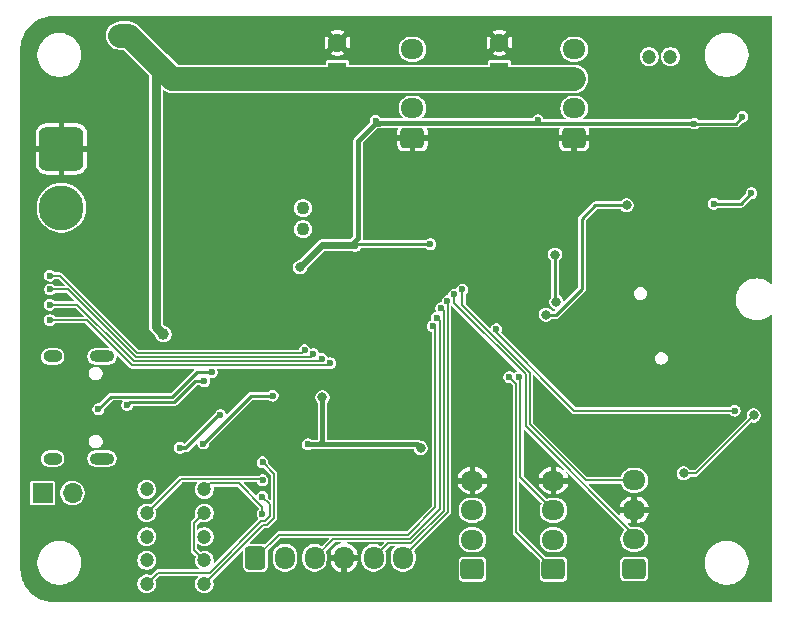
<source format=gbr>
%TF.GenerationSoftware,KiCad,Pcbnew,9.0.0*%
%TF.CreationDate,2025-04-02T22:51:41+09:00*%
%TF.ProjectId,GN10Mainboard,474e3130-4d61-4696-9e62-6f6172642e6b,rev?*%
%TF.SameCoordinates,Original*%
%TF.FileFunction,Copper,L4,Bot*%
%TF.FilePolarity,Positive*%
%FSLAX46Y46*%
G04 Gerber Fmt 4.6, Leading zero omitted, Abs format (unit mm)*
G04 Created by KiCad (PCBNEW 9.0.0) date 2025-04-02 22:51:41*
%MOMM*%
%LPD*%
G01*
G04 APERTURE LIST*
G04 Aperture macros list*
%AMRoundRect*
0 Rectangle with rounded corners*
0 $1 Rounding radius*
0 $2 $3 $4 $5 $6 $7 $8 $9 X,Y pos of 4 corners*
0 Add a 4 corners polygon primitive as box body*
4,1,4,$2,$3,$4,$5,$6,$7,$8,$9,$2,$3,0*
0 Add four circle primitives for the rounded corners*
1,1,$1+$1,$2,$3*
1,1,$1+$1,$4,$5*
1,1,$1+$1,$6,$7*
1,1,$1+$1,$8,$9*
0 Add four rect primitives between the rounded corners*
20,1,$1+$1,$2,$3,$4,$5,0*
20,1,$1+$1,$4,$5,$6,$7,0*
20,1,$1+$1,$6,$7,$8,$9,0*
20,1,$1+$1,$8,$9,$2,$3,0*%
G04 Aperture macros list end*
%TA.AperFunction,ComponentPad*%
%ADD10RoundRect,0.250000X0.725000X-0.600000X0.725000X0.600000X-0.725000X0.600000X-0.725000X-0.600000X0*%
%TD*%
%TA.AperFunction,ComponentPad*%
%ADD11O,1.950000X1.700000*%
%TD*%
%TA.AperFunction,ComponentPad*%
%ADD12R,1.600000X1.600000*%
%TD*%
%TA.AperFunction,ComponentPad*%
%ADD13C,1.600000*%
%TD*%
%TA.AperFunction,ComponentPad*%
%ADD14C,1.200000*%
%TD*%
%TA.AperFunction,ComponentPad*%
%ADD15R,1.700000X1.700000*%
%TD*%
%TA.AperFunction,ComponentPad*%
%ADD16O,1.700000X1.700000*%
%TD*%
%TA.AperFunction,ComponentPad*%
%ADD17O,2.100000X1.000000*%
%TD*%
%TA.AperFunction,ComponentPad*%
%ADD18O,1.600000X1.000000*%
%TD*%
%TA.AperFunction,ComponentPad*%
%ADD19C,1.100000*%
%TD*%
%TA.AperFunction,ComponentPad*%
%ADD20RoundRect,0.760000X-1.140000X1.140000X-1.140000X-1.140000X1.140000X-1.140000X1.140000X1.140000X0*%
%TD*%
%TA.AperFunction,ComponentPad*%
%ADD21C,3.800000*%
%TD*%
%TA.AperFunction,ComponentPad*%
%ADD22RoundRect,0.250000X-0.600000X-0.725000X0.600000X-0.725000X0.600000X0.725000X-0.600000X0.725000X0*%
%TD*%
%TA.AperFunction,ComponentPad*%
%ADD23O,1.700000X1.950000*%
%TD*%
%TA.AperFunction,ViaPad*%
%ADD24C,0.600000*%
%TD*%
%TA.AperFunction,ViaPad*%
%ADD25C,0.800000*%
%TD*%
%TA.AperFunction,ViaPad*%
%ADD26C,1.200000*%
%TD*%
%TA.AperFunction,ViaPad*%
%ADD27C,1.000000*%
%TD*%
%TA.AperFunction,Conductor*%
%ADD28C,2.000000*%
%TD*%
%TA.AperFunction,Conductor*%
%ADD29C,0.800000*%
%TD*%
%TA.AperFunction,Conductor*%
%ADD30C,0.152400*%
%TD*%
%TA.AperFunction,Conductor*%
%ADD31C,0.400000*%
%TD*%
%TA.AperFunction,Conductor*%
%ADD32C,0.300000*%
%TD*%
%TA.AperFunction,Conductor*%
%ADD33C,0.600000*%
%TD*%
%TA.AperFunction,Conductor*%
%ADD34C,0.250000*%
%TD*%
G04 APERTURE END LIST*
D10*
%TO.P,J8,1,Pin_1*%
%TO.N,+3.3V*%
X182180000Y-147019000D03*
D11*
%TO.P,J8,2,Pin_2*%
%TO.N,SYS_SWCLK*%
X182180000Y-144519000D03*
%TO.P,J8,3,Pin_3*%
%TO.N,GND*%
X182180000Y-142019000D03*
%TO.P,J8,4,Pin_4*%
%TO.N,SYS_SWDIO*%
X182180000Y-139519000D03*
%TD*%
D12*
%TO.P,C29,1*%
%TO.N,+5V*%
X157051000Y-104954380D03*
D13*
%TO.P,C29,2*%
%TO.N,GND*%
X157051000Y-102454380D03*
%TD*%
D14*
%TO.P,SW3,*%
%TO.N,*%
X185245000Y-103645000D03*
X183445000Y-103645000D03*
%TD*%
D10*
%TO.P,J5,1,Pin_1*%
%TO.N,GND*%
X177100000Y-110510000D03*
D11*
%TO.P,J5,2,Pin_2*%
%TO.N,CAN2_L*%
X177100000Y-108010000D03*
%TO.P,J5,3,Pin_3*%
%TO.N,+5V*%
X177100000Y-105510000D03*
%TO.P,J5,4,Pin_4*%
%TO.N,CAN2_H*%
X177100000Y-103010000D03*
%TD*%
D15*
%TO.P,J2,1,Pin_1*%
%TO.N,+5V*%
X132075000Y-140589000D03*
D16*
%TO.P,J2,2,Pin_2*%
%TO.N,VBUS*%
X134615000Y-140589000D03*
%TD*%
D17*
%TO.P,J3,S1,SHIELD*%
%TO.N,unconnected-(J3-SHIELD-PadS1)_3*%
X137115000Y-129030000D03*
D18*
%TO.N,unconnected-(J3-SHIELD-PadS1)_1*%
X132935000Y-129030000D03*
D17*
%TO.N,unconnected-(J3-SHIELD-PadS1)_2*%
X137115000Y-137670000D03*
D18*
%TO.N,unconnected-(J3-SHIELD-PadS1)*%
X132935000Y-137670000D03*
%TD*%
D12*
%TO.P,C32,1*%
%TO.N,+5V*%
X170767000Y-104954380D03*
D13*
%TO.P,C32,2*%
%TO.N,GND*%
X170767000Y-102454380D03*
%TD*%
D10*
%TO.P,J4,1,Pin_1*%
%TO.N,GND*%
X163401000Y-110510000D03*
D11*
%TO.P,J4,2,Pin_2*%
%TO.N,CAN1_L*%
X163401000Y-108010000D03*
%TO.P,J4,3,Pin_3*%
%TO.N,+5V*%
X163401000Y-105510000D03*
%TO.P,J4,4,Pin_4*%
%TO.N,CAN1_H*%
X163401000Y-103010000D03*
%TD*%
D19*
%TO.P,SW1,*%
%TO.N,*%
X154130000Y-118261000D03*
X154130000Y-116461000D03*
%TD*%
D14*
%TO.P,U5,1,A*%
%TO.N,LED_A_DRV*%
X140895000Y-140285000D03*
%TO.P,U5,2,F*%
%TO.N,LED_F_DRV*%
X140895000Y-142285000D03*
%TO.P,U5,3,G*%
%TO.N,LED_G_DRV*%
X140895000Y-144285000D03*
%TO.P,U5,4,E*%
%TO.N,LED_E_DRV*%
X140895000Y-146285000D03*
%TO.P,U5,5,D*%
%TO.N,LED_D_DRV*%
X140895000Y-148285000D03*
%TO.P,U5,6,DP_Cathode*%
%TO.N,LED_DP_DRV*%
X145775000Y-148285000D03*
%TO.P,U5,7,DP_Anode*%
%TO.N,+3.3V*%
X145775000Y-146285000D03*
%TO.P,U5,8,C*%
%TO.N,LED_C_DRV*%
X145775000Y-144285000D03*
%TO.P,U5,9,COM_Anode*%
%TO.N,+3.3V*%
X145775000Y-142285000D03*
%TO.P,U5,10,B*%
%TO.N,LED_B_DRV*%
X145775000Y-140285000D03*
%TD*%
D20*
%TO.P,J1,1,Pin_1*%
%TO.N,GND*%
X133683000Y-111432000D03*
D21*
%TO.P,J1,2,Pin_2*%
%TO.N,+BATT*%
X133683000Y-116432000D03*
%TD*%
D10*
%TO.P,J6,1,Pin_1*%
%TO.N,USART3_RX*%
X168481000Y-147039000D03*
D11*
%TO.P,J6,2,Pin_2*%
%TO.N,+3.3V*%
X168481000Y-144539000D03*
%TO.P,J6,3,Pin_3*%
%TO.N,USART3_TX*%
X168481000Y-142039000D03*
%TO.P,J6,4,Pin_4*%
%TO.N,GND*%
X168481000Y-139539000D03*
%TD*%
D10*
%TO.P,J7,1,Pin_1*%
%TO.N,I2C4_SCL*%
X175339000Y-147039000D03*
D11*
%TO.P,J7,2,Pin_2*%
%TO.N,+3.3V*%
X175339000Y-144539000D03*
%TO.P,J7,3,Pin_3*%
%TO.N,I2C4_SDA*%
X175339000Y-142039000D03*
%TO.P,J7,4,Pin_4*%
%TO.N,GND*%
X175339000Y-139539000D03*
%TD*%
D22*
%TO.P,J9,1,Pin_1*%
%TO.N,SPI3_MOSI*%
X150106000Y-146063000D03*
D23*
%TO.P,J9,2,Pin_2*%
%TO.N,+3.3V*%
X152606000Y-146063000D03*
%TO.P,J9,3,Pin_3*%
%TO.N,SPI3_MISO*%
X155106000Y-146063000D03*
%TO.P,J9,4,Pin_4*%
%TO.N,GND*%
X157606000Y-146063000D03*
%TO.P,J9,5,Pin_5*%
%TO.N,SPI3_SCK*%
X160106000Y-146063000D03*
%TO.P,J9,6,Pin_6*%
%TO.N,SPI3_CS*%
X162606000Y-146063000D03*
%TD*%
D24*
%TO.N,GND*%
X135080000Y-132220000D03*
X192230000Y-127140000D03*
X157889200Y-107632800D03*
X174450000Y-149365000D03*
X186705500Y-111582500D03*
X160607000Y-115710000D03*
X176482000Y-122949000D03*
X187023000Y-112789000D03*
X156670000Y-111138000D03*
X184508400Y-141110000D03*
X193246000Y-105550000D03*
X142192000Y-144412000D03*
X188877200Y-136030000D03*
X193246000Y-143650000D03*
X182451000Y-111773000D03*
X152098000Y-125489000D03*
X179530000Y-116980000D03*
X179530000Y-110249000D03*
X157305000Y-115583000D03*
X190960000Y-125870000D03*
X193246000Y-110630000D03*
X164086800Y-135776000D03*
X184610000Y-127140000D03*
X193246000Y-106820000D03*
X150320000Y-148730000D03*
X175088174Y-132720696D03*
X192230000Y-120790000D03*
X144478000Y-140094000D03*
X139177582Y-130122054D03*
X154130000Y-107836000D03*
X136477000Y-100724000D03*
X160480000Y-128410000D03*
X189690000Y-127140000D03*
X189690000Y-129680000D03*
X130863600Y-143421400D03*
X177625000Y-149365000D03*
X131270000Y-132220000D03*
X161242000Y-108344000D03*
X170132000Y-116726000D03*
X156822400Y-122034600D03*
X178895000Y-134252000D03*
X159972000Y-111646000D03*
X157940000Y-148730000D03*
X192230000Y-128410000D03*
X138890000Y-146190000D03*
X163020000Y-148730000D03*
X139575800Y-134226600D03*
X189690000Y-128410000D03*
X142877800Y-136893600D03*
X164925000Y-118631000D03*
X182451000Y-116218000D03*
X184610000Y-122060000D03*
X179530000Y-136030000D03*
X153495000Y-134252000D03*
X192230000Y-129680000D03*
X152250400Y-126886000D03*
X167338000Y-126251000D03*
X187150000Y-122060000D03*
X190452000Y-136919000D03*
X154130000Y-114440000D03*
X184610000Y-119520000D03*
X179530000Y-112408000D03*
X136172200Y-143497600D03*
X190909200Y-129680000D03*
X191061600Y-119520000D03*
X178381998Y-122009200D03*
X177040800Y-145885200D03*
X179530000Y-103010000D03*
X146002000Y-133871000D03*
X156111200Y-120536000D03*
X154003000Y-123584000D03*
X165560000Y-144920000D03*
X193500000Y-130950000D03*
X192357000Y-116218000D03*
X154130000Y-103010000D03*
X184356000Y-143396000D03*
X172824400Y-140449600D03*
X165560000Y-148730000D03*
X193500000Y-128410000D03*
X182070000Y-122060000D03*
X193500000Y-129680000D03*
X156162000Y-127597200D03*
X189436000Y-107582000D03*
X189055000Y-109995000D03*
X171910000Y-100724000D03*
X190452000Y-110122000D03*
X156111200Y-107302600D03*
X192230000Y-142380000D03*
X186261000Y-110122000D03*
X192230000Y-119520000D03*
X182070000Y-129680000D03*
X163020000Y-125870000D03*
X169116000Y-131966000D03*
X137112000Y-106820000D03*
X193500000Y-122060000D03*
X151971000Y-109868000D03*
X160480000Y-148730000D03*
X184610000Y-136030000D03*
X141226800Y-136792000D03*
X191010800Y-120739200D03*
X193246000Y-114948000D03*
X151386800Y-136741200D03*
X193246000Y-100724000D03*
X172468800Y-147155200D03*
X160607000Y-117488000D03*
X147780000Y-148730000D03*
X190706000Y-107709000D03*
X164747200Y-139535200D03*
X187023000Y-115964000D03*
X159819600Y-134404400D03*
X179530000Y-140475000D03*
X182070000Y-119520000D03*
X187023000Y-134252000D03*
X155400000Y-148730000D03*
X182070000Y-127140000D03*
X186388000Y-136030000D03*
X135486400Y-126581200D03*
X178381998Y-120028000D03*
X193246000Y-136157000D03*
X138890000Y-148730000D03*
X144351000Y-127775000D03*
X187150000Y-127140000D03*
X193500000Y-138824000D03*
X154003000Y-144818400D03*
X193500000Y-127140000D03*
X178260000Y-115760800D03*
X145240000Y-119520000D03*
X134935000Y-129832400D03*
X193500000Y-119520000D03*
X179530000Y-108090000D03*
X148796000Y-100724000D03*
X193246000Y-113170000D03*
X163020000Y-113170000D03*
X141811000Y-131026200D03*
X185499000Y-111265000D03*
X139398000Y-120840800D03*
X182324000Y-114313000D03*
X174450000Y-114694000D03*
X179530000Y-105550000D03*
X131270000Y-129680000D03*
X156670000Y-112727000D03*
X136350000Y-120790000D03*
X192230000Y-130950000D03*
X131270000Y-137300000D03*
X171275000Y-149365000D03*
X187023000Y-115329000D03*
X181054000Y-108090000D03*
X168100000Y-100724000D03*
X179530000Y-100724000D03*
X182324000Y-115583000D03*
X131270000Y-127140000D03*
X147780000Y-119520000D03*
X154638000Y-122060000D03*
X163020000Y-141110000D03*
X156212800Y-123685600D03*
D25*
X140668000Y-123838000D03*
D24*
X190960000Y-127140000D03*
X163020000Y-128410000D03*
X189690000Y-130950000D03*
X160480000Y-123330000D03*
X184610000Y-148730000D03*
X152352000Y-123965000D03*
X148415000Y-135141000D03*
X157584400Y-118707200D03*
X141430000Y-100724000D03*
X168100000Y-149365000D03*
X170640000Y-136030000D03*
X187150000Y-119520000D03*
X135080000Y-136030000D03*
X137112000Y-109106000D03*
X168100000Y-103010000D03*
X187150000Y-129680000D03*
X190604400Y-115405200D03*
X164290000Y-100724000D03*
X163782000Y-116853000D03*
X180952400Y-145682000D03*
X193246000Y-135014000D03*
X159718000Y-118758000D03*
X136350000Y-139840000D03*
X162893000Y-115329000D03*
X160480000Y-100724000D03*
X151590000Y-114440000D03*
X158041600Y-121298000D03*
X193246000Y-115837000D03*
X181968400Y-134404400D03*
X154130000Y-111392000D03*
X190960000Y-128410000D03*
X174551600Y-122974400D03*
X183594000Y-111265000D03*
X167338000Y-130569000D03*
X174450000Y-127140000D03*
X142192000Y-139840000D03*
X167947600Y-137452400D03*
X153266400Y-127978200D03*
X178361600Y-125819200D03*
X193500000Y-137300000D03*
X143970000Y-100724000D03*
X160480000Y-130950000D03*
X169217600Y-143243600D03*
X147653000Y-132982000D03*
X180927000Y-113551000D03*
X152860000Y-148730000D03*
X178310800Y-127546400D03*
X163020000Y-123330000D03*
X146510000Y-137300000D03*
X184610000Y-139332000D03*
X193246000Y-114059000D03*
X171204015Y-126375368D03*
X163020000Y-130950000D03*
X186743600Y-149339600D03*
X190909200Y-130950000D03*
X156670000Y-134353600D03*
X187150000Y-100724000D03*
X192230000Y-122060000D03*
X146510000Y-127140000D03*
X142700000Y-134760000D03*
X148034000Y-144285000D03*
X182070000Y-124600000D03*
X157940000Y-137300000D03*
X131270000Y-108090000D03*
X143970000Y-148730000D03*
X182324000Y-113043000D03*
X190604400Y-114516200D03*
X178387000Y-118250000D03*
X160480000Y-125870000D03*
X173180000Y-136030000D03*
X193246000Y-109360000D03*
X180139600Y-132016800D03*
X154130000Y-100724000D03*
X131270000Y-134760000D03*
X171452800Y-110782400D03*
X136350000Y-123330000D03*
X150675600Y-144386600D03*
X136985000Y-148730000D03*
X167338000Y-128537000D03*
X189690000Y-125870000D03*
X164747200Y-137503200D03*
X150726400Y-119723200D03*
X178387000Y-123965000D03*
X193500000Y-120790000D03*
X193246000Y-111900000D03*
X190452000Y-111646000D03*
X182070000Y-148730000D03*
X176482000Y-119774000D03*
X143970000Y-146190000D03*
X189690000Y-122060000D03*
X193500000Y-140348000D03*
X151590000Y-103010000D03*
X166830000Y-108090000D03*
X153876000Y-132474000D03*
X168100000Y-134125000D03*
X166677600Y-111849200D03*
X177345600Y-137350800D03*
X169268400Y-119875600D03*
X189690000Y-123330000D03*
X156314400Y-130442000D03*
X146510000Y-100724000D03*
X150320000Y-127902000D03*
X193246000Y-108090000D03*
X188166000Y-107582000D03*
X193500000Y-141745000D03*
X175720000Y-100724000D03*
X184356000Y-134252000D03*
X170233600Y-122415600D03*
X169370000Y-111900000D03*
X193347600Y-133845600D03*
X174704000Y-107328000D03*
X189690000Y-119520000D03*
X189944000Y-134506000D03*
X193347600Y-149390400D03*
X189690000Y-120790000D03*
X142700000Y-119520000D03*
X191010800Y-122060000D03*
X157940000Y-142380000D03*
X151590000Y-100724000D03*
X182451000Y-137808000D03*
X136350000Y-114440000D03*
X170182800Y-147206000D03*
X155781000Y-118504000D03*
X146764000Y-145478800D03*
X167846000Y-122415600D03*
X187023000Y-114059000D03*
X148288000Y-130442000D03*
X142700000Y-118250000D03*
X142700000Y-142380000D03*
X131270000Y-119520000D03*
X189690000Y-124600000D03*
D26*
%TO.N,+5V*%
X138636000Y-101867000D03*
D27*
X142319000Y-127140000D03*
D24*
%TO.N,SYS_SWDIO*%
X167617400Y-123355400D03*
%TO.N,SYS_SWCLK*%
X166937186Y-123776485D03*
%TO.N,+3.3V*%
X158549600Y-119672400D03*
X187277000Y-109310000D03*
D25*
X153876000Y-121475800D03*
X164096200Y-136781000D03*
D24*
X154536400Y-136461800D03*
X143716000Y-136766600D03*
X147145000Y-133998000D03*
X164925000Y-119520000D03*
X191341000Y-108725000D03*
X174018200Y-109029800D03*
D25*
X155781000Y-132499400D03*
D24*
X160276800Y-109080600D03*
%TO.N,SPI3_SCK*%
X165822000Y-124954662D03*
%TO.N,DIP_3*%
X155718544Y-129203934D03*
X132692400Y-124650800D03*
%TO.N,DIP_4*%
X132692400Y-125946200D03*
X156416000Y-129595800D03*
%TO.N,DIP_2*%
X132717800Y-123355400D03*
X155008932Y-128834537D03*
%TO.N,DIP_1*%
X154277915Y-128500600D03*
X132692400Y-122187000D03*
%TO.N,SPI3_CS*%
X166360986Y-124361750D03*
%TO.N,Net-(U7-USBDM)*%
X139255002Y-133134400D03*
X145774106Y-131116858D03*
%TO.N,I2C4_SDA*%
X172408045Y-130782155D03*
%TO.N,Net-(U7-USBDP)*%
X136804998Y-133490000D03*
X146399106Y-130371039D03*
%TO.N,SPI3_MISO*%
X165469600Y-125732711D03*
%TO.N,I2C4_SCL*%
X171605000Y-130770418D03*
%TO.N,SPI3_MOSI*%
X165117200Y-126461812D03*
%TO.N,LED_B_DRV*%
X150696000Y-142356660D03*
%TO.N,LED_D_DRV*%
X150696000Y-140903941D03*
%TO.N,LED_DP_DRV*%
X150707985Y-137992615D03*
%TO.N,LED_F_DRV*%
X150704708Y-139507000D03*
D25*
%TO.N,BLE_UART_RX_LED*%
X192280800Y-134023400D03*
X186362600Y-138925600D03*
%TO.N,BLE_UART_RX*%
X174704000Y-125489000D03*
X181534583Y-116220697D03*
D24*
%TO.N,BLE_STATUS_LED*%
X192103000Y-115202000D03*
X188928000Y-116091000D03*
%TO.N,BLE_UART_MODE*%
X190680600Y-133617000D03*
X170489815Y-126735816D03*
D25*
%TO.N,BLE_UART_CTS*%
X175593000Y-124423000D03*
X175466000Y-120409000D03*
D24*
%TO.N,Net-(D13-K)*%
X151564600Y-132347000D03*
X145695062Y-136401000D03*
%TD*%
D28*
%TO.N,+5V*%
X143041000Y-105510000D02*
X163401000Y-105510000D01*
X177100000Y-105510000D02*
X163401000Y-105510000D01*
X139398000Y-101867000D02*
X143041000Y-105510000D01*
D29*
X142319000Y-127140000D02*
X141684000Y-126505000D01*
D28*
X138636000Y-101867000D02*
X139398000Y-101867000D01*
D29*
X141684000Y-126505000D02*
X141684000Y-104153000D01*
D30*
%TO.N,SYS_SWDIO*%
X173336645Y-134773877D02*
X178081768Y-139519000D01*
X167617400Y-123355400D02*
X167617400Y-124678271D01*
X167617400Y-124678271D02*
X173336645Y-130397516D01*
X173336645Y-130397516D02*
X173336645Y-134773877D01*
X178081768Y-139519000D02*
X182180000Y-139519000D01*
%TO.N,SYS_SWCLK*%
X172984245Y-130543485D02*
X172984245Y-134919845D01*
X172984245Y-134919845D02*
X182180000Y-144115600D01*
X166937186Y-124496426D02*
X172984245Y-130543485D01*
X166937186Y-123776485D02*
X166937186Y-124496426D01*
X182180000Y-144115600D02*
X182180000Y-144519000D01*
D31*
%TO.N,+3.3V*%
X155781000Y-136207800D02*
X155527000Y-136461800D01*
D30*
X145775000Y-146285000D02*
X144898800Y-145408800D01*
D32*
X147018000Y-133998000D02*
X144249400Y-136766600D01*
D31*
X163777000Y-136461800D02*
X154536400Y-136461800D01*
D33*
X155755600Y-119596200D02*
X153876000Y-121475800D01*
D31*
X173789600Y-109258400D02*
X174018200Y-109029800D01*
D30*
X144898800Y-145408800D02*
X144898800Y-143161200D01*
D34*
X158549600Y-119672400D02*
X158270200Y-119672400D01*
D32*
X147145000Y-133998000D02*
X147018000Y-133998000D01*
D31*
X158803600Y-118986600D02*
X158194000Y-119596200D01*
X160276800Y-109080600D02*
X160505400Y-109309200D01*
X164899600Y-109258400D02*
X164898000Y-109260000D01*
D34*
X187277000Y-109310000D02*
X190756000Y-109310000D01*
D31*
X155527000Y-136461800D02*
X154536400Y-136461800D01*
X158803600Y-110757000D02*
X158803600Y-118986600D01*
D32*
X187277000Y-109310000D02*
X164951200Y-109310000D01*
D34*
X158270200Y-119672400D02*
X158194000Y-119596200D01*
D31*
X160607000Y-109309200D02*
X160251400Y-109309200D01*
D33*
X158194000Y-119596200D02*
X155755600Y-119596200D01*
D34*
X190756000Y-109310000D02*
X191341000Y-108725000D01*
X158702000Y-119520000D02*
X158549600Y-119672400D01*
D31*
X164899600Y-109258400D02*
X173789600Y-109258400D01*
X160505400Y-109309200D02*
X160607000Y-109309200D01*
X160656200Y-109260000D02*
X160607000Y-109309200D01*
X155781000Y-132499400D02*
X155781000Y-136207800D01*
D32*
X164951200Y-109310000D02*
X164899600Y-109258400D01*
D31*
X164096200Y-136781000D02*
X163777000Y-136461800D01*
D30*
X144898800Y-143161200D02*
X145775000Y-142285000D01*
D34*
X164925000Y-119520000D02*
X158702000Y-119520000D01*
D31*
X160251400Y-109309200D02*
X158803600Y-110757000D01*
D32*
X144249400Y-136766600D02*
X143716000Y-136766600D01*
D31*
X164898000Y-109260000D02*
X160656200Y-109260000D01*
D30*
%TO.N,SPI3_SCK*%
X163315632Y-144811800D02*
X161357200Y-144811800D01*
X165822000Y-124954662D02*
X166045800Y-125178462D01*
X166045800Y-142081632D02*
X163315632Y-144811800D01*
X166045800Y-125178462D02*
X166045800Y-142081632D01*
X161357200Y-144811800D02*
X160106000Y-146063000D01*
%TO.N,DIP_3*%
X139053600Y-128684832D02*
X139053600Y-128675200D01*
X139797968Y-129429200D02*
X139053600Y-128684832D01*
X155718544Y-129203934D02*
X155493278Y-129429200D01*
X135029200Y-124650800D02*
X132692400Y-124650800D01*
X139053600Y-128675200D02*
X135029200Y-124650800D01*
X155493278Y-129429200D02*
X139797968Y-129429200D01*
%TO.N,DIP_4*%
X139651999Y-129781600D02*
X139445568Y-129575169D01*
X156230200Y-129781600D02*
X139651999Y-129781600D01*
X135816600Y-125946200D02*
X132692400Y-125946200D01*
X139445568Y-129575168D02*
X135816600Y-125946200D01*
X139445568Y-129575169D02*
X139445568Y-129575168D01*
X156416000Y-129595800D02*
X156230200Y-129781600D01*
%TO.N,DIP_2*%
X134232169Y-123355400D02*
X132717800Y-123355400D01*
X155008932Y-128834537D02*
X154766669Y-129076800D01*
X154766669Y-129076800D02*
X139953569Y-129076800D01*
X139953569Y-129076800D02*
X134232169Y-123355400D01*
%TO.N,DIP_1*%
X154277915Y-128500600D02*
X154054115Y-128724400D01*
X140099538Y-128724400D02*
X133562138Y-122187000D01*
X133562138Y-122187000D02*
X132692400Y-122187000D01*
X154054115Y-128724400D02*
X140099538Y-128724400D01*
%TO.N,SPI3_CS*%
X166398200Y-124398964D02*
X166398200Y-142227600D01*
X166360986Y-124361750D02*
X166398200Y-124398964D01*
X166398200Y-142227600D02*
X162606000Y-146019800D01*
X162606000Y-146019800D02*
X162606000Y-146063000D01*
D34*
%TO.N,Net-(U7-USBDM)*%
X145005266Y-131116858D02*
X143248924Y-132873200D01*
X143248924Y-132873200D02*
X139516202Y-132873200D01*
X139516202Y-132873200D02*
X139255002Y-133134400D01*
X145774106Y-131116858D02*
X145005266Y-131116858D01*
D30*
%TO.N,I2C4_SDA*%
X172545000Y-139245000D02*
X175339000Y-142039000D01*
X172545000Y-130919110D02*
X172545000Y-139245000D01*
X172408045Y-130782155D02*
X172545000Y-130919110D01*
D34*
%TO.N,Net-(U7-USBDP)*%
X145114689Y-130371039D02*
X143062528Y-132423200D01*
X146399106Y-130371039D02*
X145114689Y-130371039D01*
X137871798Y-132423200D02*
X136804998Y-133490000D01*
X143062528Y-132423200D02*
X137871798Y-132423200D01*
D30*
%TO.N,SPI3_MISO*%
X156709600Y-144459400D02*
X155106000Y-146063000D01*
X165693400Y-125956511D02*
X165693400Y-141935664D01*
X163169664Y-144459400D02*
X156709600Y-144459400D01*
X165469600Y-125732711D02*
X165693400Y-125956511D01*
X165693400Y-141935664D02*
X163169664Y-144459400D01*
%TO.N,I2C4_SCL*%
X171605000Y-130793980D02*
X171605000Y-130770418D01*
X173697844Y-145397843D02*
X172164000Y-143863999D01*
X175339000Y-147039000D02*
X173697844Y-145397843D01*
X172164000Y-131352980D02*
X171605000Y-130793980D01*
X172164000Y-143863999D02*
X172164000Y-131352980D01*
%TO.N,SPI3_MOSI*%
X152062000Y-144107000D02*
X150106000Y-146063000D01*
X163023696Y-144107000D02*
X152062000Y-144107000D01*
X165341000Y-126685612D02*
X165341000Y-141789696D01*
X165117200Y-126461812D02*
X165341000Y-126685612D01*
X165341000Y-141789696D02*
X163023696Y-144107000D01*
%TO.N,LED_B_DRV*%
X150696000Y-142356660D02*
X150696000Y-141740000D01*
X148717200Y-139761200D02*
X146298800Y-139761200D01*
X146298800Y-139761200D02*
X145775000Y-140285000D01*
X150696000Y-141740000D02*
X148717200Y-139761200D01*
%TO.N,LED_D_DRV*%
X150614971Y-142932860D02*
X146214831Y-147333000D01*
X150696000Y-140903941D02*
X151336000Y-141543941D01*
X151336000Y-142531530D02*
X150934670Y-142932860D01*
X150934670Y-142932860D02*
X150614971Y-142932860D01*
X146214831Y-147333000D02*
X141847000Y-147333000D01*
X151336000Y-141543941D02*
X151336000Y-142531530D01*
X141847000Y-147333000D02*
X140895000Y-148285000D01*
%TO.N,LED_DP_DRV*%
X145775000Y-148271200D02*
X145775000Y-148285000D01*
X151080639Y-143285260D02*
X150760940Y-143285260D01*
X151688400Y-142677499D02*
X151080639Y-143285260D01*
X151688400Y-138973030D02*
X151688400Y-142677499D01*
X150760940Y-143285260D02*
X145775000Y-148271200D01*
X150707985Y-137992615D02*
X151688400Y-138973030D01*
%TO.N,LED_F_DRV*%
X150704708Y-139507000D02*
X150606508Y-139408800D01*
X143771200Y-139408800D02*
X140895000Y-142285000D01*
X150606508Y-139408800D02*
X143771200Y-139408800D01*
%TO.N,BLE_UART_RX_LED*%
X187378600Y-138925600D02*
X186362600Y-138925600D01*
X192280800Y-134023400D02*
X187378600Y-138925600D01*
D34*
%TO.N,BLE_UART_RX*%
X177755998Y-117357002D02*
X178892303Y-116220697D01*
X174704000Y-125489000D02*
X175553720Y-125489000D01*
X175553720Y-125489000D02*
X177755998Y-123286722D01*
X177755998Y-123286722D02*
X177755998Y-117357002D01*
X178892303Y-116220697D02*
X181534583Y-116220697D01*
%TO.N,BLE_STATUS_LED*%
X192103000Y-115202000D02*
X191214000Y-116091000D01*
X191214000Y-116091000D02*
X188928000Y-116091000D01*
D30*
%TO.N,BLE_UART_MODE*%
X170489815Y-126989815D02*
X177117000Y-133617000D01*
X170489815Y-126735816D02*
X170489815Y-126989815D01*
X177117000Y-133617000D02*
X190680600Y-133617000D01*
D34*
%TO.N,BLE_UART_CTS*%
X175466000Y-124296000D02*
X175593000Y-124423000D01*
X175466000Y-120409000D02*
X175466000Y-124296000D01*
%TO.N,Net-(D13-K)*%
X145695062Y-136401000D02*
X149749062Y-132347000D01*
X149749062Y-132347000D02*
X151564600Y-132347000D01*
%TD*%
%TA.AperFunction,Conductor*%
%TO.N,GND*%
G36*
X193866648Y-100214852D02*
G01*
X193881000Y-100249500D01*
X193881000Y-104951000D01*
X193866648Y-104985648D01*
X193832000Y-105000000D01*
X193832000Y-116871909D01*
X193828270Y-116890660D01*
X193799501Y-116960114D01*
X193799500Y-116960120D01*
X193799500Y-122827110D01*
X193785148Y-122861758D01*
X193750500Y-122876110D01*
X193719949Y-122865420D01*
X193541895Y-122723427D01*
X193541894Y-122723426D01*
X193312147Y-122590781D01*
X193065191Y-122493858D01*
X192806553Y-122434825D01*
X192806544Y-122434824D01*
X192542000Y-122415000D01*
X192277455Y-122434824D01*
X192277446Y-122434825D01*
X192018808Y-122493858D01*
X191771852Y-122590781D01*
X191542105Y-122723426D01*
X191542104Y-122723427D01*
X191334692Y-122888833D01*
X191154250Y-123083304D01*
X191154248Y-123083306D01*
X191004803Y-123302502D01*
X190889701Y-123541513D01*
X190889696Y-123541526D01*
X190852315Y-123662715D01*
X190811503Y-123795025D01*
X190771963Y-124057354D01*
X190771963Y-124322646D01*
X190811503Y-124584975D01*
X190833037Y-124654786D01*
X190889696Y-124838473D01*
X190889701Y-124838486D01*
X191004803Y-125077497D01*
X191154248Y-125296693D01*
X191154250Y-125296695D01*
X191334692Y-125491166D01*
X191542104Y-125656572D01*
X191542105Y-125656573D01*
X191771852Y-125789218D01*
X191771853Y-125789218D01*
X191771856Y-125789220D01*
X192018810Y-125886142D01*
X192277450Y-125945175D01*
X192542000Y-125965000D01*
X192806550Y-125945175D01*
X193065190Y-125886142D01*
X193312144Y-125789220D01*
X193541893Y-125656574D01*
X193719949Y-125514578D01*
X193755986Y-125504197D01*
X193788810Y-125522338D01*
X193799500Y-125552889D01*
X193799500Y-133039882D01*
X193828270Y-133109340D01*
X193832000Y-133128090D01*
X193832000Y-145000000D01*
X193866648Y-145014352D01*
X193881000Y-145049000D01*
X193881000Y-149750500D01*
X193866648Y-149785148D01*
X193832000Y-149799500D01*
X133001376Y-149799500D01*
X132998629Y-149799423D01*
X132962165Y-149797375D01*
X132689304Y-149782051D01*
X132683844Y-149781436D01*
X132379763Y-149729771D01*
X132374406Y-149728548D01*
X132078025Y-149643161D01*
X132072839Y-149641346D01*
X131787886Y-149523315D01*
X131782935Y-149520931D01*
X131512982Y-149371734D01*
X131508345Y-149368821D01*
X131256765Y-149190316D01*
X131252494Y-149186908D01*
X131022504Y-148981376D01*
X131018621Y-148977493D01*
X130955436Y-148906789D01*
X130813089Y-148747503D01*
X130809685Y-148743236D01*
X130631175Y-148491650D01*
X130628270Y-148487026D01*
X130479068Y-148217064D01*
X130476684Y-148212113D01*
X130358653Y-147927160D01*
X130356838Y-147921974D01*
X130299440Y-147722744D01*
X130271449Y-147625587D01*
X130270228Y-147620236D01*
X130268438Y-147609700D01*
X130218562Y-147316147D01*
X130217949Y-147310702D01*
X130200577Y-147001371D01*
X130200500Y-146998624D01*
X130200500Y-146378712D01*
X131649500Y-146378712D01*
X131649500Y-146621288D01*
X131681162Y-146861789D01*
X131681163Y-146861793D01*
X131681164Y-146861800D01*
X131743944Y-147096095D01*
X131743946Y-147096101D01*
X131836776Y-147320213D01*
X131958062Y-147530286D01*
X131958072Y-147530301D01*
X132105730Y-147722732D01*
X132105740Y-147722744D01*
X132277255Y-147894259D01*
X132277267Y-147894269D01*
X132469698Y-148041927D01*
X132469707Y-148041933D01*
X132469711Y-148041936D01*
X132679788Y-148163224D01*
X132903900Y-148256054D01*
X132903904Y-148256055D01*
X133138199Y-148318835D01*
X133138200Y-148318835D01*
X133138211Y-148318838D01*
X133378712Y-148350500D01*
X133378716Y-148350500D01*
X133621284Y-148350500D01*
X133621288Y-148350500D01*
X133861789Y-148318838D01*
X134096100Y-148256054D01*
X134320212Y-148163224D01*
X134530289Y-148041936D01*
X134530476Y-148041793D01*
X134624671Y-147969514D01*
X134722738Y-147894265D01*
X134894265Y-147722738D01*
X135041936Y-147530289D01*
X135163224Y-147320212D01*
X135256054Y-147096100D01*
X135318838Y-146861789D01*
X135350500Y-146621288D01*
X135350500Y-146378712D01*
X135327782Y-146206152D01*
X140094500Y-146206152D01*
X140094500Y-146363847D01*
X140125260Y-146518487D01*
X140125263Y-146518498D01*
X140185604Y-146664175D01*
X140185606Y-146664179D01*
X140244271Y-146751978D01*
X140270164Y-146790730D01*
X140273211Y-146795289D01*
X140384711Y-146906789D01*
X140515821Y-146994394D01*
X140661503Y-147054737D01*
X140661509Y-147054738D01*
X140661512Y-147054739D01*
X140816152Y-147085499D01*
X140816158Y-147085500D01*
X140973842Y-147085500D01*
X141128497Y-147054737D01*
X141274179Y-146994394D01*
X141405289Y-146906789D01*
X141516789Y-146795289D01*
X141604394Y-146664179D01*
X141664737Y-146518497D01*
X141695500Y-146363842D01*
X141695500Y-146206158D01*
X141695491Y-146206114D01*
X141664739Y-146051512D01*
X141664736Y-146051501D01*
X141604394Y-145905821D01*
X141516789Y-145774711D01*
X141405289Y-145663211D01*
X141274179Y-145575606D01*
X141274176Y-145575604D01*
X141274175Y-145575604D01*
X141128498Y-145515263D01*
X141128487Y-145515260D01*
X140973847Y-145484500D01*
X140973842Y-145484500D01*
X140816158Y-145484500D01*
X140816152Y-145484500D01*
X140661512Y-145515260D01*
X140661501Y-145515263D01*
X140515824Y-145575604D01*
X140384711Y-145663210D01*
X140273210Y-145774711D01*
X140185604Y-145905824D01*
X140125263Y-146051501D01*
X140125260Y-146051512D01*
X140094500Y-146206152D01*
X135327782Y-146206152D01*
X135318838Y-146138211D01*
X135315441Y-146125535D01*
X135261941Y-145925872D01*
X135256054Y-145903900D01*
X135163224Y-145679788D01*
X135156826Y-145668707D01*
X135050474Y-145484500D01*
X135041936Y-145469711D01*
X135041933Y-145469707D01*
X135041927Y-145469698D01*
X134894269Y-145277267D01*
X134894259Y-145277255D01*
X134722744Y-145105740D01*
X134722732Y-145105730D01*
X134530301Y-144958072D01*
X134530286Y-144958062D01*
X134320212Y-144836776D01*
X134320213Y-144836776D01*
X134096101Y-144743946D01*
X134096095Y-144743944D01*
X133861800Y-144681164D01*
X133861793Y-144681163D01*
X133861789Y-144681162D01*
X133621288Y-144649500D01*
X133378712Y-144649500D01*
X133138211Y-144681162D01*
X133138207Y-144681162D01*
X133138199Y-144681164D01*
X132903904Y-144743944D01*
X132903898Y-144743946D01*
X132679786Y-144836776D01*
X132469713Y-144958062D01*
X132469698Y-144958072D01*
X132277267Y-145105730D01*
X132277255Y-145105740D01*
X132105740Y-145277255D01*
X132105730Y-145277267D01*
X131958072Y-145469698D01*
X131958062Y-145469713D01*
X131836776Y-145679786D01*
X131743946Y-145903898D01*
X131743944Y-145903904D01*
X131681164Y-146138199D01*
X131681162Y-146138207D01*
X131681162Y-146138211D01*
X131649500Y-146378712D01*
X130200500Y-146378712D01*
X130200500Y-144206152D01*
X140094500Y-144206152D01*
X140094500Y-144363847D01*
X140125260Y-144518487D01*
X140125263Y-144518498D01*
X140185604Y-144664175D01*
X140185606Y-144664179D01*
X140273211Y-144795289D01*
X140384711Y-144906789D01*
X140515821Y-144994394D01*
X140661503Y-145054737D01*
X140661509Y-145054738D01*
X140661512Y-145054739D01*
X140816152Y-145085499D01*
X140816158Y-145085500D01*
X140973842Y-145085500D01*
X141128497Y-145054737D01*
X141274179Y-144994394D01*
X141405289Y-144906789D01*
X141516789Y-144795289D01*
X141604394Y-144664179D01*
X141664737Y-144518497D01*
X141695500Y-144363842D01*
X141695500Y-144206158D01*
X141664737Y-144051503D01*
X141604394Y-143905821D01*
X141516789Y-143774711D01*
X141405289Y-143663211D01*
X141274179Y-143575606D01*
X141274176Y-143575604D01*
X141274175Y-143575604D01*
X141128498Y-143515263D01*
X141128487Y-143515260D01*
X140973847Y-143484500D01*
X140973842Y-143484500D01*
X140816158Y-143484500D01*
X140816152Y-143484500D01*
X140661512Y-143515260D01*
X140661501Y-143515263D01*
X140515824Y-143575604D01*
X140384711Y-143663210D01*
X140273210Y-143774711D01*
X140185604Y-143905824D01*
X140125263Y-144051501D01*
X140125260Y-144051512D01*
X140094500Y-144206152D01*
X130200500Y-144206152D01*
X130200500Y-142206152D01*
X140094500Y-142206152D01*
X140094500Y-142363847D01*
X140125260Y-142518487D01*
X140125263Y-142518498D01*
X140185521Y-142663974D01*
X140185606Y-142664179D01*
X140215324Y-142708655D01*
X140265869Y-142784302D01*
X140273211Y-142795289D01*
X140384711Y-142906789D01*
X140515821Y-142994394D01*
X140661503Y-143054737D01*
X140661509Y-143054738D01*
X140661512Y-143054739D01*
X140816152Y-143085499D01*
X140816158Y-143085500D01*
X140973842Y-143085500D01*
X141128497Y-143054737D01*
X141274179Y-142994394D01*
X141405289Y-142906789D01*
X141516789Y-142795289D01*
X141604394Y-142664179D01*
X141664737Y-142518497D01*
X141695500Y-142363842D01*
X141695500Y-142206158D01*
X141664737Y-142051503D01*
X141634817Y-141979268D01*
X141634817Y-141941769D01*
X141645436Y-141925875D01*
X143871461Y-139699852D01*
X143906109Y-139685500D01*
X145124126Y-139685500D01*
X145158774Y-139699852D01*
X145173126Y-139734500D01*
X145158774Y-139769148D01*
X145153210Y-139774711D01*
X145065604Y-139905824D01*
X145005263Y-140051501D01*
X145005260Y-140051512D01*
X144974500Y-140206152D01*
X144974500Y-140363847D01*
X145005260Y-140518487D01*
X145005263Y-140518498D01*
X145064158Y-140660683D01*
X145065606Y-140664179D01*
X145096725Y-140710752D01*
X145152228Y-140793819D01*
X145153211Y-140795289D01*
X145264711Y-140906789D01*
X145395821Y-140994394D01*
X145541503Y-141054737D01*
X145541509Y-141054738D01*
X145541512Y-141054739D01*
X145696152Y-141085499D01*
X145696158Y-141085500D01*
X145853842Y-141085500D01*
X146008497Y-141054737D01*
X146154179Y-140994394D01*
X146285289Y-140906789D01*
X146396789Y-140795289D01*
X146484394Y-140664179D01*
X146544737Y-140518497D01*
X146575500Y-140363842D01*
X146575500Y-140206158D01*
X146575499Y-140206152D01*
X146553680Y-140096459D01*
X146560996Y-140059677D01*
X146592179Y-140038842D01*
X146601738Y-140037900D01*
X148582291Y-140037900D01*
X148616939Y-140052252D01*
X150404948Y-141840261D01*
X150419300Y-141874909D01*
X150419300Y-141910194D01*
X150404948Y-141944842D01*
X150394803Y-141952627D01*
X150388694Y-141956154D01*
X150388682Y-141956163D01*
X150295501Y-142049345D01*
X150295500Y-142049345D01*
X150229608Y-142163471D01*
X150229607Y-142163475D01*
X150195500Y-142290764D01*
X150195500Y-142422555D01*
X150229607Y-142549844D01*
X150229608Y-142549848D01*
X150295500Y-142663974D01*
X150359373Y-142727847D01*
X150373725Y-142762495D01*
X150359373Y-142797143D01*
X146635794Y-146520722D01*
X146601146Y-146535074D01*
X146566498Y-146520722D01*
X146552146Y-146486074D01*
X146553088Y-146476514D01*
X146553398Y-146474953D01*
X146575500Y-146363842D01*
X146575500Y-146206158D01*
X146575491Y-146206114D01*
X146544739Y-146051512D01*
X146544736Y-146051501D01*
X146484394Y-145905821D01*
X146396789Y-145774711D01*
X146285289Y-145663211D01*
X146154179Y-145575606D01*
X146154176Y-145575604D01*
X146154175Y-145575604D01*
X146008498Y-145515263D01*
X146008487Y-145515260D01*
X145853847Y-145484500D01*
X145853842Y-145484500D01*
X145696158Y-145484500D01*
X145696152Y-145484500D01*
X145541512Y-145515260D01*
X145541501Y-145515263D01*
X145469271Y-145545181D01*
X145431768Y-145545181D01*
X145415872Y-145534559D01*
X145189852Y-145308539D01*
X145175500Y-145273891D01*
X145175500Y-144935874D01*
X145189852Y-144901226D01*
X145224500Y-144886874D01*
X145259148Y-144901226D01*
X145264711Y-144906789D01*
X145395821Y-144994394D01*
X145541503Y-145054737D01*
X145541509Y-145054738D01*
X145541512Y-145054739D01*
X145696152Y-145085499D01*
X145696158Y-145085500D01*
X145853842Y-145085500D01*
X146008497Y-145054737D01*
X146154179Y-144994394D01*
X146285289Y-144906789D01*
X146396789Y-144795289D01*
X146484394Y-144664179D01*
X146544737Y-144518497D01*
X146575500Y-144363842D01*
X146575500Y-144206158D01*
X146544737Y-144051503D01*
X146484394Y-143905821D01*
X146396789Y-143774711D01*
X146285289Y-143663211D01*
X146154179Y-143575606D01*
X146154176Y-143575604D01*
X146154175Y-143575604D01*
X146008498Y-143515263D01*
X146008487Y-143515260D01*
X145853847Y-143484500D01*
X145853842Y-143484500D01*
X145696158Y-143484500D01*
X145696152Y-143484500D01*
X145541512Y-143515260D01*
X145541501Y-143515263D01*
X145395824Y-143575604D01*
X145264711Y-143663210D01*
X145259148Y-143668774D01*
X145224500Y-143683126D01*
X145189852Y-143668774D01*
X145175500Y-143634126D01*
X145175500Y-143296108D01*
X145189851Y-143261461D01*
X145415873Y-143035438D01*
X145450520Y-143021087D01*
X145469265Y-143024815D01*
X145541503Y-143054737D01*
X145541509Y-143054738D01*
X145541512Y-143054739D01*
X145696152Y-143085499D01*
X145696158Y-143085500D01*
X145853842Y-143085500D01*
X146008497Y-143054737D01*
X146154179Y-142994394D01*
X146285289Y-142906789D01*
X146396789Y-142795289D01*
X146484394Y-142664179D01*
X146544737Y-142518497D01*
X146575500Y-142363842D01*
X146575500Y-142206158D01*
X146544737Y-142051503D01*
X146484394Y-141905821D01*
X146396789Y-141774711D01*
X146285289Y-141663211D01*
X146278319Y-141658554D01*
X146232393Y-141627867D01*
X146154179Y-141575606D01*
X146154176Y-141575604D01*
X146154175Y-141575604D01*
X146008498Y-141515263D01*
X146008487Y-141515260D01*
X145853847Y-141484500D01*
X145853842Y-141484500D01*
X145696158Y-141484500D01*
X145696152Y-141484500D01*
X145541512Y-141515260D01*
X145541501Y-141515263D01*
X145395824Y-141575604D01*
X145264711Y-141663210D01*
X145153210Y-141774711D01*
X145065604Y-141905824D01*
X145005263Y-142051501D01*
X145005260Y-142051512D01*
X144974500Y-142206152D01*
X144974500Y-142363847D01*
X145005260Y-142518487D01*
X145005263Y-142518498D01*
X145035181Y-142590727D01*
X145035181Y-142628230D01*
X145024559Y-142644126D01*
X144677388Y-142991297D01*
X144677383Y-142991305D01*
X144640955Y-143054398D01*
X144631550Y-143089501D01*
X144622100Y-143124768D01*
X144622100Y-145445230D01*
X144640955Y-145515601D01*
X144640956Y-145515603D01*
X144677385Y-145578698D01*
X144677388Y-145578701D01*
X145024559Y-145925872D01*
X145038911Y-145960520D01*
X145035181Y-145979271D01*
X145005263Y-146051501D01*
X145005260Y-146051512D01*
X144974500Y-146206152D01*
X144974500Y-146363847D01*
X145005260Y-146518487D01*
X145005263Y-146518498D01*
X145065604Y-146664175D01*
X145065606Y-146664179D01*
X145124271Y-146751978D01*
X145150164Y-146790730D01*
X145153211Y-146795289D01*
X145264711Y-146906789D01*
X145344523Y-146960118D01*
X145354162Y-146966558D01*
X145374997Y-146997740D01*
X145367681Y-147034523D01*
X145336499Y-147055358D01*
X145326939Y-147056300D01*
X141810569Y-147056300D01*
X141740198Y-147075155D01*
X141740195Y-147075156D01*
X141679585Y-147110150D01*
X141678536Y-147110756D01*
X141677101Y-147111585D01*
X141254126Y-147534559D01*
X141219478Y-147548911D01*
X141200727Y-147545181D01*
X141128498Y-147515263D01*
X141128487Y-147515260D01*
X140973847Y-147484500D01*
X140973842Y-147484500D01*
X140816158Y-147484500D01*
X140816152Y-147484500D01*
X140661512Y-147515260D01*
X140661501Y-147515263D01*
X140515824Y-147575604D01*
X140384711Y-147663210D01*
X140273210Y-147774711D01*
X140185604Y-147905824D01*
X140125263Y-148051501D01*
X140125260Y-148051512D01*
X140094500Y-148206152D01*
X140094500Y-148363847D01*
X140125260Y-148518487D01*
X140125263Y-148518497D01*
X140185606Y-148664179D01*
X140273211Y-148795289D01*
X140384711Y-148906789D01*
X140515821Y-148994394D01*
X140661503Y-149054737D01*
X140661509Y-149054738D01*
X140661512Y-149054739D01*
X140816152Y-149085499D01*
X140816158Y-149085500D01*
X140973842Y-149085500D01*
X141128497Y-149054737D01*
X141274179Y-148994394D01*
X141405289Y-148906789D01*
X141516789Y-148795289D01*
X141604394Y-148664179D01*
X141664737Y-148518497D01*
X141695500Y-148363842D01*
X141695500Y-148206158D01*
X141672295Y-148089499D01*
X141664739Y-148051512D01*
X141664737Y-148051505D01*
X141664737Y-148051503D01*
X141634817Y-147979268D01*
X141634817Y-147941769D01*
X141645436Y-147925875D01*
X141947261Y-147624052D01*
X141981909Y-147609700D01*
X145199926Y-147609700D01*
X145234574Y-147624052D01*
X145248926Y-147658700D01*
X145234574Y-147693348D01*
X145153210Y-147774711D01*
X145065604Y-147905824D01*
X145005263Y-148051501D01*
X145005260Y-148051512D01*
X144974500Y-148206152D01*
X144974500Y-148363847D01*
X145005260Y-148518487D01*
X145005263Y-148518497D01*
X145065606Y-148664179D01*
X145153211Y-148795289D01*
X145264711Y-148906789D01*
X145395821Y-148994394D01*
X145541503Y-149054737D01*
X145541509Y-149054738D01*
X145541512Y-149054739D01*
X145696152Y-149085499D01*
X145696158Y-149085500D01*
X145853842Y-149085500D01*
X146008497Y-149054737D01*
X146154179Y-148994394D01*
X146285289Y-148906789D01*
X146396789Y-148795289D01*
X146484394Y-148664179D01*
X146544737Y-148518497D01*
X146575500Y-148363842D01*
X146575500Y-148206158D01*
X146552295Y-148089499D01*
X146544739Y-148051512D01*
X146544737Y-148051505D01*
X146544737Y-148051503D01*
X146510775Y-147969510D01*
X146510775Y-147932011D01*
X146521394Y-147916117D01*
X148971853Y-145465659D01*
X149006500Y-145451308D01*
X149041148Y-145465660D01*
X149055500Y-145500308D01*
X149055500Y-146842275D01*
X149058353Y-146872698D01*
X149058353Y-146872699D01*
X149103204Y-147000876D01*
X149103208Y-147000885D01*
X149183849Y-147110150D01*
X149293114Y-147190791D01*
X149293117Y-147190792D01*
X149293118Y-147190793D01*
X149293120Y-147190793D01*
X149293123Y-147190795D01*
X149421301Y-147235646D01*
X149451734Y-147238500D01*
X149451744Y-147238500D01*
X150760256Y-147238500D01*
X150760266Y-147238500D01*
X150790699Y-147235646D01*
X150918882Y-147190793D01*
X150944933Y-147171567D01*
X151028150Y-147110150D01*
X151108791Y-147000885D01*
X151108791Y-147000884D01*
X151108793Y-147000882D01*
X151153646Y-146872699D01*
X151156500Y-146842266D01*
X151156500Y-145834535D01*
X151555500Y-145834535D01*
X151555500Y-146291465D01*
X151572855Y-146378715D01*
X151595869Y-146494417D01*
X151595871Y-146494423D01*
X151666185Y-146664175D01*
X151675059Y-146685598D01*
X151790023Y-146857655D01*
X151936345Y-147003977D01*
X152108402Y-147118941D01*
X152299580Y-147198130D01*
X152502535Y-147238500D01*
X152502538Y-147238500D01*
X152709462Y-147238500D01*
X152709465Y-147238500D01*
X152912420Y-147198130D01*
X153103598Y-147118941D01*
X153275655Y-147003977D01*
X153421977Y-146857655D01*
X153536941Y-146685598D01*
X153616130Y-146494420D01*
X153656500Y-146291465D01*
X153656500Y-145834535D01*
X153616130Y-145631580D01*
X153536941Y-145440402D01*
X153421977Y-145268345D01*
X153275655Y-145122023D01*
X153246963Y-145102852D01*
X153170289Y-145051620D01*
X153103598Y-145007059D01*
X153103596Y-145007058D01*
X152912423Y-144927871D01*
X152912417Y-144927869D01*
X152830572Y-144911589D01*
X152709465Y-144887500D01*
X152502535Y-144887500D01*
X152413385Y-144905233D01*
X152299582Y-144927869D01*
X152299576Y-144927871D01*
X152108403Y-145007058D01*
X151936345Y-145122022D01*
X151790022Y-145268345D01*
X151675058Y-145440403D01*
X151595871Y-145631576D01*
X151595869Y-145631582D01*
X151589578Y-145663210D01*
X151555500Y-145834535D01*
X151156500Y-145834535D01*
X151156500Y-145424109D01*
X151170852Y-145389461D01*
X152162261Y-144398052D01*
X152196909Y-144383700D01*
X156275691Y-144383700D01*
X156310339Y-144398052D01*
X156324691Y-144432700D01*
X156310339Y-144467348D01*
X155732159Y-145045526D01*
X155697511Y-145059878D01*
X155670289Y-145051620D01*
X155603598Y-145007059D01*
X155603596Y-145007058D01*
X155412423Y-144927871D01*
X155412417Y-144927869D01*
X155330572Y-144911589D01*
X155209465Y-144887500D01*
X155002535Y-144887500D01*
X154913385Y-144905233D01*
X154799582Y-144927869D01*
X154799576Y-144927871D01*
X154608403Y-145007058D01*
X154436345Y-145122022D01*
X154290022Y-145268345D01*
X154175058Y-145440403D01*
X154095871Y-145631576D01*
X154095869Y-145631582D01*
X154089578Y-145663210D01*
X154055500Y-145834535D01*
X154055500Y-146291465D01*
X154072855Y-146378715D01*
X154095869Y-146494417D01*
X154095871Y-146494423D01*
X154166185Y-146664175D01*
X154175059Y-146685598D01*
X154290023Y-146857655D01*
X154436345Y-147003977D01*
X154608402Y-147118941D01*
X154799580Y-147198130D01*
X155002535Y-147238500D01*
X155002538Y-147238500D01*
X155209462Y-147238500D01*
X155209465Y-147238500D01*
X155412420Y-147198130D01*
X155603598Y-147118941D01*
X155775655Y-147003977D01*
X155921977Y-146857655D01*
X156036941Y-146685598D01*
X156116130Y-146494420D01*
X156156500Y-146291465D01*
X156156500Y-145834535D01*
X156116130Y-145631580D01*
X156073771Y-145529317D01*
X156073771Y-145491815D01*
X156084390Y-145475921D01*
X156809861Y-144750452D01*
X156844509Y-144736100D01*
X157274215Y-144736100D01*
X157308863Y-144750452D01*
X157323215Y-144785100D01*
X157308863Y-144819748D01*
X157289357Y-144831702D01*
X157164554Y-144872252D01*
X157003269Y-144954432D01*
X156856823Y-145060830D01*
X156728830Y-145188823D01*
X156622432Y-145335269D01*
X156540252Y-145496554D01*
X156484317Y-145668707D01*
X156484316Y-145668710D01*
X156461462Y-145812999D01*
X156461463Y-145813000D01*
X157201854Y-145813000D01*
X157163370Y-145879657D01*
X157131000Y-146000465D01*
X157131000Y-146125535D01*
X157163370Y-146246343D01*
X157201854Y-146313000D01*
X156461463Y-146313000D01*
X156484316Y-146457289D01*
X156484317Y-146457292D01*
X156540252Y-146629445D01*
X156622432Y-146790730D01*
X156728830Y-146937176D01*
X156728834Y-146937181D01*
X156856819Y-147065166D01*
X156856823Y-147065169D01*
X157003269Y-147171567D01*
X157164554Y-147253747D01*
X157336708Y-147309682D01*
X157336712Y-147309683D01*
X157356000Y-147312738D01*
X157356000Y-146467145D01*
X157422657Y-146505630D01*
X157543465Y-146538000D01*
X157668535Y-146538000D01*
X157789343Y-146505630D01*
X157856000Y-146467145D01*
X157856000Y-147312737D01*
X157875287Y-147309683D01*
X157875291Y-147309682D01*
X158047445Y-147253747D01*
X158208730Y-147171567D01*
X158355176Y-147065169D01*
X158355181Y-147065166D01*
X158483166Y-146937181D01*
X158483169Y-146937176D01*
X158589567Y-146790730D01*
X158671747Y-146629445D01*
X158727682Y-146457292D01*
X158727683Y-146457289D01*
X158750537Y-146313000D01*
X158010146Y-146313000D01*
X158048630Y-146246343D01*
X158081000Y-146125535D01*
X158081000Y-146000465D01*
X158048630Y-145879657D01*
X158010146Y-145813000D01*
X158750537Y-145813000D01*
X158750537Y-145812999D01*
X158727683Y-145668710D01*
X158727682Y-145668707D01*
X158671747Y-145496554D01*
X158589567Y-145335269D01*
X158483169Y-145188823D01*
X158483166Y-145188819D01*
X158355181Y-145060834D01*
X158355176Y-145060830D01*
X158208730Y-144954432D01*
X158047445Y-144872252D01*
X157922643Y-144831702D01*
X157894126Y-144807346D01*
X157891183Y-144769958D01*
X157915539Y-144741441D01*
X157937785Y-144736100D01*
X160923291Y-144736100D01*
X160957939Y-144750452D01*
X160972291Y-144785100D01*
X160957939Y-144819748D01*
X160732159Y-145045526D01*
X160697511Y-145059878D01*
X160670289Y-145051620D01*
X160603598Y-145007059D01*
X160603596Y-145007058D01*
X160412423Y-144927871D01*
X160412417Y-144927869D01*
X160330572Y-144911589D01*
X160209465Y-144887500D01*
X160002535Y-144887500D01*
X159913385Y-144905233D01*
X159799582Y-144927869D01*
X159799576Y-144927871D01*
X159608403Y-145007058D01*
X159436345Y-145122022D01*
X159290022Y-145268345D01*
X159175058Y-145440403D01*
X159095871Y-145631576D01*
X159095869Y-145631582D01*
X159089578Y-145663210D01*
X159055500Y-145834535D01*
X159055500Y-146291465D01*
X159072855Y-146378715D01*
X159095869Y-146494417D01*
X159095871Y-146494423D01*
X159166185Y-146664175D01*
X159175059Y-146685598D01*
X159290023Y-146857655D01*
X159436345Y-147003977D01*
X159608402Y-147118941D01*
X159799580Y-147198130D01*
X160002535Y-147238500D01*
X160002538Y-147238500D01*
X160209462Y-147238500D01*
X160209465Y-147238500D01*
X160412420Y-147198130D01*
X160603598Y-147118941D01*
X160775655Y-147003977D01*
X160921977Y-146857655D01*
X161036941Y-146685598D01*
X161116130Y-146494420D01*
X161156500Y-146291465D01*
X161156500Y-145834535D01*
X161116130Y-145631580D01*
X161073771Y-145529317D01*
X161073771Y-145491815D01*
X161084390Y-145475921D01*
X161457461Y-145102852D01*
X161492109Y-145088500D01*
X161851572Y-145088500D01*
X161886220Y-145102852D01*
X161900572Y-145137500D01*
X161886220Y-145172148D01*
X161790022Y-145268345D01*
X161675058Y-145440403D01*
X161595871Y-145631576D01*
X161595869Y-145631582D01*
X161589578Y-145663210D01*
X161555500Y-145834535D01*
X161555500Y-146291465D01*
X161572855Y-146378715D01*
X161595869Y-146494417D01*
X161595871Y-146494423D01*
X161666185Y-146664175D01*
X161675059Y-146685598D01*
X161790023Y-146857655D01*
X161936345Y-147003977D01*
X162108402Y-147118941D01*
X162299580Y-147198130D01*
X162502535Y-147238500D01*
X162502538Y-147238500D01*
X162709462Y-147238500D01*
X162709465Y-147238500D01*
X162912420Y-147198130D01*
X163103598Y-147118941D01*
X163275655Y-147003977D01*
X163421977Y-146857655D01*
X163536941Y-146685598D01*
X163616130Y-146494420D01*
X163626339Y-146443095D01*
X163637950Y-146384724D01*
X167305500Y-146384724D01*
X167305500Y-147693275D01*
X167308353Y-147723698D01*
X167308353Y-147723699D01*
X167353204Y-147851876D01*
X167353208Y-147851885D01*
X167433849Y-147961150D01*
X167543114Y-148041791D01*
X167543117Y-148041792D01*
X167543118Y-148041793D01*
X167543120Y-148041793D01*
X167543123Y-148041795D01*
X167622300Y-148069500D01*
X167671301Y-148086646D01*
X167701734Y-148089500D01*
X167701744Y-148089500D01*
X169260256Y-148089500D01*
X169260266Y-148089500D01*
X169290699Y-148086646D01*
X169418882Y-148041793D01*
X169445979Y-148021795D01*
X169528150Y-147961150D01*
X169608791Y-147851885D01*
X169608791Y-147851884D01*
X169608793Y-147851882D01*
X169653646Y-147723699D01*
X169656500Y-147693266D01*
X169656500Y-146384734D01*
X169653646Y-146354301D01*
X169646647Y-146334300D01*
X169608795Y-146226123D01*
X169608791Y-146226114D01*
X169528150Y-146116849D01*
X169418885Y-146036208D01*
X169418876Y-146036204D01*
X169290698Y-145991353D01*
X169260275Y-145988500D01*
X169260266Y-145988500D01*
X167701734Y-145988500D01*
X167701724Y-145988500D01*
X167671301Y-145991353D01*
X167671300Y-145991353D01*
X167543123Y-146036204D01*
X167543114Y-146036208D01*
X167433849Y-146116849D01*
X167353208Y-146226114D01*
X167353204Y-146226123D01*
X167308353Y-146354300D01*
X167308353Y-146354301D01*
X167305500Y-146384724D01*
X163637950Y-146384724D01*
X163640076Y-146374038D01*
X163640077Y-146374029D01*
X163643930Y-146354657D01*
X163656500Y-146291465D01*
X163656500Y-145834535D01*
X163616130Y-145631580D01*
X163561118Y-145498770D01*
X163561118Y-145461268D01*
X163571737Y-145445374D01*
X164581577Y-144435535D01*
X167305500Y-144435535D01*
X167305500Y-144642465D01*
X167325685Y-144743944D01*
X167345869Y-144845417D01*
X167345871Y-144845423D01*
X167425058Y-145036596D01*
X167425059Y-145036598D01*
X167457734Y-145085500D01*
X167526659Y-145188655D01*
X167540023Y-145208655D01*
X167686345Y-145354977D01*
X167858402Y-145469941D01*
X168049580Y-145549130D01*
X168252535Y-145589500D01*
X168252538Y-145589500D01*
X168709462Y-145589500D01*
X168709465Y-145589500D01*
X168912420Y-145549130D01*
X169103598Y-145469941D01*
X169275655Y-145354977D01*
X169421977Y-145208655D01*
X169536941Y-145036598D01*
X169616130Y-144845420D01*
X169656500Y-144642465D01*
X169656500Y-144435535D01*
X169616130Y-144232580D01*
X169536941Y-144041402D01*
X169421977Y-143869345D01*
X169275655Y-143723023D01*
X169215944Y-143683126D01*
X169142610Y-143634126D01*
X169103598Y-143608059D01*
X169055312Y-143588058D01*
X168912423Y-143528871D01*
X168912417Y-143528869D01*
X168830572Y-143512589D01*
X168709465Y-143488500D01*
X168252535Y-143488500D01*
X168151520Y-143508592D01*
X168049582Y-143528869D01*
X168049576Y-143528871D01*
X167858403Y-143608058D01*
X167686345Y-143723022D01*
X167540022Y-143869345D01*
X167425058Y-144041403D01*
X167345871Y-144232576D01*
X167345869Y-144232582D01*
X167325592Y-144334520D01*
X167305500Y-144435535D01*
X164581577Y-144435535D01*
X166619615Y-142397498D01*
X166656044Y-142334403D01*
X166674899Y-142264030D01*
X166674900Y-142264030D01*
X166674900Y-141935535D01*
X167305500Y-141935535D01*
X167305500Y-142142465D01*
X167329680Y-142264028D01*
X167345869Y-142345417D01*
X167345871Y-142345423D01*
X167378585Y-142424400D01*
X167425059Y-142536598D01*
X167461227Y-142590727D01*
X167510302Y-142664175D01*
X167540023Y-142708655D01*
X167686345Y-142854977D01*
X167858402Y-142969941D01*
X168049580Y-143049130D01*
X168252535Y-143089500D01*
X168252538Y-143089500D01*
X168709462Y-143089500D01*
X168709465Y-143089500D01*
X168912420Y-143049130D01*
X169103598Y-142969941D01*
X169275655Y-142854977D01*
X169421977Y-142708655D01*
X169536941Y-142536598D01*
X169616130Y-142345420D01*
X169656500Y-142142465D01*
X169656500Y-141935535D01*
X169616130Y-141732580D01*
X169536941Y-141541402D01*
X169421977Y-141369345D01*
X169275655Y-141223023D01*
X169103598Y-141108059D01*
X169051787Y-141086598D01*
X168912423Y-141028871D01*
X168912417Y-141028869D01*
X168830572Y-141012589D01*
X168709465Y-140988500D01*
X168252535Y-140988500D01*
X168151520Y-141008592D01*
X168049582Y-141028869D01*
X168049576Y-141028871D01*
X167858403Y-141108058D01*
X167686345Y-141223022D01*
X167540022Y-141369345D01*
X167425058Y-141541403D01*
X167345871Y-141732576D01*
X167345869Y-141732582D01*
X167325592Y-141834520D01*
X167305500Y-141935535D01*
X166674900Y-141935535D01*
X166674900Y-139289000D01*
X167231261Y-139289000D01*
X168076854Y-139289000D01*
X168038370Y-139355657D01*
X168006000Y-139476465D01*
X168006000Y-139601535D01*
X168038370Y-139722343D01*
X168076854Y-139789000D01*
X167231261Y-139789000D01*
X167234316Y-139808290D01*
X167234317Y-139808292D01*
X167290252Y-139980445D01*
X167372432Y-140141730D01*
X167478830Y-140288176D01*
X167478834Y-140288181D01*
X167606819Y-140416166D01*
X167606823Y-140416169D01*
X167753269Y-140522567D01*
X167914554Y-140604747D01*
X168086707Y-140660682D01*
X168086710Y-140660683D01*
X168231000Y-140683535D01*
X168231000Y-139943145D01*
X168297657Y-139981630D01*
X168418465Y-140014000D01*
X168543535Y-140014000D01*
X168664343Y-139981630D01*
X168731000Y-139943145D01*
X168731000Y-140683534D01*
X168875289Y-140660683D01*
X168875292Y-140660682D01*
X169047445Y-140604747D01*
X169208730Y-140522567D01*
X169355176Y-140416169D01*
X169355181Y-140416166D01*
X169483166Y-140288181D01*
X169483169Y-140288176D01*
X169589567Y-140141730D01*
X169671747Y-139980445D01*
X169727682Y-139808292D01*
X169727683Y-139808290D01*
X169730739Y-139789000D01*
X168885146Y-139789000D01*
X168923630Y-139722343D01*
X168956000Y-139601535D01*
X168956000Y-139476465D01*
X168923630Y-139355657D01*
X168885146Y-139289000D01*
X169730739Y-139289000D01*
X169727683Y-139269709D01*
X169727682Y-139269707D01*
X169671747Y-139097554D01*
X169589567Y-138936269D01*
X169483169Y-138789823D01*
X169483166Y-138789819D01*
X169355181Y-138661834D01*
X169355176Y-138661830D01*
X169208730Y-138555432D01*
X169047445Y-138473252D01*
X168875292Y-138417317D01*
X168875289Y-138417316D01*
X168731000Y-138394462D01*
X168731000Y-139134854D01*
X168664343Y-139096370D01*
X168543535Y-139064000D01*
X168418465Y-139064000D01*
X168297657Y-139096370D01*
X168231000Y-139134854D01*
X168231000Y-138394462D01*
X168230999Y-138394462D01*
X168086710Y-138417316D01*
X168086707Y-138417317D01*
X167914554Y-138473252D01*
X167753269Y-138555432D01*
X167606823Y-138661830D01*
X167478830Y-138789823D01*
X167372432Y-138936269D01*
X167290252Y-139097554D01*
X167234317Y-139269707D01*
X167234316Y-139269709D01*
X167231261Y-139289000D01*
X166674900Y-139289000D01*
X166674900Y-124775945D01*
X166689251Y-124741298D01*
X166705350Y-124725198D01*
X166739998Y-124710847D01*
X166774646Y-124725199D01*
X172273424Y-130223977D01*
X172287776Y-130258625D01*
X172273424Y-130293273D01*
X172251459Y-130305955D01*
X172214858Y-130315763D01*
X172214856Y-130315763D01*
X172100732Y-130381654D01*
X172047038Y-130435347D01*
X172012389Y-130449698D01*
X171977742Y-130435346D01*
X171912314Y-130369918D01*
X171798188Y-130304026D01*
X171798184Y-130304025D01*
X171670895Y-130269918D01*
X171670892Y-130269918D01*
X171539108Y-130269918D01*
X171539105Y-130269918D01*
X171411815Y-130304025D01*
X171411811Y-130304026D01*
X171297685Y-130369918D01*
X171297685Y-130369919D01*
X171204501Y-130463103D01*
X171204500Y-130463103D01*
X171138608Y-130577229D01*
X171138607Y-130577233D01*
X171104500Y-130704522D01*
X171104500Y-130836313D01*
X171138607Y-130963602D01*
X171138608Y-130963606D01*
X171204500Y-131077732D01*
X171297686Y-131170918D01*
X171318180Y-131182750D01*
X171411811Y-131236809D01*
X171411813Y-131236809D01*
X171411814Y-131236810D01*
X171512207Y-131263710D01*
X171539104Y-131270917D01*
X171539105Y-131270918D01*
X171670329Y-131270918D01*
X171704977Y-131285270D01*
X171872948Y-131453241D01*
X171887300Y-131487889D01*
X171887300Y-143900429D01*
X171888745Y-143905821D01*
X171906156Y-143970802D01*
X171942585Y-144033897D01*
X171942588Y-144033900D01*
X173476429Y-145567741D01*
X174169631Y-146260944D01*
X174183983Y-146295592D01*
X174181234Y-146311775D01*
X174166353Y-146354304D01*
X174163500Y-146384724D01*
X174163500Y-147693275D01*
X174166353Y-147723698D01*
X174166353Y-147723699D01*
X174211204Y-147851876D01*
X174211208Y-147851885D01*
X174291849Y-147961150D01*
X174401114Y-148041791D01*
X174401117Y-148041792D01*
X174401118Y-148041793D01*
X174401120Y-148041793D01*
X174401123Y-148041795D01*
X174480300Y-148069500D01*
X174529301Y-148086646D01*
X174559734Y-148089500D01*
X174559744Y-148089500D01*
X176118256Y-148089500D01*
X176118266Y-148089500D01*
X176148699Y-148086646D01*
X176276882Y-148041793D01*
X176303979Y-148021795D01*
X176386150Y-147961150D01*
X176466791Y-147851885D01*
X176466791Y-147851884D01*
X176466793Y-147851882D01*
X176511646Y-147723699D01*
X176514500Y-147693266D01*
X176514500Y-146384734D01*
X176512623Y-146364724D01*
X181004500Y-146364724D01*
X181004500Y-147673275D01*
X181007353Y-147703698D01*
X181007353Y-147703699D01*
X181052204Y-147831876D01*
X181052208Y-147831885D01*
X181132849Y-147941150D01*
X181242114Y-148021791D01*
X181242117Y-148021792D01*
X181242118Y-148021793D01*
X181242120Y-148021793D01*
X181242123Y-148021795D01*
X181327030Y-148051505D01*
X181370301Y-148066646D01*
X181400734Y-148069500D01*
X181400744Y-148069500D01*
X182959256Y-148069500D01*
X182959266Y-148069500D01*
X182989699Y-148066646D01*
X183117882Y-148021793D01*
X183227150Y-147941150D01*
X183293030Y-147851885D01*
X183307791Y-147831885D01*
X183307791Y-147831884D01*
X183307793Y-147831882D01*
X183352646Y-147703699D01*
X183355500Y-147673266D01*
X183355500Y-146378712D01*
X188149500Y-146378712D01*
X188149500Y-146621288D01*
X188181162Y-146861789D01*
X188181163Y-146861793D01*
X188181164Y-146861800D01*
X188243944Y-147096095D01*
X188243946Y-147096101D01*
X188336776Y-147320213D01*
X188458062Y-147530286D01*
X188458072Y-147530301D01*
X188605730Y-147722732D01*
X188605740Y-147722744D01*
X188777255Y-147894259D01*
X188777267Y-147894269D01*
X188969698Y-148041927D01*
X188969707Y-148041933D01*
X188969711Y-148041936D01*
X189179788Y-148163224D01*
X189403900Y-148256054D01*
X189403904Y-148256055D01*
X189638199Y-148318835D01*
X189638200Y-148318835D01*
X189638211Y-148318838D01*
X189878712Y-148350500D01*
X189878716Y-148350500D01*
X190121284Y-148350500D01*
X190121288Y-148350500D01*
X190361789Y-148318838D01*
X190596100Y-148256054D01*
X190820212Y-148163224D01*
X191030289Y-148041936D01*
X191030476Y-148041793D01*
X191124671Y-147969514D01*
X191222738Y-147894265D01*
X191394265Y-147722738D01*
X191541936Y-147530289D01*
X191663224Y-147320212D01*
X191756054Y-147096100D01*
X191818838Y-146861789D01*
X191850500Y-146621288D01*
X191850500Y-146378712D01*
X191818838Y-146138211D01*
X191815441Y-146125535D01*
X191761941Y-145925872D01*
X191756054Y-145903900D01*
X191663224Y-145679788D01*
X191656826Y-145668707D01*
X191550474Y-145484500D01*
X191541936Y-145469711D01*
X191541933Y-145469707D01*
X191541927Y-145469698D01*
X191394269Y-145277267D01*
X191394259Y-145277255D01*
X191222744Y-145105740D01*
X191222732Y-145105730D01*
X191030301Y-144958072D01*
X191030286Y-144958062D01*
X190820212Y-144836776D01*
X190820213Y-144836776D01*
X190596101Y-144743946D01*
X190596095Y-144743944D01*
X190361800Y-144681164D01*
X190361793Y-144681163D01*
X190361789Y-144681162D01*
X190121288Y-144649500D01*
X189878712Y-144649500D01*
X189638211Y-144681162D01*
X189638207Y-144681162D01*
X189638199Y-144681164D01*
X189403904Y-144743944D01*
X189403898Y-144743946D01*
X189179786Y-144836776D01*
X188969713Y-144958062D01*
X188969698Y-144958072D01*
X188777267Y-145105730D01*
X188777255Y-145105740D01*
X188605740Y-145277255D01*
X188605730Y-145277267D01*
X188458072Y-145469698D01*
X188458062Y-145469713D01*
X188336776Y-145679786D01*
X188243946Y-145903898D01*
X188243944Y-145903904D01*
X188181164Y-146138199D01*
X188181162Y-146138207D01*
X188181162Y-146138211D01*
X188149500Y-146378712D01*
X183355500Y-146378712D01*
X183355500Y-146364734D01*
X183352646Y-146334301D01*
X183345192Y-146313000D01*
X183307795Y-146206123D01*
X183307791Y-146206114D01*
X183227150Y-146096849D01*
X183117885Y-146016208D01*
X183117876Y-146016204D01*
X182989698Y-145971353D01*
X182959275Y-145968500D01*
X182959266Y-145968500D01*
X181400734Y-145968500D01*
X181400724Y-145968500D01*
X181370301Y-145971353D01*
X181370300Y-145971353D01*
X181242123Y-146016204D01*
X181242114Y-146016208D01*
X181132849Y-146096849D01*
X181052208Y-146206114D01*
X181052204Y-146206123D01*
X181007353Y-146334300D01*
X181007353Y-146334301D01*
X181004500Y-146364724D01*
X176512623Y-146364724D01*
X176511646Y-146354302D01*
X176511646Y-146354300D01*
X176466795Y-146226123D01*
X176466791Y-146226114D01*
X176386150Y-146116849D01*
X176276885Y-146036208D01*
X176276876Y-146036204D01*
X176148698Y-145991353D01*
X176118275Y-145988500D01*
X176118266Y-145988500D01*
X174700110Y-145988500D01*
X174665462Y-145974148D01*
X173126849Y-144435535D01*
X174163500Y-144435535D01*
X174163500Y-144642465D01*
X174183685Y-144743944D01*
X174203869Y-144845417D01*
X174203871Y-144845423D01*
X174283058Y-145036596D01*
X174283059Y-145036598D01*
X174315734Y-145085500D01*
X174384659Y-145188655D01*
X174398023Y-145208655D01*
X174544345Y-145354977D01*
X174716402Y-145469941D01*
X174907580Y-145549130D01*
X175110535Y-145589500D01*
X175110538Y-145589500D01*
X175567462Y-145589500D01*
X175567465Y-145589500D01*
X175770420Y-145549130D01*
X175961598Y-145469941D01*
X176133655Y-145354977D01*
X176279977Y-145208655D01*
X176394941Y-145036598D01*
X176474130Y-144845420D01*
X176514500Y-144642465D01*
X176514500Y-144435535D01*
X176474130Y-144232580D01*
X176394941Y-144041402D01*
X176279977Y-143869345D01*
X176133655Y-143723023D01*
X176073944Y-143683126D01*
X176000610Y-143634126D01*
X175961598Y-143608059D01*
X175913312Y-143588058D01*
X175770423Y-143528871D01*
X175770417Y-143528869D01*
X175688572Y-143512589D01*
X175567465Y-143488500D01*
X175110535Y-143488500D01*
X175009520Y-143508592D01*
X174907582Y-143528869D01*
X174907576Y-143528871D01*
X174716403Y-143608058D01*
X174544345Y-143723022D01*
X174398022Y-143869345D01*
X174283058Y-144041403D01*
X174203871Y-144232576D01*
X174203869Y-144232582D01*
X174183592Y-144334520D01*
X174163500Y-144435535D01*
X173126849Y-144435535D01*
X172455052Y-143763738D01*
X172440700Y-143729090D01*
X172440700Y-139650309D01*
X172455052Y-139615661D01*
X172489700Y-139601309D01*
X172524348Y-139615661D01*
X174321526Y-141412839D01*
X174335878Y-141447487D01*
X174327620Y-141474710D01*
X174283060Y-141541399D01*
X174203871Y-141732576D01*
X174203869Y-141732582D01*
X174183592Y-141834520D01*
X174163500Y-141935535D01*
X174163500Y-142142465D01*
X174187680Y-142264028D01*
X174203869Y-142345417D01*
X174203871Y-142345423D01*
X174236585Y-142424400D01*
X174283059Y-142536598D01*
X174319227Y-142590727D01*
X174368302Y-142664175D01*
X174398023Y-142708655D01*
X174544345Y-142854977D01*
X174716402Y-142969941D01*
X174907580Y-143049130D01*
X175110535Y-143089500D01*
X175110538Y-143089500D01*
X175567462Y-143089500D01*
X175567465Y-143089500D01*
X175770420Y-143049130D01*
X175961598Y-142969941D01*
X176133655Y-142854977D01*
X176279977Y-142708655D01*
X176394941Y-142536598D01*
X176474130Y-142345420D01*
X176514500Y-142142465D01*
X176514500Y-141935535D01*
X176474130Y-141732580D01*
X176394941Y-141541402D01*
X176279977Y-141369345D01*
X176133655Y-141223023D01*
X175961598Y-141108059D01*
X175909787Y-141086598D01*
X175770423Y-141028871D01*
X175770417Y-141028869D01*
X175688572Y-141012589D01*
X175567465Y-140988500D01*
X175110535Y-140988500D01*
X174958318Y-141018777D01*
X174907579Y-141028870D01*
X174907578Y-141028870D01*
X174805318Y-141071228D01*
X174767815Y-141071228D01*
X174751919Y-141060606D01*
X172836052Y-139144739D01*
X172821700Y-139110091D01*
X172821700Y-135266909D01*
X172836052Y-135232261D01*
X172870700Y-135217909D01*
X172905348Y-135232261D01*
X176218122Y-138545035D01*
X176232474Y-138579683D01*
X176218122Y-138614331D01*
X176183474Y-138628683D01*
X176154673Y-138619325D01*
X176066730Y-138555432D01*
X175905445Y-138473252D01*
X175733292Y-138417317D01*
X175733289Y-138417316D01*
X175589000Y-138394462D01*
X175589000Y-139134854D01*
X175522343Y-139096370D01*
X175401535Y-139064000D01*
X175276465Y-139064000D01*
X175155657Y-139096370D01*
X175089000Y-139134854D01*
X175089000Y-138394462D01*
X175088999Y-138394462D01*
X174944710Y-138417316D01*
X174944707Y-138417317D01*
X174772554Y-138473252D01*
X174611269Y-138555432D01*
X174464823Y-138661830D01*
X174336830Y-138789823D01*
X174230432Y-138936269D01*
X174148252Y-139097554D01*
X174092317Y-139269707D01*
X174092316Y-139269709D01*
X174089261Y-139289000D01*
X174934854Y-139289000D01*
X174896370Y-139355657D01*
X174864000Y-139476465D01*
X174864000Y-139601535D01*
X174896370Y-139722343D01*
X174934854Y-139789000D01*
X174089261Y-139789000D01*
X174092316Y-139808290D01*
X174092317Y-139808292D01*
X174148252Y-139980445D01*
X174230432Y-140141730D01*
X174336830Y-140288176D01*
X174336834Y-140288181D01*
X174464819Y-140416166D01*
X174464823Y-140416169D01*
X174611269Y-140522567D01*
X174772554Y-140604747D01*
X174944707Y-140660682D01*
X174944710Y-140660683D01*
X175089000Y-140683535D01*
X175089000Y-139943145D01*
X175155657Y-139981630D01*
X175276465Y-140014000D01*
X175401535Y-140014000D01*
X175522343Y-139981630D01*
X175589000Y-139943145D01*
X175589000Y-140683534D01*
X175733289Y-140660683D01*
X175733292Y-140660682D01*
X175905445Y-140604747D01*
X176066730Y-140522567D01*
X176213176Y-140416169D01*
X176213181Y-140416166D01*
X176341166Y-140288181D01*
X176341169Y-140288176D01*
X176447567Y-140141730D01*
X176529747Y-139980445D01*
X176585682Y-139808292D01*
X176585683Y-139808290D01*
X176588739Y-139789000D01*
X175743146Y-139789000D01*
X175781630Y-139722343D01*
X175814000Y-139601535D01*
X175814000Y-139476465D01*
X175781630Y-139355657D01*
X175743146Y-139289000D01*
X176588739Y-139289000D01*
X176585683Y-139269709D01*
X176585682Y-139269707D01*
X176529747Y-139097554D01*
X176447567Y-138936269D01*
X176383674Y-138848326D01*
X176374919Y-138811860D01*
X176394515Y-138779883D01*
X176430981Y-138771128D01*
X176457964Y-138784877D01*
X181346079Y-143672992D01*
X181360431Y-143707640D01*
X181346079Y-143742288D01*
X181239025Y-143849342D01*
X181239024Y-143849342D01*
X181124058Y-144021403D01*
X181044871Y-144212576D01*
X181044869Y-144212582D01*
X181040891Y-144232582D01*
X181004500Y-144415535D01*
X181004500Y-144622465D01*
X181016176Y-144681164D01*
X181044869Y-144825417D01*
X181044871Y-144825423D01*
X181124058Y-145016596D01*
X181124059Y-145016598D01*
X181170097Y-145085499D01*
X181204842Y-145137500D01*
X181239023Y-145188655D01*
X181385345Y-145334977D01*
X181557402Y-145449941D01*
X181748580Y-145529130D01*
X181951535Y-145569500D01*
X181951538Y-145569500D01*
X182408462Y-145569500D01*
X182408465Y-145569500D01*
X182611420Y-145529130D01*
X182802598Y-145449941D01*
X182974655Y-145334977D01*
X183120977Y-145188655D01*
X183235941Y-145016598D01*
X183315130Y-144825420D01*
X183355500Y-144622465D01*
X183355500Y-144415535D01*
X183315130Y-144212580D01*
X183235941Y-144021402D01*
X183120977Y-143849345D01*
X182974655Y-143703023D01*
X182923397Y-143668774D01*
X182832529Y-143608058D01*
X182802598Y-143588059D01*
X182802596Y-143588058D01*
X182611423Y-143508871D01*
X182611417Y-143508869D01*
X182509012Y-143488500D01*
X182408465Y-143468500D01*
X181951535Y-143468500D01*
X181951532Y-143468500D01*
X181949724Y-143468678D01*
X181949137Y-143468500D01*
X181949128Y-143468500D01*
X181949128Y-143468497D01*
X181913836Y-143457790D01*
X181910275Y-143454562D01*
X181649599Y-143193886D01*
X181635247Y-143159238D01*
X181649599Y-143124590D01*
X181684247Y-143110238D01*
X181699389Y-143112636D01*
X181785707Y-143140682D01*
X181785710Y-143140683D01*
X181930000Y-143163535D01*
X181930000Y-142423145D01*
X181996657Y-142461630D01*
X182117465Y-142494000D01*
X182242535Y-142494000D01*
X182363343Y-142461630D01*
X182430000Y-142423145D01*
X182430000Y-143163534D01*
X182574289Y-143140683D01*
X182574292Y-143140682D01*
X182746445Y-143084747D01*
X182907730Y-143002567D01*
X183054176Y-142896169D01*
X183054181Y-142896166D01*
X183182166Y-142768181D01*
X183182169Y-142768176D01*
X183288567Y-142621730D01*
X183370747Y-142460445D01*
X183426682Y-142288292D01*
X183426683Y-142288290D01*
X183429739Y-142269000D01*
X182584146Y-142269000D01*
X182622630Y-142202343D01*
X182655000Y-142081535D01*
X182655000Y-141956465D01*
X182622630Y-141835657D01*
X182584146Y-141769000D01*
X183429739Y-141769000D01*
X183426683Y-141749709D01*
X183426682Y-141749707D01*
X183370747Y-141577554D01*
X183288567Y-141416269D01*
X183182169Y-141269823D01*
X183182166Y-141269819D01*
X183054181Y-141141834D01*
X183054176Y-141141830D01*
X182907730Y-141035432D01*
X182746445Y-140953252D01*
X182574292Y-140897317D01*
X182574289Y-140897316D01*
X182430000Y-140874462D01*
X182430000Y-141614854D01*
X182363343Y-141576370D01*
X182242535Y-141544000D01*
X182117465Y-141544000D01*
X181996657Y-141576370D01*
X181930000Y-141614854D01*
X181930000Y-140874462D01*
X181929999Y-140874462D01*
X181785710Y-140897316D01*
X181785707Y-140897317D01*
X181613554Y-140953252D01*
X181452269Y-141035432D01*
X181305823Y-141141830D01*
X181177830Y-141269823D01*
X181071432Y-141416269D01*
X180989252Y-141577554D01*
X180933317Y-141749707D01*
X180933316Y-141749709D01*
X180930261Y-141769000D01*
X181775854Y-141769000D01*
X181737370Y-141835657D01*
X181705000Y-141956465D01*
X181705000Y-142081535D01*
X181737370Y-142202343D01*
X181775854Y-142269000D01*
X180930261Y-142269000D01*
X180933316Y-142288290D01*
X180933317Y-142288292D01*
X180961363Y-142374610D01*
X180958420Y-142411998D01*
X180929903Y-142436354D01*
X180892515Y-142433411D01*
X180880113Y-142424400D01*
X178335061Y-139879348D01*
X178320709Y-139844700D01*
X178335061Y-139810052D01*
X178369709Y-139795700D01*
X180999819Y-139795700D01*
X181034467Y-139810052D01*
X181045088Y-139825946D01*
X181124059Y-140016598D01*
X181239023Y-140188655D01*
X181385345Y-140334977D01*
X181557402Y-140449941D01*
X181748580Y-140529130D01*
X181951535Y-140569500D01*
X181951538Y-140569500D01*
X182408462Y-140569500D01*
X182408465Y-140569500D01*
X182611420Y-140529130D01*
X182802598Y-140449941D01*
X182974655Y-140334977D01*
X183120977Y-140188655D01*
X183235941Y-140016598D01*
X183315130Y-139825420D01*
X183355500Y-139622465D01*
X183355500Y-139415535D01*
X183315130Y-139212580D01*
X183235941Y-139021402D01*
X183120977Y-138849345D01*
X183118171Y-138846539D01*
X185762100Y-138846539D01*
X185762100Y-139004660D01*
X185803022Y-139157382D01*
X185803023Y-139157386D01*
X185882075Y-139294309D01*
X185882078Y-139294313D01*
X185882080Y-139294316D01*
X185993884Y-139406120D01*
X185993887Y-139406121D01*
X185993890Y-139406124D01*
X186130813Y-139485176D01*
X186130815Y-139485176D01*
X186130816Y-139485177D01*
X186243099Y-139515263D01*
X186283539Y-139526099D01*
X186283540Y-139526100D01*
X186283543Y-139526100D01*
X186441660Y-139526100D01*
X186441660Y-139526099D01*
X186594384Y-139485177D01*
X186670715Y-139441108D01*
X186731309Y-139406124D01*
X186731308Y-139406124D01*
X186731316Y-139406120D01*
X186843120Y-139294316D01*
X186882100Y-139226798D01*
X186911852Y-139203970D01*
X186924535Y-139202300D01*
X187415030Y-139202300D01*
X187415030Y-139202299D01*
X187485403Y-139183444D01*
X187548498Y-139147015D01*
X192079108Y-134616403D01*
X192113755Y-134602052D01*
X192126437Y-134603722D01*
X192201740Y-134623900D01*
X192201743Y-134623900D01*
X192359860Y-134623900D01*
X192359860Y-134623899D01*
X192512584Y-134582977D01*
X192649516Y-134503920D01*
X192761320Y-134392116D01*
X192840377Y-134255184D01*
X192881299Y-134102460D01*
X192881300Y-134102460D01*
X192881300Y-133944340D01*
X192881299Y-133944339D01*
X192857418Y-133855214D01*
X192840377Y-133791616D01*
X192840376Y-133791615D01*
X192840376Y-133791613D01*
X192761324Y-133654690D01*
X192761321Y-133654687D01*
X192761320Y-133654684D01*
X192649516Y-133542880D01*
X192649513Y-133542878D01*
X192649509Y-133542875D01*
X192512586Y-133463823D01*
X192512582Y-133463822D01*
X192359860Y-133422900D01*
X192359857Y-133422900D01*
X192201743Y-133422900D01*
X192201740Y-133422900D01*
X192049017Y-133463822D01*
X192049013Y-133463823D01*
X191912090Y-133542875D01*
X191912081Y-133542882D01*
X191800282Y-133654681D01*
X191800275Y-133654690D01*
X191721223Y-133791613D01*
X191721222Y-133791617D01*
X191680300Y-133944339D01*
X191680300Y-134102460D01*
X191700476Y-134177761D01*
X191695581Y-134214943D01*
X191687794Y-134225091D01*
X187278339Y-138634548D01*
X187243691Y-138648900D01*
X186924535Y-138648900D01*
X186889887Y-138634548D01*
X186882103Y-138624405D01*
X186843120Y-138556884D01*
X186731316Y-138445080D01*
X186731313Y-138445078D01*
X186731309Y-138445075D01*
X186594386Y-138366023D01*
X186594382Y-138366022D01*
X186441660Y-138325100D01*
X186441657Y-138325100D01*
X186283543Y-138325100D01*
X186283540Y-138325100D01*
X186130817Y-138366022D01*
X186130813Y-138366023D01*
X185993890Y-138445075D01*
X185993881Y-138445082D01*
X185882082Y-138556881D01*
X185882075Y-138556890D01*
X185803023Y-138693813D01*
X185803022Y-138693817D01*
X185762100Y-138846539D01*
X183118171Y-138846539D01*
X182974655Y-138703023D01*
X182960877Y-138693817D01*
X182872174Y-138634548D01*
X182802598Y-138588059D01*
X182727350Y-138556890D01*
X182611423Y-138508871D01*
X182611417Y-138508869D01*
X182523029Y-138491288D01*
X182408465Y-138468500D01*
X181951535Y-138468500D01*
X181873787Y-138483965D01*
X181748582Y-138508869D01*
X181748576Y-138508871D01*
X181557403Y-138588058D01*
X181385345Y-138703022D01*
X181239022Y-138849345D01*
X181124058Y-139021403D01*
X181084151Y-139117748D01*
X181048437Y-139203970D01*
X181045089Y-139212052D01*
X181018570Y-139238570D01*
X180999819Y-139242300D01*
X178216677Y-139242300D01*
X178182029Y-139227948D01*
X173627697Y-134673616D01*
X173613345Y-134638968D01*
X173613345Y-130622954D01*
X173627697Y-130588306D01*
X173662345Y-130573954D01*
X173696993Y-130588306D01*
X176947102Y-133838415D01*
X177010197Y-133874844D01*
X177080569Y-133893699D01*
X177080570Y-133893700D01*
X177080572Y-133893700D01*
X190234135Y-133893700D01*
X190268783Y-133908052D01*
X190276568Y-133918197D01*
X190280100Y-133924314D01*
X190373286Y-134017500D01*
X190415057Y-134041617D01*
X190487411Y-134083391D01*
X190487413Y-134083391D01*
X190487414Y-134083392D01*
X190587807Y-134110292D01*
X190614704Y-134117499D01*
X190614705Y-134117500D01*
X190614708Y-134117500D01*
X190746495Y-134117500D01*
X190746495Y-134117499D01*
X190873786Y-134083392D01*
X190987914Y-134017500D01*
X191081100Y-133924314D01*
X191146992Y-133810186D01*
X191181099Y-133682895D01*
X191181100Y-133682895D01*
X191181100Y-133551105D01*
X191181099Y-133551104D01*
X191153962Y-133449827D01*
X191146992Y-133423814D01*
X191146991Y-133423813D01*
X191146991Y-133423811D01*
X191091436Y-133327588D01*
X191081100Y-133309686D01*
X190987914Y-133216500D01*
X190873788Y-133150608D01*
X190873784Y-133150607D01*
X190746495Y-133116500D01*
X190746492Y-133116500D01*
X190614708Y-133116500D01*
X190614705Y-133116500D01*
X190487415Y-133150607D01*
X190487411Y-133150608D01*
X190373285Y-133216500D01*
X190373285Y-133216501D01*
X190280101Y-133309685D01*
X190280100Y-133309685D01*
X190276569Y-133315802D01*
X190246815Y-133338631D01*
X190234135Y-133340300D01*
X177251909Y-133340300D01*
X177217261Y-133325948D01*
X173061313Y-129170000D01*
X183912000Y-129170000D01*
X183930740Y-129312349D01*
X183985683Y-129444995D01*
X183985686Y-129445000D01*
X184050835Y-129529905D01*
X184073091Y-129558909D01*
X184187000Y-129646314D01*
X184187002Y-129646314D01*
X184187004Y-129646316D01*
X184224133Y-129661695D01*
X184319650Y-129701259D01*
X184462000Y-129720000D01*
X184604350Y-129701259D01*
X184737000Y-129646314D01*
X184850909Y-129558909D01*
X184938314Y-129445000D01*
X184993259Y-129312350D01*
X185012000Y-129170000D01*
X184993259Y-129027650D01*
X184938314Y-128895000D01*
X184850909Y-128781091D01*
X184779150Y-128726029D01*
X184737000Y-128693686D01*
X184736995Y-128693683D01*
X184604349Y-128638740D01*
X184462000Y-128620000D01*
X184319650Y-128638740D01*
X184187004Y-128693683D01*
X184186999Y-128693686D01*
X184073091Y-128781090D01*
X184073090Y-128781091D01*
X183985686Y-128894999D01*
X183985683Y-128895004D01*
X183930740Y-129027650D01*
X183912000Y-129170000D01*
X173061313Y-129170000D01*
X170933053Y-127041740D01*
X170918701Y-127007092D01*
X170925266Y-126982591D01*
X170927402Y-126978892D01*
X170956207Y-126929002D01*
X170990314Y-126801711D01*
X170990315Y-126801711D01*
X170990315Y-126669921D01*
X170990314Y-126669920D01*
X170956207Y-126542631D01*
X170956206Y-126542627D01*
X170902028Y-126448789D01*
X170890315Y-126428502D01*
X170797129Y-126335316D01*
X170683003Y-126269424D01*
X170682999Y-126269423D01*
X170555710Y-126235316D01*
X170555707Y-126235316D01*
X170423923Y-126235316D01*
X170423920Y-126235316D01*
X170296630Y-126269423D01*
X170296626Y-126269424D01*
X170182500Y-126335316D01*
X170182500Y-126335317D01*
X170089316Y-126428501D01*
X170089315Y-126428501D01*
X170023423Y-126542627D01*
X170023423Y-126542629D01*
X170013615Y-126579230D01*
X169990784Y-126608983D01*
X169953602Y-126613877D01*
X169931637Y-126601195D01*
X168740381Y-125409939D01*
X174103500Y-125409939D01*
X174103500Y-125568060D01*
X174144422Y-125720782D01*
X174144423Y-125720786D01*
X174223475Y-125857709D01*
X174223478Y-125857713D01*
X174223480Y-125857716D01*
X174335284Y-125969520D01*
X174335287Y-125969521D01*
X174335290Y-125969524D01*
X174472213Y-126048576D01*
X174472215Y-126048576D01*
X174472216Y-126048577D01*
X174592665Y-126080851D01*
X174624939Y-126089499D01*
X174624940Y-126089500D01*
X174624943Y-126089500D01*
X174783060Y-126089500D01*
X174783060Y-126089499D01*
X174935784Y-126048577D01*
X174998979Y-126012092D01*
X175072709Y-125969524D01*
X175072708Y-125969524D01*
X175072716Y-125969520D01*
X175184520Y-125857716D01*
X175195326Y-125838998D01*
X175225080Y-125816169D01*
X175237761Y-125814500D01*
X175596576Y-125814500D01*
X175596576Y-125814499D01*
X175679359Y-125792318D01*
X175753582Y-125749465D01*
X177793047Y-123710000D01*
X182152000Y-123710000D01*
X182170740Y-123852349D01*
X182225683Y-123984995D01*
X182225686Y-123985000D01*
X182297490Y-124078578D01*
X182313091Y-124098909D01*
X182427000Y-124186314D01*
X182427002Y-124186314D01*
X182427004Y-124186316D01*
X182515445Y-124222949D01*
X182559650Y-124241259D01*
X182702000Y-124260000D01*
X182844350Y-124241259D01*
X182977000Y-124186314D01*
X183090909Y-124098909D01*
X183178314Y-123985000D01*
X183233259Y-123852350D01*
X183252000Y-123710000D01*
X183233259Y-123567650D01*
X183225363Y-123548588D01*
X183178316Y-123435004D01*
X183178313Y-123434999D01*
X183167795Y-123421292D01*
X183090909Y-123321091D01*
X183071871Y-123306483D01*
X182977000Y-123233686D01*
X182976995Y-123233683D01*
X182844349Y-123178740D01*
X182702000Y-123160000D01*
X182559650Y-123178740D01*
X182427004Y-123233683D01*
X182426999Y-123233686D01*
X182313091Y-123321090D01*
X182313090Y-123321091D01*
X182225686Y-123434999D01*
X182225683Y-123435004D01*
X182170740Y-123567650D01*
X182152000Y-123710000D01*
X177793047Y-123710000D01*
X178016463Y-123486584D01*
X178059315Y-123412361D01*
X178059316Y-123412360D01*
X178081497Y-123329578D01*
X178081498Y-123329578D01*
X178081498Y-117512125D01*
X178095850Y-117477477D01*
X179012778Y-116560549D01*
X179047426Y-116546197D01*
X181000822Y-116546197D01*
X181035470Y-116560549D01*
X181043255Y-116570694D01*
X181054063Y-116589413D01*
X181165867Y-116701217D01*
X181165870Y-116701218D01*
X181165873Y-116701221D01*
X181302796Y-116780273D01*
X181302798Y-116780273D01*
X181302799Y-116780274D01*
X181423248Y-116812548D01*
X181455522Y-116821196D01*
X181455523Y-116821197D01*
X181455526Y-116821197D01*
X181613643Y-116821197D01*
X181613643Y-116821196D01*
X181766367Y-116780274D01*
X181903299Y-116701217D01*
X182015103Y-116589413D01*
X182094160Y-116452481D01*
X182135082Y-116299757D01*
X182135083Y-116299757D01*
X182135083Y-116141637D01*
X182106396Y-116034578D01*
X182103857Y-116025104D01*
X188427500Y-116025104D01*
X188427500Y-116156895D01*
X188461607Y-116284184D01*
X188461608Y-116284188D01*
X188521013Y-116387078D01*
X188527500Y-116398314D01*
X188620686Y-116491500D01*
X188662457Y-116515617D01*
X188734811Y-116557391D01*
X188734813Y-116557391D01*
X188734814Y-116557392D01*
X188784466Y-116570696D01*
X188862104Y-116591499D01*
X188862105Y-116591500D01*
X188862108Y-116591500D01*
X188993895Y-116591500D01*
X188993895Y-116591499D01*
X189121186Y-116557392D01*
X189235314Y-116491500D01*
X189295962Y-116430852D01*
X189330610Y-116416500D01*
X191256856Y-116416500D01*
X191256856Y-116416499D01*
X191339639Y-116394318D01*
X191413862Y-116351465D01*
X192048475Y-115716852D01*
X192083123Y-115702500D01*
X192168895Y-115702500D01*
X192168895Y-115702499D01*
X192296186Y-115668392D01*
X192410314Y-115602500D01*
X192503500Y-115509314D01*
X192569392Y-115395186D01*
X192603499Y-115267895D01*
X192603500Y-115267895D01*
X192603500Y-115136105D01*
X192603499Y-115136104D01*
X192596292Y-115109207D01*
X192569392Y-115008814D01*
X192569391Y-115008813D01*
X192569391Y-115008811D01*
X192503499Y-114894685D01*
X192410314Y-114801500D01*
X192296188Y-114735608D01*
X192296184Y-114735607D01*
X192168895Y-114701500D01*
X192168892Y-114701500D01*
X192037108Y-114701500D01*
X192037105Y-114701500D01*
X191909815Y-114735607D01*
X191909811Y-114735608D01*
X191795685Y-114801500D01*
X191795685Y-114801501D01*
X191702501Y-114894685D01*
X191702500Y-114894685D01*
X191636608Y-115008811D01*
X191636607Y-115008815D01*
X191602500Y-115136104D01*
X191602500Y-115221877D01*
X191588148Y-115256525D01*
X191093525Y-115751148D01*
X191058877Y-115765500D01*
X189330610Y-115765500D01*
X189295962Y-115751148D01*
X189235314Y-115690500D01*
X189121188Y-115624608D01*
X189121184Y-115624607D01*
X188993895Y-115590500D01*
X188993892Y-115590500D01*
X188862108Y-115590500D01*
X188862105Y-115590500D01*
X188734815Y-115624607D01*
X188734811Y-115624608D01*
X188620685Y-115690500D01*
X188620685Y-115690501D01*
X188527501Y-115783685D01*
X188527500Y-115783685D01*
X188461608Y-115897811D01*
X188461607Y-115897815D01*
X188427500Y-116025104D01*
X182103857Y-116025104D01*
X182094160Y-115988913D01*
X182094159Y-115988910D01*
X182015107Y-115851987D01*
X182015104Y-115851984D01*
X182015103Y-115851981D01*
X181903299Y-115740177D01*
X181903296Y-115740175D01*
X181903292Y-115740172D01*
X181766369Y-115661120D01*
X181766365Y-115661119D01*
X181613643Y-115620197D01*
X181613640Y-115620197D01*
X181455526Y-115620197D01*
X181455523Y-115620197D01*
X181302800Y-115661119D01*
X181302796Y-115661120D01*
X181165873Y-115740172D01*
X181165864Y-115740179D01*
X181054065Y-115851978D01*
X181043257Y-115870698D01*
X181013503Y-115893528D01*
X181000822Y-115895197D01*
X178849447Y-115895197D01*
X178766665Y-115917378D01*
X178766662Y-115917379D01*
X178692440Y-115960232D01*
X178692440Y-115960233D01*
X177495534Y-117157139D01*
X177495533Y-117157139D01*
X177452680Y-117231361D01*
X177451011Y-117237593D01*
X177451010Y-117237592D01*
X177451010Y-117237596D01*
X177430498Y-117314146D01*
X177430498Y-123131599D01*
X177416146Y-123166247D01*
X176263011Y-124319381D01*
X176228363Y-124333733D01*
X176193715Y-124319381D01*
X176181033Y-124297415D01*
X176152577Y-124191216D01*
X176152576Y-124191213D01*
X176073524Y-124054290D01*
X176073521Y-124054287D01*
X176073520Y-124054284D01*
X175961716Y-123942480D01*
X175961713Y-123942478D01*
X175961709Y-123942475D01*
X175824786Y-123863424D01*
X175821817Y-123862194D01*
X175822588Y-123860331D01*
X175797897Y-123841111D01*
X175791500Y-123816905D01*
X175791500Y-120942760D01*
X175805852Y-120908112D01*
X175816002Y-120900324D01*
X175834709Y-120889524D01*
X175834708Y-120889524D01*
X175834716Y-120889520D01*
X175946520Y-120777716D01*
X176025577Y-120640784D01*
X176066499Y-120488060D01*
X176066500Y-120488060D01*
X176066500Y-120329940D01*
X176066499Y-120329939D01*
X176025577Y-120177217D01*
X176025576Y-120177213D01*
X175946524Y-120040290D01*
X175946521Y-120040287D01*
X175946520Y-120040284D01*
X175834716Y-119928480D01*
X175834713Y-119928478D01*
X175834709Y-119928475D01*
X175697786Y-119849423D01*
X175697782Y-119849422D01*
X175545060Y-119808500D01*
X175545057Y-119808500D01*
X175386943Y-119808500D01*
X175386940Y-119808500D01*
X175234217Y-119849422D01*
X175234213Y-119849423D01*
X175097290Y-119928475D01*
X175097281Y-119928482D01*
X174985482Y-120040281D01*
X174985475Y-120040290D01*
X174906423Y-120177213D01*
X174906422Y-120177217D01*
X174865500Y-120329939D01*
X174865500Y-120488060D01*
X174906422Y-120640782D01*
X174906423Y-120640786D01*
X174985475Y-120777709D01*
X174985478Y-120777713D01*
X174985480Y-120777716D01*
X175097284Y-120889520D01*
X175097287Y-120889521D01*
X175097290Y-120889524D01*
X175115998Y-120900324D01*
X175138830Y-120930076D01*
X175140500Y-120942760D01*
X175140500Y-124005968D01*
X175126148Y-124040616D01*
X175112482Y-124054281D01*
X175112475Y-124054290D01*
X175033423Y-124191213D01*
X175033422Y-124191217D01*
X174992500Y-124343939D01*
X174992500Y-124502060D01*
X175033422Y-124654782D01*
X175033423Y-124654786D01*
X175112475Y-124791709D01*
X175112478Y-124791713D01*
X175112480Y-124791716D01*
X175224284Y-124903520D01*
X175224287Y-124903521D01*
X175224290Y-124903524D01*
X175361213Y-124982576D01*
X175361216Y-124982577D01*
X175467415Y-125011033D01*
X175477561Y-125018818D01*
X175489381Y-125023714D01*
X175491915Y-125029832D01*
X175497168Y-125033863D01*
X175498837Y-125046544D01*
X175503733Y-125058363D01*
X175501198Y-125064481D01*
X175502063Y-125071045D01*
X175489382Y-125093011D01*
X175433244Y-125149148D01*
X175398597Y-125163500D01*
X175237761Y-125163500D01*
X175203113Y-125149148D01*
X175195326Y-125139001D01*
X175184520Y-125120284D01*
X175072716Y-125008480D01*
X175072713Y-125008478D01*
X175072709Y-125008475D01*
X174935786Y-124929423D01*
X174935782Y-124929422D01*
X174783060Y-124888500D01*
X174783057Y-124888500D01*
X174624943Y-124888500D01*
X174624940Y-124888500D01*
X174472217Y-124929422D01*
X174472213Y-124929423D01*
X174335290Y-125008475D01*
X174335281Y-125008482D01*
X174223482Y-125120281D01*
X174223475Y-125120290D01*
X174144423Y-125257213D01*
X174144422Y-125257217D01*
X174103500Y-125409939D01*
X168740381Y-125409939D01*
X167908452Y-124578010D01*
X167894100Y-124543362D01*
X167894100Y-123801864D01*
X167908452Y-123767216D01*
X167918597Y-123759431D01*
X167924714Y-123755900D01*
X168017900Y-123662714D01*
X168083792Y-123548586D01*
X168117899Y-123421295D01*
X168117900Y-123421295D01*
X168117900Y-123289505D01*
X168117899Y-123289504D01*
X168088220Y-123178740D01*
X168083792Y-123162214D01*
X168083791Y-123162213D01*
X168083791Y-123162211D01*
X168017899Y-123048085D01*
X167924714Y-122954900D01*
X167810588Y-122889008D01*
X167810584Y-122889007D01*
X167683295Y-122854900D01*
X167683292Y-122854900D01*
X167551508Y-122854900D01*
X167551505Y-122854900D01*
X167424215Y-122889007D01*
X167424211Y-122889008D01*
X167310085Y-122954900D01*
X167310085Y-122954901D01*
X167216901Y-123048085D01*
X167216900Y-123048085D01*
X167151008Y-123162211D01*
X167151008Y-123162213D01*
X167125337Y-123258016D01*
X167102507Y-123287768D01*
X167065325Y-123292663D01*
X167003081Y-123275985D01*
X167003078Y-123275985D01*
X166871294Y-123275985D01*
X166871291Y-123275985D01*
X166744001Y-123310092D01*
X166743997Y-123310093D01*
X166629871Y-123375985D01*
X166629871Y-123375986D01*
X166536687Y-123469170D01*
X166536686Y-123469170D01*
X166470794Y-123583296D01*
X166470793Y-123583300D01*
X166436686Y-123710589D01*
X166436686Y-123812250D01*
X166422334Y-123846898D01*
X166387686Y-123861250D01*
X166295091Y-123861250D01*
X166167801Y-123895357D01*
X166167797Y-123895358D01*
X166053671Y-123961250D01*
X166053671Y-123961251D01*
X165960487Y-124054435D01*
X165960486Y-124054435D01*
X165894594Y-124168561D01*
X165894593Y-124168565D01*
X165860486Y-124295854D01*
X165860486Y-124405162D01*
X165846134Y-124439810D01*
X165811486Y-124454162D01*
X165756105Y-124454162D01*
X165628815Y-124488269D01*
X165628811Y-124488270D01*
X165514685Y-124554162D01*
X165514685Y-124554163D01*
X165421501Y-124647347D01*
X165421500Y-124647347D01*
X165355608Y-124761473D01*
X165355607Y-124761477D01*
X165321500Y-124888766D01*
X165321500Y-125020557D01*
X165355607Y-125147846D01*
X165355608Y-125147850D01*
X165372304Y-125176767D01*
X165377199Y-125213949D01*
X165354369Y-125243702D01*
X165342551Y-125248597D01*
X165276415Y-125266318D01*
X165276411Y-125266319D01*
X165162285Y-125332211D01*
X165162285Y-125332212D01*
X165069101Y-125425396D01*
X165069100Y-125425396D01*
X165003208Y-125539522D01*
X165003207Y-125539526D01*
X164969100Y-125666815D01*
X164969100Y-125798606D01*
X165002601Y-125923633D01*
X164997706Y-125960815D01*
X164967954Y-125983645D01*
X164924015Y-125995419D01*
X164924011Y-125995420D01*
X164809885Y-126061312D01*
X164809885Y-126061313D01*
X164716701Y-126154497D01*
X164716700Y-126154497D01*
X164650808Y-126268623D01*
X164650807Y-126268627D01*
X164616700Y-126395916D01*
X164616700Y-126527707D01*
X164650807Y-126654996D01*
X164650808Y-126655000D01*
X164698028Y-126736785D01*
X164716700Y-126769126D01*
X164809886Y-126862312D01*
X164851657Y-126886429D01*
X164924011Y-126928203D01*
X164924014Y-126928204D01*
X165027982Y-126956062D01*
X165057735Y-126978892D01*
X165064300Y-127003392D01*
X165064300Y-141654787D01*
X165049948Y-141689435D01*
X162923435Y-143815948D01*
X162888787Y-143830300D01*
X152025570Y-143830300D01*
X151955198Y-143849155D01*
X151892105Y-143885583D01*
X151892098Y-143885588D01*
X150884054Y-144893631D01*
X150849406Y-144907983D01*
X150833223Y-144905233D01*
X150790698Y-144890353D01*
X150760275Y-144887500D01*
X150760266Y-144887500D01*
X149668309Y-144887500D01*
X149633661Y-144873148D01*
X149619309Y-144838500D01*
X149633661Y-144803852D01*
X150861201Y-143576312D01*
X150895849Y-143561960D01*
X151117069Y-143561960D01*
X151117069Y-143561959D01*
X151187442Y-143543104D01*
X151250537Y-143506675D01*
X151909815Y-142847397D01*
X151946244Y-142784302D01*
X151965099Y-142713929D01*
X151965100Y-142713929D01*
X151965100Y-138936600D01*
X151965099Y-138936599D01*
X151952392Y-138889172D01*
X151946244Y-138866228D01*
X151946244Y-138866227D01*
X151909815Y-138803132D01*
X151219339Y-138112656D01*
X151204987Y-138078008D01*
X151206657Y-138065327D01*
X151208485Y-138058507D01*
X151208485Y-137926723D01*
X151208485Y-137926720D01*
X151208484Y-137926719D01*
X151174377Y-137799430D01*
X151174376Y-137799426D01*
X151108484Y-137685300D01*
X151015299Y-137592115D01*
X150901173Y-137526223D01*
X150901169Y-137526222D01*
X150773880Y-137492115D01*
X150773877Y-137492115D01*
X150642093Y-137492115D01*
X150642090Y-137492115D01*
X150514800Y-137526222D01*
X150514796Y-137526223D01*
X150400670Y-137592115D01*
X150400670Y-137592116D01*
X150307486Y-137685300D01*
X150307485Y-137685300D01*
X150241593Y-137799426D01*
X150241592Y-137799430D01*
X150207485Y-137926719D01*
X150207485Y-138058510D01*
X150241592Y-138185799D01*
X150241593Y-138185803D01*
X150302200Y-138290775D01*
X150307485Y-138299929D01*
X150400671Y-138393115D01*
X150442442Y-138417232D01*
X150514796Y-138459006D01*
X150514798Y-138459006D01*
X150514799Y-138459007D01*
X150550228Y-138468500D01*
X150642089Y-138493114D01*
X150642090Y-138493115D01*
X150642093Y-138493115D01*
X150773876Y-138493115D01*
X150773877Y-138493115D01*
X150780693Y-138491288D01*
X150817874Y-138496180D01*
X150828026Y-138503969D01*
X151397348Y-139073291D01*
X151411700Y-139107939D01*
X151411700Y-141110032D01*
X151397348Y-141144680D01*
X151362700Y-141159032D01*
X151328052Y-141144680D01*
X151207354Y-141023982D01*
X151193002Y-140989334D01*
X151194672Y-140976653D01*
X151196500Y-140969833D01*
X151196500Y-140838049D01*
X151196500Y-140838046D01*
X151196499Y-140838045D01*
X151182562Y-140786032D01*
X151162392Y-140710755D01*
X151162391Y-140710754D01*
X151162391Y-140710752D01*
X151096499Y-140596626D01*
X151003314Y-140503441D01*
X150889188Y-140437549D01*
X150889184Y-140437548D01*
X150761895Y-140403441D01*
X150761892Y-140403441D01*
X150630108Y-140403441D01*
X150630105Y-140403441D01*
X150502815Y-140437548D01*
X150502811Y-140437549D01*
X150388685Y-140503441D01*
X150388685Y-140503442D01*
X150295501Y-140596626D01*
X150295500Y-140596626D01*
X150229608Y-140710752D01*
X150229607Y-140710756D01*
X150215323Y-140764066D01*
X150192493Y-140793819D01*
X150155311Y-140798714D01*
X150133345Y-140786032D01*
X149116461Y-139769148D01*
X149102109Y-139734500D01*
X149116461Y-139699852D01*
X149151109Y-139685500D01*
X150201547Y-139685500D01*
X150236195Y-139699852D01*
X150243982Y-139710000D01*
X150251108Y-139722343D01*
X150304208Y-139814314D01*
X150397394Y-139907500D01*
X150417477Y-139919095D01*
X150511519Y-139973391D01*
X150511521Y-139973391D01*
X150511522Y-139973392D01*
X150611915Y-140000292D01*
X150638812Y-140007499D01*
X150638813Y-140007500D01*
X150638816Y-140007500D01*
X150770603Y-140007500D01*
X150770603Y-140007499D01*
X150897894Y-139973392D01*
X151012022Y-139907500D01*
X151105208Y-139814314D01*
X151171100Y-139700186D01*
X151205207Y-139572895D01*
X151205208Y-139572895D01*
X151205208Y-139441105D01*
X151205207Y-139441104D01*
X151171100Y-139313815D01*
X151171099Y-139313811D01*
X151120862Y-139226800D01*
X151105208Y-139199686D01*
X151012022Y-139106500D01*
X150996527Y-139097554D01*
X150897896Y-139040608D01*
X150897892Y-139040607D01*
X150770603Y-139006500D01*
X150770600Y-139006500D01*
X150638816Y-139006500D01*
X150638813Y-139006500D01*
X150511523Y-139040607D01*
X150511519Y-139040608D01*
X150397393Y-139106500D01*
X150397393Y-139106501D01*
X150386146Y-139117748D01*
X150351498Y-139132100D01*
X143734770Y-139132100D01*
X143664398Y-139150955D01*
X143601305Y-139187383D01*
X143601298Y-139187388D01*
X141254126Y-141534559D01*
X141219478Y-141548911D01*
X141200727Y-141545181D01*
X141191596Y-141541399D01*
X141175083Y-141534559D01*
X141128498Y-141515263D01*
X141128487Y-141515260D01*
X140973847Y-141484500D01*
X140973842Y-141484500D01*
X140816158Y-141484500D01*
X140816152Y-141484500D01*
X140661512Y-141515260D01*
X140661501Y-141515263D01*
X140515824Y-141575604D01*
X140384711Y-141663210D01*
X140273210Y-141774711D01*
X140185604Y-141905824D01*
X140125263Y-142051501D01*
X140125260Y-142051512D01*
X140094500Y-142206152D01*
X130200500Y-142206152D01*
X130200500Y-139719252D01*
X131024500Y-139719252D01*
X131024500Y-141458748D01*
X131036133Y-141517231D01*
X131053882Y-141543795D01*
X131080447Y-141583552D01*
X131103759Y-141599128D01*
X131146769Y-141627867D01*
X131205252Y-141639500D01*
X131205255Y-141639500D01*
X132944745Y-141639500D01*
X132944748Y-141639500D01*
X133003231Y-141627867D01*
X133069552Y-141583552D01*
X133113867Y-141517231D01*
X133125500Y-141458748D01*
X133125500Y-140485535D01*
X133564500Y-140485535D01*
X133564500Y-140692465D01*
X133584953Y-140795288D01*
X133604869Y-140895417D01*
X133604871Y-140895423D01*
X133684058Y-141086596D01*
X133775214Y-141223023D01*
X133799023Y-141258655D01*
X133945345Y-141404977D01*
X134117402Y-141519941D01*
X134308580Y-141599130D01*
X134511535Y-141639500D01*
X134511538Y-141639500D01*
X134718462Y-141639500D01*
X134718465Y-141639500D01*
X134921420Y-141599130D01*
X135112598Y-141519941D01*
X135284655Y-141404977D01*
X135430977Y-141258655D01*
X135545941Y-141086598D01*
X135625130Y-140895420D01*
X135665500Y-140692465D01*
X135665500Y-140485535D01*
X135625130Y-140282580D01*
X135593472Y-140206152D01*
X140094500Y-140206152D01*
X140094500Y-140363847D01*
X140125260Y-140518487D01*
X140125263Y-140518498D01*
X140184158Y-140660683D01*
X140185606Y-140664179D01*
X140216725Y-140710752D01*
X140272228Y-140793819D01*
X140273211Y-140795289D01*
X140384711Y-140906789D01*
X140515821Y-140994394D01*
X140661503Y-141054737D01*
X140661509Y-141054738D01*
X140661512Y-141054739D01*
X140816152Y-141085499D01*
X140816158Y-141085500D01*
X140973842Y-141085500D01*
X141128497Y-141054737D01*
X141274179Y-140994394D01*
X141405289Y-140906789D01*
X141516789Y-140795289D01*
X141604394Y-140664179D01*
X141664737Y-140518497D01*
X141695500Y-140363842D01*
X141695500Y-140206158D01*
X141695499Y-140206152D01*
X141664739Y-140051512D01*
X141664736Y-140051501D01*
X141635304Y-139980445D01*
X141604394Y-139905821D01*
X141516789Y-139774711D01*
X141405289Y-139663211D01*
X141401634Y-139660769D01*
X141312646Y-139601309D01*
X141274179Y-139575606D01*
X141274176Y-139575604D01*
X141274175Y-139575604D01*
X141128498Y-139515263D01*
X141128487Y-139515260D01*
X140973847Y-139484500D01*
X140973842Y-139484500D01*
X140816158Y-139484500D01*
X140816152Y-139484500D01*
X140661512Y-139515260D01*
X140661501Y-139515263D01*
X140515824Y-139575604D01*
X140384711Y-139663210D01*
X140273210Y-139774711D01*
X140185604Y-139905824D01*
X140125263Y-140051501D01*
X140125260Y-140051512D01*
X140094500Y-140206152D01*
X135593472Y-140206152D01*
X135545941Y-140091402D01*
X135430977Y-139919345D01*
X135284655Y-139773023D01*
X135208806Y-139722343D01*
X135175146Y-139699852D01*
X135112598Y-139658059D01*
X135026667Y-139622465D01*
X134921423Y-139578871D01*
X134921417Y-139578869D01*
X134839572Y-139562589D01*
X134718465Y-139538500D01*
X134511535Y-139538500D01*
X134410520Y-139558592D01*
X134308582Y-139578869D01*
X134308576Y-139578871D01*
X134117403Y-139658058D01*
X133945345Y-139773022D01*
X133799022Y-139919345D01*
X133684058Y-140091403D01*
X133604871Y-140282576D01*
X133604869Y-140282582D01*
X133588706Y-140363842D01*
X133564500Y-140485535D01*
X133125500Y-140485535D01*
X133125500Y-139719252D01*
X133113867Y-139660769D01*
X133083726Y-139615661D01*
X133069552Y-139594447D01*
X133029795Y-139567882D01*
X133003231Y-139550133D01*
X132944748Y-139538500D01*
X131205252Y-139538500D01*
X131146769Y-139550133D01*
X131080447Y-139594447D01*
X131043122Y-139650309D01*
X131036133Y-139660769D01*
X131024500Y-139719252D01*
X130200500Y-139719252D01*
X130200500Y-137601001D01*
X131934500Y-137601001D01*
X131934500Y-137738998D01*
X131961417Y-137874318D01*
X131961420Y-137874329D01*
X132014223Y-138001807D01*
X132014225Y-138001811D01*
X132045137Y-138048074D01*
X132090883Y-138116539D01*
X132188460Y-138214116D01*
X132234102Y-138244613D01*
X132303189Y-138290775D01*
X132430672Y-138343580D01*
X132430678Y-138343581D01*
X132430681Y-138343582D01*
X132566001Y-138370499D01*
X132566007Y-138370500D01*
X133303993Y-138370500D01*
X133439328Y-138343580D01*
X133566811Y-138290775D01*
X133681542Y-138214114D01*
X133779114Y-138116542D01*
X133855775Y-138001811D01*
X133908580Y-137874328D01*
X133935500Y-137738993D01*
X133935500Y-137601007D01*
X133935499Y-137601001D01*
X135864500Y-137601001D01*
X135864500Y-137738998D01*
X135891417Y-137874318D01*
X135891420Y-137874329D01*
X135944223Y-138001807D01*
X135944225Y-138001811D01*
X135975137Y-138048074D01*
X136020883Y-138116539D01*
X136118460Y-138214116D01*
X136164102Y-138244613D01*
X136233189Y-138290775D01*
X136360672Y-138343580D01*
X136360678Y-138343581D01*
X136360681Y-138343582D01*
X136496001Y-138370499D01*
X136496007Y-138370500D01*
X137733993Y-138370500D01*
X137869328Y-138343580D01*
X137996811Y-138290775D01*
X138111542Y-138214114D01*
X138209114Y-138116542D01*
X138285775Y-138001811D01*
X138338580Y-137874328D01*
X138365500Y-137738993D01*
X138365500Y-137601007D01*
X138365499Y-137601001D01*
X138338582Y-137465681D01*
X138338579Y-137465670D01*
X138303715Y-137381500D01*
X138285775Y-137338189D01*
X138234544Y-137261517D01*
X138209116Y-137223460D01*
X138111539Y-137125883D01*
X138043074Y-137080137D01*
X137996811Y-137049225D01*
X137996808Y-137049223D01*
X137996807Y-137049223D01*
X137869329Y-136996420D01*
X137869318Y-136996417D01*
X137733998Y-136969500D01*
X137733993Y-136969500D01*
X136496007Y-136969500D01*
X136496001Y-136969500D01*
X136360681Y-136996417D01*
X136360670Y-136996420D01*
X136233192Y-137049223D01*
X136118460Y-137125883D01*
X136020883Y-137223460D01*
X135944223Y-137338192D01*
X135891420Y-137465670D01*
X135891417Y-137465681D01*
X135864500Y-137601001D01*
X133935499Y-137601001D01*
X133908582Y-137465681D01*
X133908579Y-137465670D01*
X133873715Y-137381500D01*
X133855775Y-137338189D01*
X133804544Y-137261517D01*
X133779116Y-137223460D01*
X133681539Y-137125883D01*
X133613074Y-137080137D01*
X133566811Y-137049225D01*
X133566808Y-137049223D01*
X133566807Y-137049223D01*
X133439329Y-136996420D01*
X133439318Y-136996417D01*
X133303998Y-136969500D01*
X133303993Y-136969500D01*
X132566007Y-136969500D01*
X132566001Y-136969500D01*
X132430681Y-136996417D01*
X132430670Y-136996420D01*
X132303192Y-137049223D01*
X132188460Y-137125883D01*
X132090883Y-137223460D01*
X132014223Y-137338192D01*
X131961420Y-137465670D01*
X131961417Y-137465681D01*
X131934500Y-137601001D01*
X130200500Y-137601001D01*
X130200500Y-136164230D01*
X136009500Y-136164230D01*
X136009500Y-136315769D01*
X136048718Y-136462133D01*
X136048719Y-136462137D01*
X136112966Y-136573414D01*
X136124485Y-136593365D01*
X136231635Y-136700515D01*
X136245145Y-136708315D01*
X136362862Y-136776280D01*
X136362864Y-136776280D01*
X136362865Y-136776281D01*
X136456981Y-136801499D01*
X136509230Y-136815499D01*
X136509231Y-136815500D01*
X136509234Y-136815500D01*
X136660769Y-136815500D01*
X136660769Y-136815499D01*
X136807135Y-136776281D01*
X136938038Y-136700704D01*
X143215500Y-136700704D01*
X143215500Y-136832495D01*
X143249607Y-136959784D01*
X143249608Y-136959788D01*
X143301246Y-137049225D01*
X143315500Y-137073914D01*
X143408686Y-137167100D01*
X143450457Y-137191217D01*
X143522811Y-137232991D01*
X143522813Y-137232991D01*
X143522814Y-137232992D01*
X143623207Y-137259892D01*
X143650104Y-137267099D01*
X143650105Y-137267100D01*
X143650108Y-137267100D01*
X143781895Y-137267100D01*
X143781895Y-137267099D01*
X143909186Y-137232992D01*
X144023314Y-137167100D01*
X144058962Y-137131452D01*
X144093610Y-137117100D01*
X144295547Y-137117100D01*
X144295547Y-137117099D01*
X144384688Y-137093214D01*
X144395312Y-137087080D01*
X144464612Y-137047070D01*
X145110914Y-136400766D01*
X145145562Y-136386415D01*
X145180210Y-136400767D01*
X145194562Y-136435415D01*
X145194562Y-136466895D01*
X145228669Y-136594184D01*
X145228670Y-136594188D01*
X145263774Y-136654988D01*
X145294562Y-136708314D01*
X145387748Y-136801500D01*
X145411995Y-136815499D01*
X145501873Y-136867391D01*
X145501875Y-136867391D01*
X145501876Y-136867392D01*
X145602269Y-136894292D01*
X145629166Y-136901499D01*
X145629167Y-136901500D01*
X145629170Y-136901500D01*
X145760957Y-136901500D01*
X145760957Y-136901499D01*
X145888248Y-136867392D01*
X146002376Y-136801500D01*
X146095562Y-136708314D01*
X146161454Y-136594186D01*
X146195561Y-136466895D01*
X146195562Y-136466895D01*
X146195562Y-136395904D01*
X154035900Y-136395904D01*
X154035900Y-136527695D01*
X154070007Y-136654984D01*
X154070008Y-136654988D01*
X154135900Y-136769114D01*
X154229086Y-136862300D01*
X154270857Y-136886417D01*
X154343211Y-136928191D01*
X154343213Y-136928191D01*
X154343214Y-136928192D01*
X154443607Y-136955092D01*
X154470504Y-136962299D01*
X154470505Y-136962300D01*
X154470508Y-136962300D01*
X154602295Y-136962300D01*
X154602295Y-136962299D01*
X154729586Y-136928192D01*
X154832343Y-136868864D01*
X154856843Y-136862300D01*
X155474273Y-136862300D01*
X155579727Y-136862300D01*
X163458702Y-136862300D01*
X163493350Y-136876652D01*
X163506032Y-136898618D01*
X163536622Y-137012782D01*
X163536623Y-137012786D01*
X163615675Y-137149709D01*
X163615678Y-137149713D01*
X163615680Y-137149716D01*
X163727484Y-137261520D01*
X163727487Y-137261521D01*
X163727490Y-137261524D01*
X163864413Y-137340576D01*
X163864415Y-137340576D01*
X163864416Y-137340577D01*
X163984865Y-137372851D01*
X164017139Y-137381499D01*
X164017140Y-137381500D01*
X164017143Y-137381500D01*
X164175260Y-137381500D01*
X164175260Y-137381499D01*
X164327984Y-137340577D01*
X164464916Y-137261520D01*
X164576720Y-137149716D01*
X164655777Y-137012784D01*
X164696699Y-136860060D01*
X164696700Y-136860060D01*
X164696700Y-136701940D01*
X164696699Y-136701939D01*
X164667827Y-136594188D01*
X164655777Y-136549216D01*
X164655776Y-136549215D01*
X164655776Y-136549213D01*
X164576724Y-136412290D01*
X164576721Y-136412287D01*
X164576720Y-136412284D01*
X164464916Y-136300480D01*
X164464913Y-136300478D01*
X164464909Y-136300475D01*
X164327986Y-136221423D01*
X164327982Y-136221422D01*
X164175260Y-136180500D01*
X164175257Y-136180500D01*
X164082389Y-136180500D01*
X164047741Y-136166148D01*
X164022913Y-136141320D01*
X163931589Y-136088593D01*
X163931587Y-136088592D01*
X163829730Y-136061300D01*
X163829727Y-136061300D01*
X156230500Y-136061300D01*
X156195852Y-136046948D01*
X156181500Y-136012300D01*
X156181500Y-132968432D01*
X156195852Y-132933784D01*
X156261520Y-132868116D01*
X156340577Y-132731184D01*
X156381499Y-132578460D01*
X156381500Y-132578460D01*
X156381500Y-132420340D01*
X156381499Y-132420339D01*
X156340577Y-132267617D01*
X156340576Y-132267613D01*
X156261524Y-132130690D01*
X156261521Y-132130687D01*
X156261520Y-132130684D01*
X156149716Y-132018880D01*
X156149713Y-132018878D01*
X156149709Y-132018875D01*
X156012786Y-131939823D01*
X156012782Y-131939822D01*
X155860060Y-131898900D01*
X155860057Y-131898900D01*
X155701943Y-131898900D01*
X155701940Y-131898900D01*
X155549217Y-131939822D01*
X155549213Y-131939823D01*
X155412290Y-132018875D01*
X155412281Y-132018882D01*
X155300482Y-132130681D01*
X155300475Y-132130690D01*
X155221423Y-132267613D01*
X155221422Y-132267617D01*
X155180500Y-132420339D01*
X155180500Y-132578460D01*
X155221422Y-132731182D01*
X155221423Y-132731186D01*
X155300475Y-132868109D01*
X155300482Y-132868118D01*
X155366148Y-132933784D01*
X155380500Y-132968432D01*
X155380500Y-136012300D01*
X155366148Y-136046948D01*
X155331500Y-136061300D01*
X154856843Y-136061300D01*
X154832343Y-136054735D01*
X154729588Y-135995408D01*
X154729584Y-135995407D01*
X154602295Y-135961300D01*
X154602292Y-135961300D01*
X154470508Y-135961300D01*
X154470505Y-135961300D01*
X154343215Y-135995407D01*
X154343211Y-135995408D01*
X154229085Y-136061300D01*
X154135901Y-136154485D01*
X154135900Y-136154485D01*
X154070008Y-136268611D01*
X154070007Y-136268615D01*
X154035900Y-136395904D01*
X146195562Y-136395904D01*
X146195562Y-136381122D01*
X146209914Y-136346474D01*
X149869536Y-132686852D01*
X149904184Y-132672500D01*
X151161990Y-132672500D01*
X151196638Y-132686852D01*
X151257286Y-132747500D01*
X151284223Y-132763052D01*
X151371411Y-132813391D01*
X151371413Y-132813391D01*
X151371414Y-132813392D01*
X151471807Y-132840292D01*
X151498704Y-132847499D01*
X151498705Y-132847500D01*
X151498708Y-132847500D01*
X151630495Y-132847500D01*
X151630495Y-132847499D01*
X151757786Y-132813392D01*
X151871914Y-132747500D01*
X151965100Y-132654314D01*
X152030992Y-132540186D01*
X152065099Y-132412895D01*
X152065100Y-132412895D01*
X152065100Y-132281105D01*
X152065099Y-132281104D01*
X152057892Y-132254207D01*
X152030992Y-132153814D01*
X152030991Y-132153813D01*
X152030991Y-132153811D01*
X151967407Y-132043682D01*
X151965100Y-132039686D01*
X151871914Y-131946500D01*
X151860349Y-131939823D01*
X151757788Y-131880608D01*
X151757784Y-131880607D01*
X151630495Y-131846500D01*
X151630492Y-131846500D01*
X151498708Y-131846500D01*
X151498705Y-131846500D01*
X151371415Y-131880607D01*
X151371411Y-131880608D01*
X151257285Y-131946500D01*
X151257285Y-131946501D01*
X151196638Y-132007148D01*
X151161990Y-132021500D01*
X149706206Y-132021500D01*
X149623424Y-132043681D01*
X149623420Y-132043682D01*
X149586312Y-132065108D01*
X149549205Y-132086531D01*
X149549196Y-132086538D01*
X149488595Y-132147140D01*
X147717796Y-133917938D01*
X147683148Y-133932290D01*
X147648500Y-133917938D01*
X147635818Y-133895972D01*
X147611392Y-133804815D01*
X147611391Y-133804811D01*
X147545499Y-133690685D01*
X147452314Y-133597500D01*
X147338188Y-133531608D01*
X147338184Y-133531607D01*
X147210895Y-133497500D01*
X147210892Y-133497500D01*
X147079108Y-133497500D01*
X147079105Y-133497500D01*
X146951815Y-133531607D01*
X146951811Y-133531608D01*
X146837685Y-133597500D01*
X146837685Y-133597501D01*
X146744501Y-133690685D01*
X146744500Y-133690685D01*
X146678608Y-133804811D01*
X146678606Y-133804817D01*
X146668501Y-133842531D01*
X146655819Y-133864497D01*
X144123413Y-136396903D01*
X144088765Y-136411255D01*
X144054117Y-136396903D01*
X144023314Y-136366100D01*
X143909188Y-136300208D01*
X143909184Y-136300207D01*
X143781895Y-136266100D01*
X143781892Y-136266100D01*
X143650108Y-136266100D01*
X143650105Y-136266100D01*
X143522815Y-136300207D01*
X143522811Y-136300208D01*
X143408685Y-136366100D01*
X143408685Y-136366101D01*
X143315501Y-136459285D01*
X143315500Y-136459285D01*
X143249608Y-136573411D01*
X143249607Y-136573415D01*
X143215500Y-136700704D01*
X136938038Y-136700704D01*
X136938365Y-136700515D01*
X137045515Y-136593365D01*
X137121281Y-136462135D01*
X137160499Y-136315769D01*
X137160500Y-136315769D01*
X137160500Y-136164231D01*
X137160499Y-136164230D01*
X137131160Y-136054735D01*
X137121281Y-136017865D01*
X137121280Y-136017864D01*
X137121280Y-136017862D01*
X137073246Y-135934666D01*
X137045515Y-135886635D01*
X136938365Y-135779485D01*
X136807137Y-135703719D01*
X136807133Y-135703718D01*
X136660769Y-135664500D01*
X136660766Y-135664500D01*
X136509234Y-135664500D01*
X136509231Y-135664500D01*
X136362866Y-135703718D01*
X136362862Y-135703719D01*
X136231634Y-135779485D01*
X136231634Y-135779486D01*
X136124486Y-135886634D01*
X136124485Y-135886634D01*
X136048719Y-136017862D01*
X136048718Y-136017866D01*
X136009500Y-136164230D01*
X130200500Y-136164230D01*
X130200500Y-130384230D01*
X136009500Y-130384230D01*
X136009500Y-130535769D01*
X136048718Y-130682133D01*
X136048719Y-130682137D01*
X136111779Y-130791358D01*
X136124485Y-130813365D01*
X136231635Y-130920515D01*
X136279666Y-130948246D01*
X136362862Y-130996280D01*
X136362864Y-130996280D01*
X136362865Y-130996281D01*
X136478303Y-131027212D01*
X136509230Y-131035499D01*
X136509231Y-131035500D01*
X136509234Y-131035500D01*
X136660769Y-131035500D01*
X136660769Y-131035499D01*
X136807135Y-130996281D01*
X136938365Y-130920515D01*
X137045515Y-130813365D01*
X137121281Y-130682135D01*
X137160499Y-130535769D01*
X137160500Y-130535769D01*
X137160500Y-130384231D01*
X137160499Y-130384230D01*
X137139308Y-130305143D01*
X137121281Y-130237865D01*
X137121280Y-130237864D01*
X137121280Y-130237862D01*
X137045514Y-130106634D01*
X136938365Y-129999485D01*
X136807137Y-129923719D01*
X136807133Y-129923718D01*
X136660769Y-129884500D01*
X136660766Y-129884500D01*
X136509234Y-129884500D01*
X136509231Y-129884500D01*
X136362866Y-129923718D01*
X136362862Y-129923719D01*
X136231634Y-129999485D01*
X136231634Y-129999486D01*
X136124486Y-130106634D01*
X136124485Y-130106634D01*
X136048719Y-130237862D01*
X136048718Y-130237866D01*
X136009500Y-130384230D01*
X130200500Y-130384230D01*
X130200500Y-128961001D01*
X131934500Y-128961001D01*
X131934500Y-129098998D01*
X131961417Y-129234318D01*
X131961420Y-129234329D01*
X132014223Y-129361807D01*
X132014225Y-129361811D01*
X132045137Y-129408074D01*
X132090883Y-129476539D01*
X132188460Y-129574116D01*
X132234102Y-129604613D01*
X132303189Y-129650775D01*
X132430672Y-129703580D01*
X132430678Y-129703581D01*
X132430681Y-129703582D01*
X132566001Y-129730499D01*
X132566007Y-129730500D01*
X133303993Y-129730500D01*
X133439328Y-129703580D01*
X133566811Y-129650775D01*
X133681542Y-129574114D01*
X133779114Y-129476542D01*
X133855775Y-129361811D01*
X133908580Y-129234328D01*
X133935500Y-129098993D01*
X133935500Y-128961007D01*
X133922693Y-128896620D01*
X133908582Y-128825681D01*
X133908579Y-128825670D01*
X133890114Y-128781091D01*
X133855775Y-128698189D01*
X133803531Y-128620000D01*
X133779116Y-128583460D01*
X133681539Y-128485883D01*
X133604949Y-128434708D01*
X133566811Y-128409225D01*
X133566808Y-128409223D01*
X133566807Y-128409223D01*
X133439329Y-128356420D01*
X133439318Y-128356417D01*
X133303998Y-128329500D01*
X133303993Y-128329500D01*
X132566007Y-128329500D01*
X132566001Y-128329500D01*
X132430681Y-128356417D01*
X132430670Y-128356420D01*
X132303192Y-128409223D01*
X132188460Y-128485883D01*
X132090883Y-128583460D01*
X132014223Y-128698192D01*
X131961420Y-128825670D01*
X131961417Y-128825681D01*
X131934500Y-128961001D01*
X130200500Y-128961001D01*
X130200500Y-122121104D01*
X132191900Y-122121104D01*
X132191900Y-122252895D01*
X132226007Y-122380184D01*
X132226008Y-122380188D01*
X132282511Y-122478052D01*
X132291900Y-122494314D01*
X132385086Y-122587500D01*
X132390769Y-122590781D01*
X132499211Y-122653391D01*
X132499213Y-122653391D01*
X132499214Y-122653392D01*
X132599607Y-122680292D01*
X132626504Y-122687499D01*
X132626505Y-122687500D01*
X132626508Y-122687500D01*
X132758295Y-122687500D01*
X132758295Y-122687499D01*
X132885586Y-122653392D01*
X132999714Y-122587500D01*
X133092900Y-122494314D01*
X133096431Y-122488197D01*
X133126185Y-122465369D01*
X133138865Y-122463700D01*
X133427229Y-122463700D01*
X133461877Y-122478052D01*
X133978877Y-122995052D01*
X133993229Y-123029700D01*
X133978877Y-123064348D01*
X133944229Y-123078700D01*
X133164265Y-123078700D01*
X133129617Y-123064348D01*
X133121831Y-123054202D01*
X133118299Y-123048085D01*
X133025114Y-122954900D01*
X132910988Y-122889008D01*
X132910984Y-122889007D01*
X132783695Y-122854900D01*
X132783692Y-122854900D01*
X132651908Y-122854900D01*
X132651905Y-122854900D01*
X132524615Y-122889007D01*
X132524611Y-122889008D01*
X132410485Y-122954900D01*
X132410485Y-122954901D01*
X132317301Y-123048085D01*
X132317300Y-123048085D01*
X132251408Y-123162211D01*
X132251407Y-123162215D01*
X132217300Y-123289504D01*
X132217300Y-123421295D01*
X132251407Y-123548584D01*
X132251408Y-123548588D01*
X132307911Y-123646452D01*
X132317300Y-123662714D01*
X132410486Y-123755900D01*
X132416597Y-123759428D01*
X132524611Y-123821791D01*
X132524613Y-123821791D01*
X132524614Y-123821792D01*
X132596714Y-123841111D01*
X132651904Y-123855899D01*
X132651905Y-123855900D01*
X132651908Y-123855900D01*
X132783695Y-123855900D01*
X132783695Y-123855899D01*
X132910986Y-123821792D01*
X133025114Y-123755900D01*
X133118300Y-123662714D01*
X133121831Y-123656597D01*
X133151585Y-123633769D01*
X133164265Y-123632100D01*
X134097260Y-123632100D01*
X134131908Y-123646452D01*
X134775908Y-124290452D01*
X134790260Y-124325100D01*
X134775908Y-124359748D01*
X134741260Y-124374100D01*
X133138865Y-124374100D01*
X133104217Y-124359748D01*
X133096431Y-124349602D01*
X133092900Y-124343486D01*
X132999714Y-124250300D01*
X132984055Y-124241259D01*
X132885588Y-124184408D01*
X132885584Y-124184407D01*
X132758295Y-124150300D01*
X132758292Y-124150300D01*
X132626508Y-124150300D01*
X132626505Y-124150300D01*
X132499215Y-124184407D01*
X132499211Y-124184408D01*
X132385085Y-124250300D01*
X132385085Y-124250301D01*
X132291901Y-124343485D01*
X132291900Y-124343485D01*
X132226008Y-124457611D01*
X132226007Y-124457615D01*
X132191900Y-124584904D01*
X132191900Y-124716695D01*
X132226007Y-124843984D01*
X132226008Y-124843988D01*
X132275335Y-124929423D01*
X132291900Y-124958114D01*
X132385086Y-125051300D01*
X132407916Y-125064481D01*
X132499211Y-125117191D01*
X132499213Y-125117191D01*
X132499214Y-125117192D01*
X132580607Y-125139001D01*
X132626504Y-125151299D01*
X132626505Y-125151300D01*
X132626508Y-125151300D01*
X132758295Y-125151300D01*
X132758295Y-125151299D01*
X132885586Y-125117192D01*
X132999714Y-125051300D01*
X133092900Y-124958114D01*
X133096431Y-124951997D01*
X133126185Y-124929169D01*
X133138865Y-124927500D01*
X134894291Y-124927500D01*
X134928939Y-124941852D01*
X135572939Y-125585852D01*
X135587291Y-125620500D01*
X135572939Y-125655148D01*
X135538291Y-125669500D01*
X133138865Y-125669500D01*
X133104217Y-125655148D01*
X133096431Y-125645002D01*
X133092899Y-125638885D01*
X132999714Y-125545700D01*
X132885588Y-125479808D01*
X132885584Y-125479807D01*
X132758295Y-125445700D01*
X132758292Y-125445700D01*
X132626508Y-125445700D01*
X132626505Y-125445700D01*
X132499215Y-125479807D01*
X132499211Y-125479808D01*
X132385085Y-125545700D01*
X132385085Y-125545701D01*
X132291901Y-125638885D01*
X132291900Y-125638885D01*
X132226008Y-125753011D01*
X132226007Y-125753015D01*
X132191900Y-125880304D01*
X132191900Y-126012095D01*
X132226007Y-126139384D01*
X132226008Y-126139388D01*
X132281393Y-126235316D01*
X132291900Y-126253514D01*
X132385086Y-126346700D01*
X132426857Y-126370817D01*
X132499211Y-126412591D01*
X132499213Y-126412591D01*
X132499214Y-126412592D01*
X132599607Y-126439492D01*
X132626504Y-126446699D01*
X132626505Y-126446700D01*
X132626508Y-126446700D01*
X132758295Y-126446700D01*
X132758295Y-126446699D01*
X132885586Y-126412592D01*
X132999714Y-126346700D01*
X133092900Y-126253514D01*
X133096431Y-126247397D01*
X133126185Y-126224569D01*
X133138865Y-126222900D01*
X135681691Y-126222900D01*
X135716339Y-126237252D01*
X137724939Y-128245852D01*
X137739291Y-128280500D01*
X137724939Y-128315148D01*
X137690291Y-128329500D01*
X136496001Y-128329500D01*
X136360681Y-128356417D01*
X136360670Y-128356420D01*
X136233192Y-128409223D01*
X136118460Y-128485883D01*
X136020883Y-128583460D01*
X135944223Y-128698192D01*
X135891420Y-128825670D01*
X135891417Y-128825681D01*
X135864500Y-128961001D01*
X135864500Y-129098998D01*
X135891417Y-129234318D01*
X135891420Y-129234329D01*
X135944223Y-129361807D01*
X135944225Y-129361811D01*
X135975137Y-129408074D01*
X136020883Y-129476539D01*
X136118460Y-129574116D01*
X136164102Y-129604613D01*
X136233189Y-129650775D01*
X136360672Y-129703580D01*
X136360678Y-129703581D01*
X136360681Y-129703582D01*
X136496001Y-129730499D01*
X136496007Y-129730500D01*
X137733993Y-129730500D01*
X137869328Y-129703580D01*
X137996811Y-129650775D01*
X138111542Y-129574114D01*
X138209114Y-129476542D01*
X138285775Y-129361811D01*
X138338580Y-129234328D01*
X138365500Y-129098993D01*
X138365500Y-129004709D01*
X138379852Y-128970061D01*
X138414500Y-128955709D01*
X138449148Y-128970061D01*
X139222437Y-129743350D01*
X139222442Y-129743356D01*
X139224153Y-129745067D01*
X139430584Y-129951498D01*
X139482101Y-130003015D01*
X139482105Y-130003017D01*
X139482106Y-130003018D01*
X139545195Y-130039443D01*
X139545197Y-130039444D01*
X139615567Y-130058299D01*
X139615568Y-130058300D01*
X139615571Y-130058300D01*
X144848805Y-130058300D01*
X144883453Y-130072652D01*
X144897805Y-130107300D01*
X144883453Y-130141948D01*
X142942053Y-132083348D01*
X142907405Y-132097700D01*
X137828942Y-132097700D01*
X137746160Y-132119881D01*
X137746157Y-132119882D01*
X137671935Y-132162735D01*
X137671935Y-132162736D01*
X136859523Y-132975148D01*
X136824875Y-132989500D01*
X136739103Y-132989500D01*
X136611813Y-133023607D01*
X136611809Y-133023608D01*
X136497683Y-133089500D01*
X136497683Y-133089501D01*
X136404499Y-133182685D01*
X136404498Y-133182685D01*
X136338606Y-133296811D01*
X136338605Y-133296815D01*
X136304498Y-133424104D01*
X136304498Y-133555895D01*
X136338605Y-133683184D01*
X136338606Y-133683188D01*
X136401208Y-133791616D01*
X136404498Y-133797314D01*
X136497684Y-133890500D01*
X136503225Y-133893699D01*
X136611809Y-133956391D01*
X136611811Y-133956391D01*
X136611812Y-133956392D01*
X136712205Y-133983292D01*
X136739102Y-133990499D01*
X136739103Y-133990500D01*
X136739106Y-133990500D01*
X136870893Y-133990500D01*
X136870893Y-133990499D01*
X136998184Y-133956392D01*
X137112312Y-133890500D01*
X137205498Y-133797314D01*
X137267060Y-133690686D01*
X137271389Y-133683188D01*
X137271389Y-133683187D01*
X137271390Y-133683186D01*
X137305497Y-133555895D01*
X137305498Y-133555895D01*
X137305498Y-133470123D01*
X137319850Y-133435475D01*
X137992273Y-132763052D01*
X138026921Y-132748700D01*
X138815288Y-132748700D01*
X138849936Y-132763052D01*
X138864288Y-132797700D01*
X138855396Y-132823894D01*
X138856108Y-132824305D01*
X138788610Y-132941211D01*
X138788609Y-132941215D01*
X138754502Y-133068504D01*
X138754502Y-133200295D01*
X138788609Y-133327584D01*
X138788610Y-133327588D01*
X138844167Y-133423814D01*
X138854502Y-133441714D01*
X138947688Y-133534900D01*
X138975754Y-133551104D01*
X139061813Y-133600791D01*
X139061815Y-133600791D01*
X139061816Y-133600792D01*
X139162209Y-133627692D01*
X139189106Y-133634899D01*
X139189107Y-133634900D01*
X139189110Y-133634900D01*
X139320897Y-133634900D01*
X139320897Y-133634899D01*
X139448188Y-133600792D01*
X139562316Y-133534900D01*
X139655502Y-133441714D01*
X139721394Y-133327586D01*
X139732019Y-133287932D01*
X139746198Y-133235018D01*
X139769028Y-133205265D01*
X139793528Y-133198700D01*
X143291780Y-133198700D01*
X143291780Y-133198699D01*
X143374563Y-133176518D01*
X143448786Y-133133665D01*
X145125740Y-131456709D01*
X145160388Y-131442358D01*
X145371496Y-131442358D01*
X145406144Y-131456710D01*
X145466792Y-131517358D01*
X145508563Y-131541475D01*
X145580917Y-131583249D01*
X145580919Y-131583249D01*
X145580920Y-131583250D01*
X145681313Y-131610150D01*
X145708210Y-131617357D01*
X145708211Y-131617358D01*
X145708214Y-131617358D01*
X145840001Y-131617358D01*
X145840001Y-131617357D01*
X145967292Y-131583250D01*
X146081420Y-131517358D01*
X146174606Y-131424172D01*
X146240498Y-131310044D01*
X146274605Y-131182753D01*
X146274606Y-131182753D01*
X146274606Y-131050963D01*
X146274605Y-131050962D01*
X146240243Y-130922720D01*
X146245138Y-130885538D01*
X146274891Y-130862708D01*
X146300256Y-130862708D01*
X146333212Y-130871539D01*
X146333214Y-130871539D01*
X146465001Y-130871539D01*
X146465001Y-130871538D01*
X146592292Y-130837431D01*
X146594229Y-130836313D01*
X146615113Y-130824255D01*
X146706420Y-130771539D01*
X146799606Y-130678353D01*
X146865498Y-130564225D01*
X146899605Y-130436934D01*
X146899606Y-130436934D01*
X146899606Y-130305144D01*
X146899605Y-130305143D01*
X146892398Y-130278246D01*
X146865498Y-130177853D01*
X146838908Y-130131799D01*
X146834014Y-130094618D01*
X146856844Y-130064865D01*
X146881344Y-130058300D01*
X156193772Y-130058300D01*
X156203671Y-130058300D01*
X156219679Y-130061483D01*
X156219712Y-130061361D01*
X156221574Y-130061860D01*
X156222419Y-130062028D01*
X156222810Y-130062189D01*
X156222814Y-130062192D01*
X156232790Y-130064865D01*
X156350104Y-130096299D01*
X156350105Y-130096300D01*
X156350108Y-130096300D01*
X156481895Y-130096300D01*
X156481895Y-130096299D01*
X156609186Y-130062192D01*
X156610626Y-130061361D01*
X156624478Y-130053363D01*
X156723314Y-129996300D01*
X156816500Y-129903114D01*
X156882392Y-129788986D01*
X156916499Y-129661695D01*
X156916500Y-129661695D01*
X156916500Y-129529905D01*
X156916499Y-129529904D01*
X156882392Y-129402615D01*
X156882391Y-129402611D01*
X156816499Y-129288485D01*
X156723314Y-129195300D01*
X156609188Y-129129408D01*
X156609184Y-129129407D01*
X156481895Y-129095300D01*
X156481892Y-129095300D01*
X156350108Y-129095300D01*
X156350105Y-129095300D01*
X156264467Y-129118246D01*
X156227285Y-129113351D01*
X156204456Y-129083599D01*
X156184936Y-129010748D01*
X156181449Y-129004709D01*
X156119043Y-128896619D01*
X156025858Y-128803434D01*
X155911732Y-128737542D01*
X155911728Y-128737541D01*
X155784439Y-128703434D01*
X155784436Y-128703434D01*
X155652652Y-128703434D01*
X155652649Y-128703434D01*
X155550053Y-128730924D01*
X155512871Y-128726029D01*
X155490041Y-128696276D01*
X155475324Y-128641351D01*
X155475323Y-128641348D01*
X155409431Y-128527222D01*
X155316246Y-128434037D01*
X155202120Y-128368145D01*
X155202116Y-128368144D01*
X155074827Y-128334037D01*
X155074824Y-128334037D01*
X154943040Y-128334037D01*
X154943037Y-128334037D01*
X154812644Y-128368976D01*
X154812204Y-128367335D01*
X154780190Y-128367324D01*
X154753682Y-128340795D01*
X154751634Y-128334760D01*
X154744307Y-128307414D01*
X154678415Y-128193286D01*
X154585229Y-128100100D01*
X154471103Y-128034208D01*
X154471099Y-128034207D01*
X154343810Y-128000100D01*
X154343807Y-128000100D01*
X154212023Y-128000100D01*
X154212020Y-128000100D01*
X154084730Y-128034207D01*
X154084726Y-128034208D01*
X153970600Y-128100100D01*
X153970600Y-128100101D01*
X153877416Y-128193285D01*
X153877415Y-128193285D01*
X153811523Y-128307411D01*
X153811522Y-128307415D01*
X153783664Y-128411382D01*
X153760834Y-128441135D01*
X153736334Y-128447700D01*
X140234447Y-128447700D01*
X140199799Y-128433348D01*
X133732039Y-121965588D01*
X133732036Y-121965585D01*
X133668941Y-121929156D01*
X133668940Y-121929155D01*
X133598568Y-121910300D01*
X133598566Y-121910300D01*
X133138865Y-121910300D01*
X133104217Y-121895948D01*
X133096431Y-121885802D01*
X133092899Y-121879685D01*
X132999714Y-121786500D01*
X132885588Y-121720608D01*
X132885584Y-121720607D01*
X132758295Y-121686500D01*
X132758292Y-121686500D01*
X132626508Y-121686500D01*
X132626505Y-121686500D01*
X132499215Y-121720607D01*
X132499211Y-121720608D01*
X132385085Y-121786500D01*
X132385085Y-121786501D01*
X132291901Y-121879685D01*
X132291900Y-121879685D01*
X132226008Y-121993811D01*
X132226007Y-121993815D01*
X132191900Y-122121104D01*
X130200500Y-122121104D01*
X130200500Y-116294326D01*
X131582500Y-116294326D01*
X131582500Y-116569674D01*
X131618440Y-116842666D01*
X131618441Y-116842670D01*
X131618442Y-116842677D01*
X131689702Y-117108625D01*
X131689706Y-117108635D01*
X131795077Y-117363022D01*
X131932749Y-117601476D01*
X131932759Y-117601491D01*
X132100367Y-117819922D01*
X132100377Y-117819934D01*
X132295065Y-118014622D01*
X132295077Y-118014632D01*
X132513508Y-118182240D01*
X132513517Y-118182246D01*
X132513521Y-118182249D01*
X132751979Y-118319923D01*
X133006368Y-118425295D01*
X133006371Y-118425295D01*
X133006374Y-118425297D01*
X133272322Y-118496557D01*
X133272323Y-118496557D01*
X133272334Y-118496560D01*
X133545326Y-118532500D01*
X133545330Y-118532500D01*
X133820670Y-118532500D01*
X133820674Y-118532500D01*
X134093666Y-118496560D01*
X134359632Y-118425295D01*
X134614021Y-118319923D01*
X134852479Y-118182249D01*
X135070928Y-118014628D01*
X135265628Y-117819928D01*
X135433249Y-117601479D01*
X135570923Y-117363021D01*
X135676295Y-117108632D01*
X135747560Y-116842666D01*
X135783500Y-116569674D01*
X135783500Y-116294326D01*
X135747560Y-116021334D01*
X135731188Y-115960232D01*
X135676297Y-115755374D01*
X135676293Y-115755364D01*
X135670002Y-115740177D01*
X135570923Y-115500979D01*
X135433249Y-115262521D01*
X135433246Y-115262517D01*
X135433240Y-115262508D01*
X135265632Y-115044077D01*
X135265622Y-115044065D01*
X135070934Y-114849377D01*
X135070922Y-114849367D01*
X134852491Y-114681759D01*
X134852476Y-114681749D01*
X134614022Y-114544077D01*
X134359635Y-114438706D01*
X134359625Y-114438702D01*
X134093677Y-114367442D01*
X134093670Y-114367441D01*
X134093666Y-114367440D01*
X133820674Y-114331500D01*
X133545326Y-114331500D01*
X133272334Y-114367440D01*
X133272330Y-114367440D01*
X133272322Y-114367442D01*
X133006374Y-114438702D01*
X133006364Y-114438706D01*
X132751977Y-114544077D01*
X132513523Y-114681749D01*
X132513508Y-114681759D01*
X132295077Y-114849367D01*
X132295065Y-114849377D01*
X132100377Y-115044065D01*
X132100367Y-115044077D01*
X131932759Y-115262508D01*
X131932749Y-115262523D01*
X131795077Y-115500977D01*
X131689706Y-115755364D01*
X131689702Y-115755374D01*
X131618442Y-116021322D01*
X131618440Y-116021330D01*
X131618440Y-116021334D01*
X131582500Y-116294326D01*
X130200500Y-116294326D01*
X130200500Y-110239922D01*
X131483000Y-110239922D01*
X131483000Y-111182000D01*
X132355769Y-111182000D01*
X132333000Y-111325753D01*
X132333000Y-111538247D01*
X132355769Y-111682000D01*
X131483000Y-111682000D01*
X131483000Y-112624077D01*
X131498337Y-112779796D01*
X131498337Y-112779797D01*
X131558948Y-112979604D01*
X131558951Y-112979611D01*
X131657379Y-113163755D01*
X131789840Y-113325159D01*
X131951244Y-113457620D01*
X132135388Y-113556048D01*
X132135395Y-113556051D01*
X132335203Y-113616662D01*
X132490923Y-113632000D01*
X133433000Y-113632000D01*
X133433000Y-112759231D01*
X133576753Y-112782000D01*
X133789247Y-112782000D01*
X133933000Y-112759231D01*
X133933000Y-113632000D01*
X134875077Y-113632000D01*
X135030796Y-113616662D01*
X135030797Y-113616662D01*
X135230604Y-113556051D01*
X135230611Y-113556048D01*
X135414755Y-113457620D01*
X135576159Y-113325159D01*
X135708620Y-113163755D01*
X135807048Y-112979611D01*
X135807051Y-112979604D01*
X135867662Y-112779797D01*
X135867662Y-112779796D01*
X135883000Y-112624077D01*
X135883000Y-111682000D01*
X135010231Y-111682000D01*
X135033000Y-111538247D01*
X135033000Y-111325753D01*
X135010231Y-111182000D01*
X135883000Y-111182000D01*
X135883000Y-110239922D01*
X135867662Y-110084203D01*
X135867662Y-110084202D01*
X135807051Y-109884395D01*
X135807048Y-109884388D01*
X135708620Y-109700244D01*
X135576159Y-109538840D01*
X135414755Y-109406379D01*
X135230611Y-109307951D01*
X135230604Y-109307948D01*
X135030796Y-109247337D01*
X134875077Y-109232000D01*
X133933000Y-109232000D01*
X133933000Y-110104768D01*
X133789247Y-110082000D01*
X133576753Y-110082000D01*
X133433000Y-110104768D01*
X133433000Y-109232000D01*
X132490923Y-109232000D01*
X132335203Y-109247337D01*
X132335202Y-109247337D01*
X132135395Y-109307948D01*
X132135388Y-109307951D01*
X131951244Y-109406379D01*
X131789840Y-109538840D01*
X131657379Y-109700244D01*
X131558951Y-109884388D01*
X131558948Y-109884395D01*
X131498337Y-110084202D01*
X131498337Y-110084203D01*
X131483000Y-110239922D01*
X130200500Y-110239922D01*
X130200500Y-103378712D01*
X131649500Y-103378712D01*
X131649500Y-103621288D01*
X131681162Y-103861789D01*
X131681163Y-103861793D01*
X131681164Y-103861800D01*
X131743944Y-104096095D01*
X131743946Y-104096101D01*
X131836776Y-104320213D01*
X131958062Y-104530286D01*
X131958072Y-104530301D01*
X132105730Y-104722732D01*
X132105740Y-104722744D01*
X132277255Y-104894259D01*
X132277267Y-104894269D01*
X132469698Y-105041927D01*
X132469707Y-105041933D01*
X132469711Y-105041936D01*
X132679788Y-105163224D01*
X132903900Y-105256054D01*
X132903904Y-105256055D01*
X133138199Y-105318835D01*
X133138200Y-105318835D01*
X133138211Y-105318838D01*
X133378712Y-105350500D01*
X133378716Y-105350500D01*
X133621284Y-105350500D01*
X133621288Y-105350500D01*
X133861789Y-105318838D01*
X134096100Y-105256054D01*
X134320212Y-105163224D01*
X134530289Y-105041936D01*
X134722738Y-104894265D01*
X134894265Y-104722738D01*
X135041936Y-104530289D01*
X135163224Y-104320212D01*
X135256054Y-104096100D01*
X135318838Y-103861789D01*
X135350500Y-103621288D01*
X135350500Y-103378712D01*
X135318838Y-103138211D01*
X135291749Y-103037116D01*
X135256055Y-102903904D01*
X135256053Y-102903898D01*
X135226384Y-102832269D01*
X135163224Y-102679788D01*
X135041936Y-102469711D01*
X135041933Y-102469707D01*
X135041927Y-102469698D01*
X134894269Y-102277267D01*
X134894259Y-102277255D01*
X134722744Y-102105740D01*
X134722732Y-102105730D01*
X134530301Y-101958072D01*
X134530286Y-101958062D01*
X134391349Y-101877847D01*
X134320212Y-101836776D01*
X134269724Y-101815863D01*
X134165082Y-101772519D01*
X137435500Y-101772519D01*
X137435500Y-101961480D01*
X137465059Y-102148115D01*
X137465060Y-102148118D01*
X137523453Y-102327833D01*
X137609236Y-102496193D01*
X137609239Y-102496197D01*
X137609240Y-102496199D01*
X137720310Y-102649073D01*
X137720312Y-102649075D01*
X137720315Y-102649079D01*
X137853920Y-102782684D01*
X137853923Y-102782686D01*
X137853927Y-102782690D01*
X138006801Y-102893760D01*
X138006803Y-102893761D01*
X138006806Y-102893763D01*
X138137036Y-102960118D01*
X138175168Y-102979547D01*
X138354882Y-103037940D01*
X138541519Y-103067500D01*
X138880440Y-103067500D01*
X138915088Y-103081852D01*
X141069148Y-105235912D01*
X141083500Y-105270560D01*
X141083500Y-126422929D01*
X141083499Y-126422947D01*
X141083499Y-126584059D01*
X141124422Y-126736783D01*
X141124423Y-126736786D01*
X141142676Y-126768400D01*
X141203480Y-126873716D01*
X141318074Y-126988310D01*
X141318080Y-126988315D01*
X141627789Y-127298025D01*
X141641199Y-127323113D01*
X141645417Y-127344320D01*
X141645420Y-127344330D01*
X141698223Y-127471807D01*
X141698225Y-127471811D01*
X141729137Y-127518074D01*
X141774883Y-127586539D01*
X141872460Y-127684116D01*
X141918102Y-127714613D01*
X141987189Y-127760775D01*
X142114672Y-127813580D01*
X142114678Y-127813581D01*
X142114681Y-127813582D01*
X142250001Y-127840499D01*
X142250007Y-127840500D01*
X142387993Y-127840500D01*
X142523328Y-127813580D01*
X142650811Y-127760775D01*
X142765542Y-127684114D01*
X142863114Y-127586542D01*
X142939775Y-127471811D01*
X142992580Y-127344328D01*
X143019500Y-127208993D01*
X143019500Y-127071007D01*
X143019499Y-127071001D01*
X142992582Y-126935681D01*
X142992579Y-126935670D01*
X142989816Y-126929000D01*
X142939775Y-126808189D01*
X142892063Y-126736783D01*
X142863116Y-126693460D01*
X142765539Y-126595883D01*
X142685834Y-126542627D01*
X142650811Y-126519225D01*
X142650808Y-126519223D01*
X142650807Y-126519223D01*
X142523330Y-126466420D01*
X142523320Y-126466417D01*
X142502113Y-126462199D01*
X142477025Y-126448789D01*
X142298852Y-126270616D01*
X142284500Y-126235968D01*
X142284500Y-121396739D01*
X153275500Y-121396739D01*
X153275500Y-121554860D01*
X153316422Y-121707582D01*
X153316423Y-121707586D01*
X153395475Y-121844509D01*
X153395478Y-121844513D01*
X153395480Y-121844516D01*
X153507284Y-121956320D01*
X153507287Y-121956321D01*
X153507290Y-121956324D01*
X153644213Y-122035376D01*
X153644215Y-122035376D01*
X153644216Y-122035377D01*
X153764665Y-122067651D01*
X153796939Y-122076299D01*
X153796940Y-122076300D01*
X153796943Y-122076300D01*
X153955060Y-122076300D01*
X153955060Y-122076299D01*
X154107784Y-122035377D01*
X154244716Y-121956320D01*
X154356520Y-121844516D01*
X154435577Y-121707584D01*
X154462760Y-121606133D01*
X154475438Y-121584174D01*
X155948562Y-120111052D01*
X155983210Y-120096700D01*
X158259885Y-120096700D01*
X158259892Y-120096700D01*
X158259898Y-120096698D01*
X158262623Y-120096339D01*
X158293526Y-120102483D01*
X158356414Y-120138792D01*
X158456807Y-120165692D01*
X158483704Y-120172899D01*
X158483705Y-120172900D01*
X158483708Y-120172900D01*
X158615495Y-120172900D01*
X158615495Y-120172899D01*
X158742786Y-120138792D01*
X158856914Y-120072900D01*
X158950100Y-119979714D01*
X159013444Y-119870000D01*
X159043197Y-119847170D01*
X159055879Y-119845500D01*
X164522390Y-119845500D01*
X164557038Y-119859852D01*
X164617686Y-119920500D01*
X164659457Y-119944617D01*
X164731811Y-119986391D01*
X164731813Y-119986391D01*
X164731814Y-119986392D01*
X164832207Y-120013292D01*
X164859104Y-120020499D01*
X164859105Y-120020500D01*
X164859108Y-120020500D01*
X164990895Y-120020500D01*
X164990895Y-120020499D01*
X165118186Y-119986392D01*
X165232314Y-119920500D01*
X165325500Y-119827314D01*
X165391392Y-119713186D01*
X165425499Y-119585895D01*
X165425500Y-119585895D01*
X165425500Y-119454105D01*
X165425499Y-119454104D01*
X165391392Y-119326815D01*
X165391391Y-119326811D01*
X165325499Y-119212685D01*
X165232314Y-119119500D01*
X165118188Y-119053608D01*
X165118184Y-119053607D01*
X164990895Y-119019500D01*
X164990892Y-119019500D01*
X164859108Y-119019500D01*
X164859105Y-119019500D01*
X164731815Y-119053607D01*
X164731811Y-119053608D01*
X164617685Y-119119500D01*
X164557038Y-119180148D01*
X164522390Y-119194500D01*
X159226380Y-119194500D01*
X159220263Y-119191966D01*
X159213699Y-119192831D01*
X159203548Y-119185042D01*
X159191732Y-119180148D01*
X159189198Y-119174032D01*
X159183945Y-119170001D01*
X159182274Y-119157316D01*
X159177380Y-119145500D01*
X159179049Y-119132819D01*
X159182617Y-119119502D01*
X159182618Y-119119500D01*
X159204101Y-119039328D01*
X159204101Y-118930877D01*
X159204100Y-118930859D01*
X159204100Y-110943189D01*
X159218452Y-110908541D01*
X160402941Y-109724052D01*
X160437589Y-109709700D01*
X160659730Y-109709700D01*
X160659730Y-109709699D01*
X160761588Y-109682407D01*
X160788161Y-109667064D01*
X160812661Y-109660500D01*
X162111173Y-109660500D01*
X162145821Y-109674852D01*
X162160173Y-109709500D01*
X162156757Y-109727475D01*
X162136613Y-109778557D01*
X162136612Y-109778559D01*
X162126000Y-109866936D01*
X162126000Y-110260000D01*
X162996854Y-110260000D01*
X162958370Y-110326657D01*
X162926000Y-110447465D01*
X162926000Y-110572535D01*
X162958370Y-110693343D01*
X162996854Y-110760000D01*
X162126000Y-110760000D01*
X162126000Y-111153063D01*
X162136612Y-111241440D01*
X162192080Y-111382097D01*
X162283435Y-111502564D01*
X162403902Y-111593919D01*
X162544560Y-111649387D01*
X162544559Y-111649387D01*
X162632937Y-111660000D01*
X163151000Y-111660000D01*
X163151000Y-110914145D01*
X163217657Y-110952630D01*
X163338465Y-110985000D01*
X163463535Y-110985000D01*
X163584343Y-110952630D01*
X163651000Y-110914145D01*
X163651000Y-111660000D01*
X164169063Y-111660000D01*
X164257440Y-111649387D01*
X164398097Y-111593919D01*
X164518564Y-111502564D01*
X164609919Y-111382097D01*
X164665387Y-111241440D01*
X164676000Y-111153063D01*
X164676000Y-110760000D01*
X163805146Y-110760000D01*
X163843630Y-110693343D01*
X163876000Y-110572535D01*
X163876000Y-110447465D01*
X163843630Y-110326657D01*
X163805146Y-110260000D01*
X164676000Y-110260000D01*
X164676000Y-109866936D01*
X164665387Y-109778559D01*
X164665386Y-109778557D01*
X164645243Y-109727475D01*
X164645884Y-109689978D01*
X164672852Y-109663916D01*
X164690827Y-109660500D01*
X164845273Y-109660500D01*
X164905056Y-109660500D01*
X175810173Y-109660500D01*
X175844821Y-109674852D01*
X175859173Y-109709500D01*
X175855757Y-109727475D01*
X175835613Y-109778557D01*
X175835612Y-109778559D01*
X175825000Y-109866936D01*
X175825000Y-110260000D01*
X176695854Y-110260000D01*
X176657370Y-110326657D01*
X176625000Y-110447465D01*
X176625000Y-110572535D01*
X176657370Y-110693343D01*
X176695854Y-110760000D01*
X175825000Y-110760000D01*
X175825000Y-111153063D01*
X175835612Y-111241440D01*
X175891080Y-111382097D01*
X175982435Y-111502564D01*
X176102902Y-111593919D01*
X176243560Y-111649387D01*
X176243559Y-111649387D01*
X176331937Y-111660000D01*
X176850000Y-111660000D01*
X176850000Y-110914145D01*
X176916657Y-110952630D01*
X177037465Y-110985000D01*
X177162535Y-110985000D01*
X177283343Y-110952630D01*
X177350000Y-110914145D01*
X177350000Y-111660000D01*
X177868063Y-111660000D01*
X177956440Y-111649387D01*
X178097097Y-111593919D01*
X178217564Y-111502564D01*
X178308919Y-111382097D01*
X178364387Y-111241440D01*
X178375000Y-111153063D01*
X178375000Y-110760000D01*
X177504146Y-110760000D01*
X177542630Y-110693343D01*
X177575000Y-110572535D01*
X177575000Y-110447465D01*
X177542630Y-110326657D01*
X177504146Y-110260000D01*
X178375000Y-110260000D01*
X178375000Y-109866936D01*
X178364387Y-109778559D01*
X178364386Y-109778557D01*
X178344243Y-109727475D01*
X178344884Y-109689978D01*
X178371852Y-109663916D01*
X178389827Y-109660500D01*
X186899390Y-109660500D01*
X186934038Y-109674852D01*
X186969686Y-109710500D01*
X187011457Y-109734617D01*
X187083811Y-109776391D01*
X187083813Y-109776391D01*
X187083814Y-109776392D01*
X187184207Y-109803292D01*
X187211104Y-109810499D01*
X187211105Y-109810500D01*
X187211108Y-109810500D01*
X187342895Y-109810500D01*
X187342895Y-109810499D01*
X187470186Y-109776392D01*
X187584314Y-109710500D01*
X187644962Y-109649852D01*
X187679610Y-109635500D01*
X190798856Y-109635500D01*
X190798856Y-109635499D01*
X190881639Y-109613318D01*
X190955862Y-109570465D01*
X191286475Y-109239852D01*
X191321123Y-109225500D01*
X191406895Y-109225500D01*
X191406895Y-109225499D01*
X191534186Y-109191392D01*
X191648314Y-109125500D01*
X191741500Y-109032314D01*
X191807392Y-108918186D01*
X191841499Y-108790895D01*
X191841500Y-108790895D01*
X191841500Y-108659105D01*
X191841499Y-108659104D01*
X191820330Y-108580100D01*
X191807392Y-108531814D01*
X191807391Y-108531813D01*
X191807391Y-108531811D01*
X191741499Y-108417685D01*
X191648314Y-108324500D01*
X191534188Y-108258608D01*
X191534184Y-108258607D01*
X191406895Y-108224500D01*
X191406892Y-108224500D01*
X191275108Y-108224500D01*
X191275105Y-108224500D01*
X191147815Y-108258607D01*
X191147811Y-108258608D01*
X191033685Y-108324500D01*
X191033685Y-108324501D01*
X190940501Y-108417685D01*
X190940500Y-108417685D01*
X190874608Y-108531811D01*
X190874607Y-108531815D01*
X190840500Y-108659104D01*
X190840500Y-108744877D01*
X190826148Y-108779525D01*
X190635525Y-108970148D01*
X190600877Y-108984500D01*
X187679610Y-108984500D01*
X187644962Y-108970148D01*
X187584314Y-108909500D01*
X187470188Y-108843608D01*
X187470184Y-108843607D01*
X187342895Y-108809500D01*
X187342892Y-108809500D01*
X187211108Y-108809500D01*
X187211105Y-108809500D01*
X187083815Y-108843607D01*
X187083811Y-108843608D01*
X186969685Y-108909500D01*
X186969685Y-108909501D01*
X186934038Y-108945148D01*
X186899390Y-108959500D01*
X177856354Y-108959500D01*
X177821706Y-108945148D01*
X177807354Y-108910500D01*
X177821706Y-108875852D01*
X177829128Y-108869760D01*
X177894655Y-108825977D01*
X178040977Y-108679655D01*
X178155941Y-108507598D01*
X178235130Y-108316420D01*
X178275500Y-108113465D01*
X178275500Y-107906535D01*
X178235130Y-107703580D01*
X178155941Y-107512402D01*
X178040977Y-107340345D01*
X177894655Y-107194023D01*
X177722598Y-107079059D01*
X177722596Y-107079058D01*
X177531423Y-106999871D01*
X177531417Y-106999869D01*
X177449572Y-106983589D01*
X177328465Y-106959500D01*
X176871535Y-106959500D01*
X176770520Y-106979592D01*
X176668582Y-106999869D01*
X176668576Y-106999871D01*
X176477403Y-107079058D01*
X176305345Y-107194022D01*
X176159022Y-107340345D01*
X176044058Y-107512403D01*
X175964871Y-107703576D01*
X175964869Y-107703582D01*
X175944592Y-107805520D01*
X175924500Y-107906535D01*
X175924500Y-108113465D01*
X175946586Y-108224500D01*
X175964869Y-108316417D01*
X175964871Y-108316423D01*
X176006816Y-108417686D01*
X176044059Y-108507598D01*
X176159023Y-108679655D01*
X176305345Y-108825977D01*
X176370869Y-108869758D01*
X176391704Y-108900940D01*
X176384388Y-108937723D01*
X176353206Y-108958558D01*
X176343646Y-108959500D01*
X174555118Y-108959500D01*
X174520470Y-108945148D01*
X174507788Y-108923182D01*
X174484592Y-108836614D01*
X174484591Y-108836611D01*
X174418699Y-108722485D01*
X174325514Y-108629300D01*
X174211388Y-108563408D01*
X174211384Y-108563407D01*
X174084095Y-108529300D01*
X174084092Y-108529300D01*
X173952308Y-108529300D01*
X173952305Y-108529300D01*
X173825015Y-108563407D01*
X173825011Y-108563408D01*
X173710885Y-108629300D01*
X173710885Y-108629301D01*
X173617701Y-108722485D01*
X173617700Y-108722485D01*
X173553663Y-108833400D01*
X173523910Y-108856230D01*
X173511228Y-108857900D01*
X164955340Y-108857900D01*
X164955324Y-108857899D01*
X164952327Y-108857899D01*
X164846873Y-108857899D01*
X164846870Y-108857899D01*
X164843686Y-108858318D01*
X164843681Y-108858284D01*
X164834446Y-108859500D01*
X164280428Y-108859500D01*
X164245780Y-108845148D01*
X164231428Y-108810500D01*
X164245780Y-108775852D01*
X164276755Y-108744877D01*
X164341977Y-108679655D01*
X164456941Y-108507598D01*
X164536130Y-108316420D01*
X164576500Y-108113465D01*
X164576500Y-107906535D01*
X164536130Y-107703580D01*
X164456941Y-107512402D01*
X164341977Y-107340345D01*
X164195655Y-107194023D01*
X164023598Y-107079059D01*
X164023596Y-107079058D01*
X163832423Y-106999871D01*
X163832417Y-106999869D01*
X163750572Y-106983589D01*
X163629465Y-106959500D01*
X163172535Y-106959500D01*
X163071520Y-106979592D01*
X162969582Y-106999869D01*
X162969576Y-106999871D01*
X162778403Y-107079058D01*
X162606345Y-107194022D01*
X162460022Y-107340345D01*
X162345058Y-107512403D01*
X162265871Y-107703576D01*
X162265869Y-107703582D01*
X162245592Y-107805520D01*
X162225500Y-107906535D01*
X162225500Y-108113465D01*
X162247586Y-108224500D01*
X162265869Y-108316417D01*
X162265871Y-108316423D01*
X162307816Y-108417686D01*
X162345059Y-108507598D01*
X162361240Y-108531815D01*
X162460022Y-108679654D01*
X162556220Y-108775852D01*
X162570572Y-108810500D01*
X162556220Y-108845148D01*
X162521572Y-108859500D01*
X160755366Y-108859500D01*
X160720718Y-108845148D01*
X160712931Y-108835000D01*
X160698208Y-108809500D01*
X160677300Y-108773286D01*
X160584114Y-108680100D01*
X160583342Y-108679654D01*
X160469988Y-108614208D01*
X160469984Y-108614207D01*
X160342695Y-108580100D01*
X160342692Y-108580100D01*
X160210908Y-108580100D01*
X160210905Y-108580100D01*
X160083615Y-108614207D01*
X160083611Y-108614208D01*
X159969485Y-108680100D01*
X159969485Y-108680101D01*
X159876301Y-108773285D01*
X159876300Y-108773285D01*
X159810408Y-108887411D01*
X159810407Y-108887415D01*
X159776300Y-109014704D01*
X159776300Y-109146492D01*
X159784069Y-109175490D01*
X159779173Y-109212672D01*
X159771386Y-109222819D01*
X158483121Y-110511085D01*
X158483120Y-110511086D01*
X158430393Y-110602410D01*
X158428724Y-110608642D01*
X158428723Y-110608641D01*
X158428723Y-110608645D01*
X158403100Y-110704269D01*
X158403100Y-118800411D01*
X158388748Y-118835059D01*
X158142459Y-119081348D01*
X158107811Y-119095700D01*
X155689705Y-119095700D01*
X155562415Y-119129807D01*
X155562411Y-119129808D01*
X155448285Y-119195700D01*
X155448284Y-119195701D01*
X153767626Y-120876358D01*
X153745661Y-120889040D01*
X153644215Y-120916223D01*
X153644213Y-120916223D01*
X153507290Y-120995275D01*
X153507281Y-120995282D01*
X153395482Y-121107081D01*
X153395475Y-121107090D01*
X153316423Y-121244013D01*
X153316422Y-121244017D01*
X153275500Y-121396739D01*
X142284500Y-121396739D01*
X142284500Y-118187078D01*
X153379500Y-118187078D01*
X153379500Y-118334921D01*
X153408340Y-118479906D01*
X153408342Y-118479915D01*
X153430124Y-118532500D01*
X153464916Y-118616495D01*
X153547049Y-118739416D01*
X153651584Y-118843951D01*
X153774505Y-118926084D01*
X153842796Y-118954371D01*
X153911084Y-118982657D01*
X153911085Y-118982657D01*
X153911087Y-118982658D01*
X154056082Y-119011500D01*
X154203918Y-119011500D01*
X154348913Y-118982658D01*
X154485495Y-118926084D01*
X154608416Y-118843951D01*
X154712951Y-118739416D01*
X154795084Y-118616495D01*
X154851658Y-118479913D01*
X154880500Y-118334918D01*
X154880500Y-118187082D01*
X154851658Y-118042087D01*
X154795084Y-117905505D01*
X154712951Y-117782584D01*
X154608416Y-117678049D01*
X154485495Y-117595916D01*
X154485492Y-117595914D01*
X154485491Y-117595914D01*
X154348915Y-117539342D01*
X154348906Y-117539340D01*
X154203921Y-117510500D01*
X154203918Y-117510500D01*
X154056082Y-117510500D01*
X154056078Y-117510500D01*
X153911093Y-117539340D01*
X153911084Y-117539342D01*
X153774508Y-117595914D01*
X153651584Y-117678048D01*
X153547048Y-117782584D01*
X153464914Y-117905508D01*
X153408342Y-118042084D01*
X153408340Y-118042093D01*
X153379500Y-118187078D01*
X142284500Y-118187078D01*
X142284500Y-116387078D01*
X153379500Y-116387078D01*
X153379500Y-116534921D01*
X153408340Y-116679906D01*
X153408342Y-116679915D01*
X153464914Y-116816491D01*
X153464916Y-116816495D01*
X153547049Y-116939416D01*
X153651584Y-117043951D01*
X153774505Y-117126084D01*
X153842796Y-117154371D01*
X153911084Y-117182657D01*
X153911085Y-117182657D01*
X153911087Y-117182658D01*
X154056082Y-117211500D01*
X154203918Y-117211500D01*
X154348913Y-117182658D01*
X154485495Y-117126084D01*
X154608416Y-117043951D01*
X154712951Y-116939416D01*
X154795084Y-116816495D01*
X154851658Y-116679913D01*
X154880500Y-116534918D01*
X154880500Y-116387082D01*
X154851658Y-116242087D01*
X154795084Y-116105505D01*
X154712951Y-115982584D01*
X154608416Y-115878049D01*
X154597414Y-115870698D01*
X154567810Y-115850917D01*
X154485495Y-115795916D01*
X154485492Y-115795914D01*
X154485491Y-115795914D01*
X154348915Y-115739342D01*
X154348906Y-115739340D01*
X154203921Y-115710500D01*
X154203918Y-115710500D01*
X154056082Y-115710500D01*
X154056078Y-115710500D01*
X153911093Y-115739340D01*
X153911084Y-115739342D01*
X153774508Y-115795914D01*
X153651584Y-115878048D01*
X153547048Y-115982584D01*
X153464914Y-116105508D01*
X153408342Y-116242084D01*
X153408340Y-116242093D01*
X153379500Y-116387078D01*
X142284500Y-116387078D01*
X142284500Y-106540438D01*
X142298852Y-106505790D01*
X142333500Y-106491438D01*
X142362301Y-106500796D01*
X142411801Y-106536760D01*
X142580168Y-106622547D01*
X142759882Y-106680940D01*
X142946519Y-106710500D01*
X142946520Y-106710500D01*
X177194480Y-106710500D01*
X177194481Y-106710500D01*
X177381118Y-106680940D01*
X177560832Y-106622547D01*
X177729199Y-106536760D01*
X177882073Y-106425690D01*
X178015690Y-106292073D01*
X178126760Y-106139199D01*
X178212547Y-105970832D01*
X178270940Y-105791118D01*
X178300500Y-105604481D01*
X178300500Y-105415519D01*
X178270940Y-105228882D01*
X178212547Y-105049168D01*
X178162528Y-104951000D01*
X178126763Y-104880806D01*
X178126761Y-104880803D01*
X178126760Y-104880801D01*
X178015690Y-104727927D01*
X178015686Y-104727923D01*
X178015684Y-104727920D01*
X177882079Y-104594315D01*
X177882080Y-104594315D01*
X177852600Y-104572897D01*
X177729199Y-104483240D01*
X177729197Y-104483239D01*
X177729193Y-104483236D01*
X177560833Y-104397453D01*
X177381118Y-104339060D01*
X177381115Y-104339059D01*
X177237744Y-104316352D01*
X177194481Y-104309500D01*
X177194480Y-104309500D01*
X171816500Y-104309500D01*
X171781852Y-104295148D01*
X171767500Y-104260500D01*
X171767500Y-104134635D01*
X171767500Y-104134632D01*
X171755867Y-104076149D01*
X171718436Y-104020130D01*
X171711552Y-104009827D01*
X171671795Y-103983262D01*
X171645231Y-103965513D01*
X171586748Y-103953880D01*
X169947252Y-103953880D01*
X169888769Y-103965513D01*
X169822447Y-104009827D01*
X169788589Y-104060500D01*
X169778133Y-104076149D01*
X169766500Y-104134632D01*
X169766500Y-104134635D01*
X169766500Y-104260500D01*
X169752148Y-104295148D01*
X169717500Y-104309500D01*
X158100500Y-104309500D01*
X158065852Y-104295148D01*
X158051500Y-104260500D01*
X158051500Y-104134635D01*
X158051500Y-104134632D01*
X158039867Y-104076149D01*
X158002436Y-104020130D01*
X157995552Y-104009827D01*
X157955795Y-103983262D01*
X157929231Y-103965513D01*
X157870748Y-103953880D01*
X156231252Y-103953880D01*
X156172769Y-103965513D01*
X156106447Y-104009827D01*
X156072589Y-104060500D01*
X156062133Y-104076149D01*
X156050500Y-104134632D01*
X156050500Y-104134635D01*
X156050500Y-104260500D01*
X156036148Y-104295148D01*
X156001500Y-104309500D01*
X143558560Y-104309500D01*
X143523912Y-104295148D01*
X142635407Y-103406643D01*
X141629296Y-102400531D01*
X141596573Y-102367808D01*
X155951000Y-102367808D01*
X155951000Y-102540951D01*
X155978085Y-102711961D01*
X155978086Y-102711964D01*
X156031589Y-102876631D01*
X156110195Y-103030903D01*
X156110198Y-103030908D01*
X156114708Y-103037116D01*
X156114710Y-103037117D01*
X156651000Y-102500827D01*
X156651000Y-102507041D01*
X156678259Y-102608774D01*
X156730920Y-102699986D01*
X156805394Y-102774460D01*
X156896606Y-102827121D01*
X156998339Y-102854380D01*
X157004553Y-102854380D01*
X156468262Y-103390669D01*
X156474475Y-103395183D01*
X156628748Y-103473790D01*
X156793415Y-103527293D01*
X156793418Y-103527294D01*
X156964429Y-103554380D01*
X157137571Y-103554380D01*
X157308581Y-103527294D01*
X157308584Y-103527293D01*
X157473254Y-103473789D01*
X157627517Y-103395188D01*
X157627523Y-103395184D01*
X157633736Y-103390669D01*
X157097447Y-102854380D01*
X157103661Y-102854380D01*
X157205394Y-102827121D01*
X157296606Y-102774460D01*
X157371080Y-102699986D01*
X157423741Y-102608774D01*
X157451000Y-102507041D01*
X157451000Y-102500827D01*
X157987289Y-103037116D01*
X157991804Y-103030903D01*
X157991808Y-103030897D01*
X158055174Y-102906535D01*
X162225500Y-102906535D01*
X162225500Y-103113465D01*
X162252290Y-103248150D01*
X162265869Y-103316417D01*
X162265871Y-103316423D01*
X162331055Y-103473789D01*
X162345059Y-103507598D01*
X162460023Y-103679655D01*
X162606345Y-103825977D01*
X162778402Y-103940941D01*
X162969580Y-104020130D01*
X163172535Y-104060500D01*
X163172538Y-104060500D01*
X163629462Y-104060500D01*
X163629465Y-104060500D01*
X163832420Y-104020130D01*
X164023598Y-103940941D01*
X164195655Y-103825977D01*
X164341977Y-103679655D01*
X164456941Y-103507598D01*
X164536130Y-103316420D01*
X164576500Y-103113465D01*
X164576500Y-102906535D01*
X164536130Y-102703580D01*
X164456941Y-102512402D01*
X164360327Y-102367808D01*
X169667000Y-102367808D01*
X169667000Y-102540951D01*
X169694085Y-102711961D01*
X169694086Y-102711964D01*
X169747589Y-102876631D01*
X169826195Y-103030903D01*
X169826198Y-103030908D01*
X169830708Y-103037116D01*
X169830709Y-103037116D01*
X170367000Y-102500825D01*
X170367000Y-102507041D01*
X170394259Y-102608774D01*
X170446920Y-102699986D01*
X170521394Y-102774460D01*
X170612606Y-102827121D01*
X170714339Y-102854380D01*
X170720553Y-102854380D01*
X170184262Y-103390669D01*
X170190475Y-103395183D01*
X170344748Y-103473790D01*
X170509415Y-103527293D01*
X170509418Y-103527294D01*
X170680429Y-103554380D01*
X170853571Y-103554380D01*
X171024581Y-103527294D01*
X171024584Y-103527293D01*
X171189254Y-103473789D01*
X171343517Y-103395188D01*
X171343523Y-103395184D01*
X171349736Y-103390669D01*
X170813447Y-102854380D01*
X170819661Y-102854380D01*
X170921394Y-102827121D01*
X171012606Y-102774460D01*
X171087080Y-102699986D01*
X171139741Y-102608774D01*
X171167000Y-102507041D01*
X171167000Y-102500827D01*
X171703289Y-103037116D01*
X171707804Y-103030903D01*
X171707808Y-103030897D01*
X171771174Y-102906535D01*
X175924500Y-102906535D01*
X175924500Y-103113465D01*
X175951290Y-103248150D01*
X175964869Y-103316417D01*
X175964871Y-103316423D01*
X176030055Y-103473789D01*
X176044059Y-103507598D01*
X176159023Y-103679655D01*
X176305345Y-103825977D01*
X176477402Y-103940941D01*
X176668580Y-104020130D01*
X176871535Y-104060500D01*
X176871538Y-104060500D01*
X177328462Y-104060500D01*
X177328465Y-104060500D01*
X177531420Y-104020130D01*
X177722598Y-103940941D01*
X177894655Y-103825977D01*
X178040977Y-103679655D01*
X178116817Y-103566152D01*
X182644500Y-103566152D01*
X182644500Y-103723847D01*
X182675260Y-103878487D01*
X182675263Y-103878498D01*
X182733928Y-104020128D01*
X182735606Y-104024179D01*
X182823211Y-104155289D01*
X182934711Y-104266789D01*
X183065821Y-104354394D01*
X183211503Y-104414737D01*
X183211509Y-104414738D01*
X183211512Y-104414739D01*
X183366152Y-104445499D01*
X183366158Y-104445500D01*
X183523842Y-104445500D01*
X183678497Y-104414737D01*
X183824179Y-104354394D01*
X183955289Y-104266789D01*
X184066789Y-104155289D01*
X184154394Y-104024179D01*
X184214737Y-103878497D01*
X184245500Y-103723842D01*
X184245500Y-103566158D01*
X184245499Y-103566152D01*
X184444500Y-103566152D01*
X184444500Y-103723847D01*
X184475260Y-103878487D01*
X184475263Y-103878498D01*
X184533928Y-104020128D01*
X184535606Y-104024179D01*
X184623211Y-104155289D01*
X184734711Y-104266789D01*
X184865821Y-104354394D01*
X185011503Y-104414737D01*
X185011509Y-104414738D01*
X185011512Y-104414739D01*
X185166152Y-104445499D01*
X185166158Y-104445500D01*
X185323842Y-104445500D01*
X185478497Y-104414737D01*
X185624179Y-104354394D01*
X185755289Y-104266789D01*
X185866789Y-104155289D01*
X185954394Y-104024179D01*
X186014737Y-103878497D01*
X186045500Y-103723842D01*
X186045500Y-103566158D01*
X186039606Y-103536528D01*
X186014739Y-103411512D01*
X186014736Y-103411501D01*
X186008257Y-103395859D01*
X186007979Y-103395188D01*
X186001154Y-103378712D01*
X188149500Y-103378712D01*
X188149500Y-103621288D01*
X188181162Y-103861789D01*
X188181163Y-103861793D01*
X188181164Y-103861800D01*
X188243944Y-104096095D01*
X188243946Y-104096101D01*
X188336776Y-104320213D01*
X188458062Y-104530286D01*
X188458072Y-104530301D01*
X188605730Y-104722732D01*
X188605740Y-104722744D01*
X188777255Y-104894259D01*
X188777267Y-104894269D01*
X188969698Y-105041927D01*
X188969707Y-105041933D01*
X188969711Y-105041936D01*
X189179788Y-105163224D01*
X189403900Y-105256054D01*
X189403904Y-105256055D01*
X189638199Y-105318835D01*
X189638200Y-105318835D01*
X189638211Y-105318838D01*
X189878712Y-105350500D01*
X189878716Y-105350500D01*
X190121284Y-105350500D01*
X190121288Y-105350500D01*
X190361789Y-105318838D01*
X190596100Y-105256054D01*
X190820212Y-105163224D01*
X191030289Y-105041936D01*
X191222738Y-104894265D01*
X191394265Y-104722738D01*
X191541936Y-104530289D01*
X191663224Y-104320212D01*
X191756054Y-104096100D01*
X191818838Y-103861789D01*
X191850500Y-103621288D01*
X191850500Y-103378712D01*
X191818838Y-103138211D01*
X191791749Y-103037116D01*
X191756055Y-102903904D01*
X191756053Y-102903898D01*
X191726384Y-102832269D01*
X191663224Y-102679788D01*
X191541936Y-102469711D01*
X191541933Y-102469707D01*
X191541927Y-102469698D01*
X191394269Y-102277267D01*
X191394259Y-102277255D01*
X191222744Y-102105740D01*
X191222732Y-102105730D01*
X191030301Y-101958072D01*
X191030286Y-101958062D01*
X190820212Y-101836776D01*
X190820213Y-101836776D01*
X190596101Y-101743946D01*
X190596095Y-101743944D01*
X190361800Y-101681164D01*
X190361793Y-101681163D01*
X190361789Y-101681162D01*
X190121288Y-101649500D01*
X189878712Y-101649500D01*
X189638211Y-101681162D01*
X189638207Y-101681162D01*
X189638199Y-101681164D01*
X189403904Y-101743944D01*
X189403898Y-101743946D01*
X189179786Y-101836776D01*
X188969713Y-101958062D01*
X188969698Y-101958072D01*
X188777267Y-102105730D01*
X188777255Y-102105740D01*
X188605740Y-102277255D01*
X188605730Y-102277267D01*
X188458072Y-102469698D01*
X188458062Y-102469713D01*
X188336776Y-102679786D01*
X188243946Y-102903898D01*
X188243944Y-102903904D01*
X188181164Y-103138199D01*
X188181162Y-103138207D01*
X188181162Y-103138211D01*
X188149500Y-103378712D01*
X186001154Y-103378712D01*
X185954394Y-103265821D01*
X185866789Y-103134711D01*
X185755289Y-103023211D01*
X185624179Y-102935606D01*
X185624176Y-102935604D01*
X185624175Y-102935604D01*
X185478498Y-102875263D01*
X185478487Y-102875260D01*
X185323847Y-102844500D01*
X185323842Y-102844500D01*
X185166158Y-102844500D01*
X185166152Y-102844500D01*
X185011512Y-102875260D01*
X185011501Y-102875263D01*
X184865824Y-102935604D01*
X184734711Y-103023210D01*
X184623210Y-103134711D01*
X184535604Y-103265824D01*
X184475263Y-103411501D01*
X184475260Y-103411512D01*
X184444500Y-103566152D01*
X184245499Y-103566152D01*
X184239606Y-103536528D01*
X184214739Y-103411512D01*
X184214736Y-103411501D01*
X184207979Y-103395188D01*
X184154394Y-103265821D01*
X184066789Y-103134711D01*
X183955289Y-103023211D01*
X183824179Y-102935606D01*
X183824176Y-102935604D01*
X183824175Y-102935604D01*
X183678498Y-102875263D01*
X183678487Y-102875260D01*
X183523847Y-102844500D01*
X183523842Y-102844500D01*
X183366158Y-102844500D01*
X183366152Y-102844500D01*
X183211512Y-102875260D01*
X183211501Y-102875263D01*
X183065824Y-102935604D01*
X182934711Y-103023210D01*
X182823210Y-103134711D01*
X182735604Y-103265824D01*
X182675263Y-103411501D01*
X182675260Y-103411512D01*
X182644500Y-103566152D01*
X178116817Y-103566152D01*
X178155941Y-103507598D01*
X178235130Y-103316420D01*
X178275500Y-103113465D01*
X178275500Y-102906535D01*
X178235130Y-102703580D01*
X178155941Y-102512402D01*
X178040977Y-102340345D01*
X177894655Y-102194023D01*
X177722598Y-102079059D01*
X177663018Y-102054380D01*
X177531423Y-101999871D01*
X177531417Y-101999869D01*
X177449572Y-101983589D01*
X177328465Y-101959500D01*
X176871535Y-101959500D01*
X176770520Y-101979592D01*
X176668582Y-101999869D01*
X176668576Y-101999871D01*
X176477403Y-102079058D01*
X176305345Y-102194022D01*
X176159022Y-102340345D01*
X176044058Y-102512403D01*
X175964871Y-102703576D01*
X175964869Y-102703582D01*
X175963202Y-102711964D01*
X175924500Y-102906535D01*
X171771174Y-102906535D01*
X171783735Y-102881883D01*
X171783735Y-102881882D01*
X171786410Y-102876631D01*
X171839913Y-102711964D01*
X171839914Y-102711961D01*
X171867000Y-102540951D01*
X171867000Y-102367808D01*
X171839914Y-102196798D01*
X171839913Y-102196795D01*
X171786410Y-102032128D01*
X171707803Y-101877855D01*
X171703289Y-101871642D01*
X171167000Y-102407931D01*
X171167000Y-102401719D01*
X171139741Y-102299986D01*
X171087080Y-102208774D01*
X171012606Y-102134300D01*
X170921394Y-102081639D01*
X170819661Y-102054380D01*
X170813446Y-102054380D01*
X171349736Y-101518089D01*
X171349736Y-101518088D01*
X171343528Y-101513578D01*
X171343523Y-101513575D01*
X171189251Y-101434969D01*
X171024584Y-101381466D01*
X171024581Y-101381465D01*
X170853571Y-101354380D01*
X170680429Y-101354380D01*
X170509418Y-101381465D01*
X170509415Y-101381466D01*
X170344745Y-101434970D01*
X170190481Y-101513571D01*
X170190467Y-101513580D01*
X170184262Y-101518087D01*
X170184262Y-101518089D01*
X170720554Y-102054380D01*
X170714339Y-102054380D01*
X170612606Y-102081639D01*
X170521394Y-102134300D01*
X170446920Y-102208774D01*
X170394259Y-102299986D01*
X170367000Y-102401719D01*
X170367000Y-102407933D01*
X169830709Y-101871642D01*
X169830707Y-101871642D01*
X169826200Y-101877847D01*
X169826191Y-101877861D01*
X169747590Y-102032125D01*
X169694086Y-102196795D01*
X169694085Y-102196798D01*
X169667000Y-102367808D01*
X164360327Y-102367808D01*
X164341977Y-102340345D01*
X164195655Y-102194023D01*
X164023598Y-102079059D01*
X163964018Y-102054380D01*
X163832423Y-101999871D01*
X163832417Y-101999869D01*
X163750572Y-101983589D01*
X163629465Y-101959500D01*
X163172535Y-101959500D01*
X163071520Y-101979592D01*
X162969582Y-101999869D01*
X162969576Y-101999871D01*
X162778403Y-102079058D01*
X162606345Y-102194022D01*
X162460022Y-102340345D01*
X162345058Y-102512403D01*
X162265871Y-102703576D01*
X162265869Y-102703582D01*
X162264202Y-102711964D01*
X162225500Y-102906535D01*
X158055174Y-102906535D01*
X158067735Y-102881883D01*
X158067735Y-102881882D01*
X158070410Y-102876631D01*
X158123913Y-102711964D01*
X158123914Y-102711961D01*
X158151000Y-102540951D01*
X158151000Y-102367808D01*
X158123914Y-102196798D01*
X158123913Y-102196795D01*
X158070410Y-102032128D01*
X157991803Y-101877855D01*
X157987289Y-101871642D01*
X157451000Y-102407931D01*
X157451000Y-102401719D01*
X157423741Y-102299986D01*
X157371080Y-102208774D01*
X157296606Y-102134300D01*
X157205394Y-102081639D01*
X157103661Y-102054380D01*
X157097446Y-102054380D01*
X157633737Y-101518089D01*
X157633736Y-101518088D01*
X157627528Y-101513578D01*
X157627523Y-101513575D01*
X157473251Y-101434969D01*
X157308584Y-101381466D01*
X157308581Y-101381465D01*
X157137571Y-101354380D01*
X156964429Y-101354380D01*
X156793418Y-101381465D01*
X156793415Y-101381466D01*
X156628745Y-101434970D01*
X156474481Y-101513571D01*
X156474467Y-101513580D01*
X156468262Y-101518087D01*
X156468262Y-101518089D01*
X157004554Y-102054380D01*
X156998339Y-102054380D01*
X156896606Y-102081639D01*
X156805394Y-102134300D01*
X156730920Y-102208774D01*
X156678259Y-102299986D01*
X156651000Y-102401719D01*
X156651000Y-102407933D01*
X156114709Y-101871642D01*
X156114707Y-101871642D01*
X156110200Y-101877847D01*
X156110191Y-101877861D01*
X156031590Y-102032125D01*
X155978086Y-102196795D01*
X155978085Y-102196798D01*
X155951000Y-102367808D01*
X141596573Y-102367808D01*
X140180080Y-100951315D01*
X140180075Y-100951311D01*
X140027196Y-100840238D01*
X139858833Y-100754453D01*
X139679118Y-100696060D01*
X139679115Y-100696059D01*
X139535744Y-100673352D01*
X139492481Y-100666500D01*
X138541519Y-100666500D01*
X138506397Y-100672062D01*
X138354884Y-100696059D01*
X138354881Y-100696060D01*
X138175166Y-100754453D01*
X138006806Y-100840236D01*
X137853920Y-100951315D01*
X137720315Y-101084920D01*
X137609236Y-101237806D01*
X137523453Y-101406166D01*
X137465060Y-101585881D01*
X137465059Y-101585884D01*
X137435500Y-101772519D01*
X134165082Y-101772519D01*
X134096101Y-101743946D01*
X134096095Y-101743944D01*
X133861800Y-101681164D01*
X133861793Y-101681163D01*
X133861789Y-101681162D01*
X133621288Y-101649500D01*
X133378712Y-101649500D01*
X133138211Y-101681162D01*
X133138207Y-101681162D01*
X133138199Y-101681164D01*
X132903904Y-101743944D01*
X132903898Y-101743946D01*
X132679786Y-101836776D01*
X132469713Y-101958062D01*
X132469698Y-101958072D01*
X132277267Y-102105730D01*
X132277255Y-102105740D01*
X132105740Y-102277255D01*
X132105730Y-102277267D01*
X131958072Y-102469698D01*
X131958062Y-102469713D01*
X131836776Y-102679786D01*
X131743946Y-102903898D01*
X131743944Y-102903904D01*
X131681164Y-103138199D01*
X131681162Y-103138207D01*
X131681162Y-103138211D01*
X131649500Y-103378712D01*
X130200500Y-103378712D01*
X130200500Y-103001375D01*
X130200577Y-102998628D01*
X130209233Y-102844500D01*
X130217949Y-102689295D01*
X130218561Y-102683854D01*
X130270230Y-102379753D01*
X130271448Y-102374415D01*
X130356838Y-102078022D01*
X130358653Y-102072839D01*
X130404779Y-101961480D01*
X130476685Y-101787882D01*
X130479068Y-101782935D01*
X130484825Y-101772519D01*
X130628275Y-101512965D01*
X130631170Y-101508357D01*
X130809691Y-101256754D01*
X130813082Y-101252504D01*
X131018631Y-101022495D01*
X131022495Y-101018631D01*
X131252504Y-100813082D01*
X131256754Y-100809691D01*
X131508357Y-100631170D01*
X131512965Y-100628275D01*
X131782939Y-100479065D01*
X131787882Y-100476685D01*
X132072841Y-100358652D01*
X132078025Y-100356838D01*
X132374415Y-100271448D01*
X132379753Y-100270230D01*
X132683854Y-100218561D01*
X132689295Y-100217949D01*
X132998629Y-100200577D01*
X133001376Y-100200500D01*
X133039882Y-100200500D01*
X193832000Y-100200500D01*
X193866648Y-100214852D01*
G37*
%TD.AperFunction*%
%TD*%
M02*

</source>
